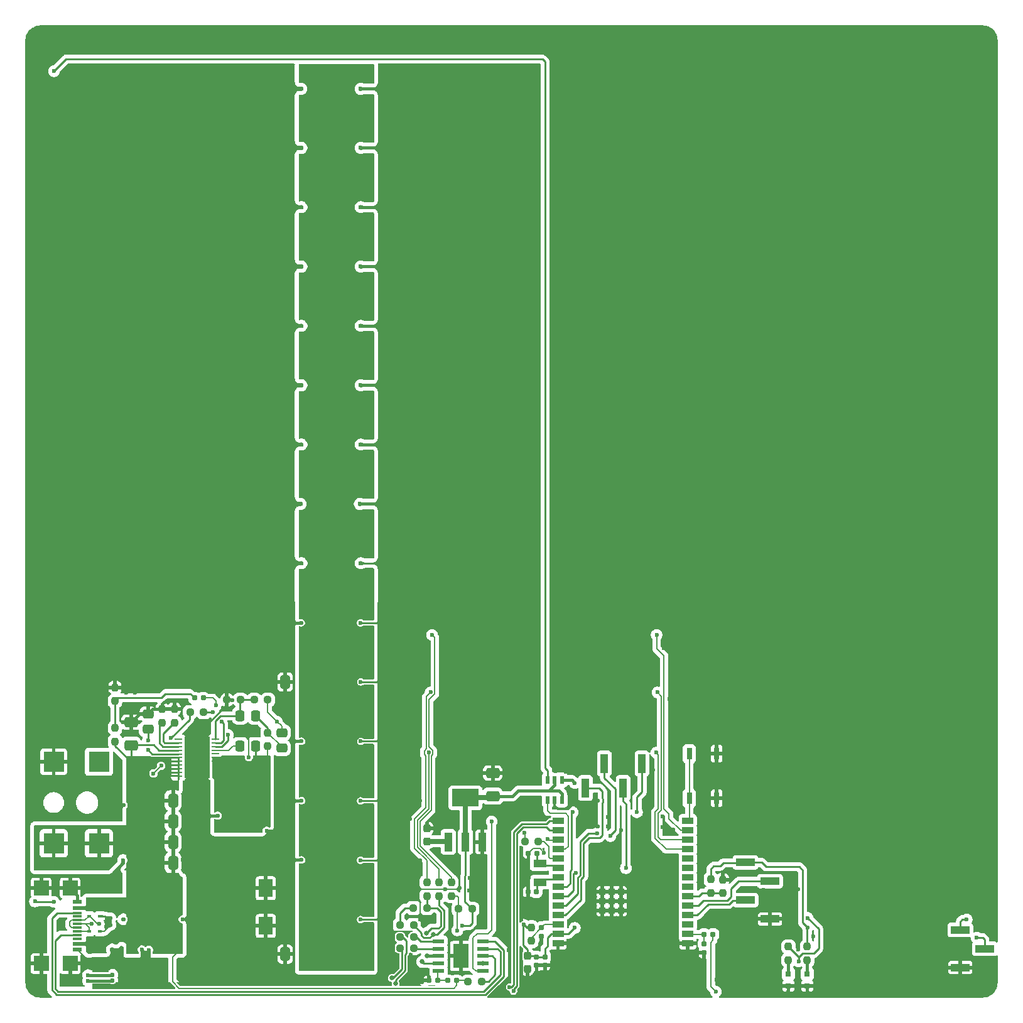
<source format=gbr>
%TF.GenerationSoftware,KiCad,Pcbnew,9.0.2*%
%TF.CreationDate,2025-08-09T15:17:57-05:00*%
%TF.ProjectId,led_matrix,6c65645f-6d61-4747-9269-782e6b696361,rev?*%
%TF.SameCoordinates,Original*%
%TF.FileFunction,Copper,L2,Bot*%
%TF.FilePolarity,Positive*%
%FSLAX46Y46*%
G04 Gerber Fmt 4.6, Leading zero omitted, Abs format (unit mm)*
G04 Created by KiCad (PCBNEW 9.0.2) date 2025-08-09 15:17:57*
%MOMM*%
%LPD*%
G01*
G04 APERTURE LIST*
G04 Aperture macros list*
%AMRoundRect*
0 Rectangle with rounded corners*
0 $1 Rounding radius*
0 $2 $3 $4 $5 $6 $7 $8 $9 X,Y pos of 4 corners*
0 Add a 4 corners polygon primitive as box body*
4,1,4,$2,$3,$4,$5,$6,$7,$8,$9,$2,$3,0*
0 Add four circle primitives for the rounded corners*
1,1,$1+$1,$2,$3*
1,1,$1+$1,$4,$5*
1,1,$1+$1,$6,$7*
1,1,$1+$1,$8,$9*
0 Add four rect primitives between the rounded corners*
20,1,$1+$1,$2,$3,$4,$5,0*
20,1,$1+$1,$4,$5,$6,$7,0*
20,1,$1+$1,$6,$7,$8,$9,0*
20,1,$1+$1,$8,$9,$2,$3,0*%
%AMFreePoly0*
4,1,21,2.800000,1.300000,3.200000,1.300000,3.200000,1.000000,2.800000,1.000000,2.800000,-1.000000,3.200000,-1.000000,3.200000,-1.300000,2.800000,-1.300000,2.800000,-1.700000,-2.800000,-1.700000,-2.800000,-1.300000,-3.200000,-1.300000,-3.200000,-1.000000,-2.800000,-1.000000,-2.800000,1.000000,-3.200000,1.000000,-3.200000,1.300000,-2.800000,1.300000,-2.800000,1.700000,2.800000,1.700000,
2.800000,1.300000,2.800000,1.300000,$1*%
G04 Aperture macros list end*
%TA.AperFunction,SMDPad,CuDef*%
%ADD10R,0.600000X0.400000*%
%TD*%
%TA.AperFunction,SMDPad,CuDef*%
%ADD11R,1.000000X0.250000*%
%TD*%
%TA.AperFunction,SMDPad,CuDef*%
%ADD12FreePoly0,270.000000*%
%TD*%
%TA.AperFunction,SMDPad,CuDef*%
%ADD13R,1.800000X1.000000*%
%TD*%
%TA.AperFunction,SMDPad,CuDef*%
%ADD14RoundRect,0.237500X0.250000X0.237500X-0.250000X0.237500X-0.250000X-0.237500X0.250000X-0.237500X0*%
%TD*%
%TA.AperFunction,SMDPad,CuDef*%
%ADD15RoundRect,0.237500X-0.237500X0.250000X-0.237500X-0.250000X0.237500X-0.250000X0.237500X0.250000X0*%
%TD*%
%TA.AperFunction,SMDPad,CuDef*%
%ADD16R,0.800000X0.800000*%
%TD*%
%TA.AperFunction,SMDPad,CuDef*%
%ADD17RoundRect,0.250000X-0.412500X-0.650000X0.412500X-0.650000X0.412500X0.650000X-0.412500X0.650000X0*%
%TD*%
%TA.AperFunction,SMDPad,CuDef*%
%ADD18R,2.510000X1.000000*%
%TD*%
%TA.AperFunction,SMDPad,CuDef*%
%ADD19RoundRect,0.237500X0.237500X-0.250000X0.237500X0.250000X-0.237500X0.250000X-0.237500X-0.250000X0*%
%TD*%
%TA.AperFunction,SMDPad,CuDef*%
%ADD20RoundRect,0.160000X0.197500X0.160000X-0.197500X0.160000X-0.197500X-0.160000X0.197500X-0.160000X0*%
%TD*%
%TA.AperFunction,SMDPad,CuDef*%
%ADD21R,4.813300X3.454400*%
%TD*%
%TA.AperFunction,SMDPad,CuDef*%
%ADD22R,4.889500X3.454400*%
%TD*%
%TA.AperFunction,SMDPad,CuDef*%
%ADD23RoundRect,0.160000X0.160000X-0.197500X0.160000X0.197500X-0.160000X0.197500X-0.160000X-0.197500X0*%
%TD*%
%TA.AperFunction,SMDPad,CuDef*%
%ADD24RoundRect,0.250000X0.475000X-0.337500X0.475000X0.337500X-0.475000X0.337500X-0.475000X-0.337500X0*%
%TD*%
%TA.AperFunction,SMDPad,CuDef*%
%ADD25R,1.498600X0.889000*%
%TD*%
%TA.AperFunction,SMDPad,CuDef*%
%ADD26R,0.812800X0.812800*%
%TD*%
%TA.AperFunction,SMDPad,CuDef*%
%ADD27R,1.000000X2.510000*%
%TD*%
%TA.AperFunction,SMDPad,CuDef*%
%ADD28RoundRect,0.155000X0.212500X0.155000X-0.212500X0.155000X-0.212500X-0.155000X0.212500X-0.155000X0*%
%TD*%
%TA.AperFunction,SMDPad,CuDef*%
%ADD29R,0.800000X1.580000*%
%TD*%
%TA.AperFunction,SMDPad,CuDef*%
%ADD30RoundRect,0.237500X-0.250000X-0.237500X0.250000X-0.237500X0.250000X0.237500X-0.250000X0.237500X0*%
%TD*%
%TA.AperFunction,SMDPad,CuDef*%
%ADD31RoundRect,0.237500X-0.237500X0.300000X-0.237500X-0.300000X0.237500X-0.300000X0.237500X0.300000X0*%
%TD*%
%TA.AperFunction,SMDPad,CuDef*%
%ADD32RoundRect,0.155000X-0.155000X0.212500X-0.155000X-0.212500X0.155000X-0.212500X0.155000X0.212500X0*%
%TD*%
%TA.AperFunction,SMDPad,CuDef*%
%ADD33RoundRect,0.237500X0.237500X-0.300000X0.237500X0.300000X-0.237500X0.300000X-0.237500X-0.300000X0*%
%TD*%
%TA.AperFunction,SMDPad,CuDef*%
%ADD34RoundRect,0.250000X0.337500X0.475000X-0.337500X0.475000X-0.337500X-0.475000X0.337500X-0.475000X0*%
%TD*%
%TA.AperFunction,SMDPad,CuDef*%
%ADD35R,1.500000X0.600000*%
%TD*%
%TA.AperFunction,SMDPad,CuDef*%
%ADD36R,2.100000X3.300000*%
%TD*%
%TA.AperFunction,SMDPad,CuDef*%
%ADD37RoundRect,0.250000X0.650000X-0.412500X0.650000X0.412500X-0.650000X0.412500X-0.650000X-0.412500X0*%
%TD*%
%TA.AperFunction,SMDPad,CuDef*%
%ADD38R,2.800000X2.800000*%
%TD*%
%TA.AperFunction,SMDPad,CuDef*%
%ADD39RoundRect,0.160000X-0.197500X-0.160000X0.197500X-0.160000X0.197500X0.160000X-0.197500X0.160000X0*%
%TD*%
%TA.AperFunction,SMDPad,CuDef*%
%ADD40R,1.879600X2.463800*%
%TD*%
%TA.AperFunction,SMDPad,CuDef*%
%ADD41R,0.600000X1.100000*%
%TD*%
%TA.AperFunction,SMDPad,CuDef*%
%ADD42R,1.100000X2.500000*%
%TD*%
%TA.AperFunction,SMDPad,CuDef*%
%ADD43R,3.600000X2.340000*%
%TD*%
%TA.AperFunction,SMDPad,CuDef*%
%ADD44R,2.000000X2.000000*%
%TD*%
%TA.AperFunction,SMDPad,CuDef*%
%ADD45R,1.300000X0.600000*%
%TD*%
%TA.AperFunction,SMDPad,CuDef*%
%ADD46R,1.300000X0.300000*%
%TD*%
%TA.AperFunction,ViaPad*%
%ADD47C,0.600000*%
%TD*%
%TA.AperFunction,ViaPad*%
%ADD48C,0.635000*%
%TD*%
%TA.AperFunction,Conductor*%
%ADD49C,0.254000*%
%TD*%
%TA.AperFunction,Conductor*%
%ADD50C,0.177800*%
%TD*%
%TA.AperFunction,Conductor*%
%ADD51C,0.381000*%
%TD*%
%TA.AperFunction,Conductor*%
%ADD52C,0.635000*%
%TD*%
%TA.AperFunction,Conductor*%
%ADD53C,0.200000*%
%TD*%
%TA.AperFunction,Conductor*%
%ADD54C,0.152400*%
%TD*%
%TA.AperFunction,Conductor*%
%ADD55C,0.508000*%
%TD*%
%TA.AperFunction,Conductor*%
%ADD56C,0.283464*%
%TD*%
G04 APERTURE END LIST*
D10*
%TO.P,D257,1,1*%
%TO.N,/power/D_N*%
X53516000Y-150582000D03*
%TO.P,D257,2,2*%
%TO.N,GND*%
X55016000Y-150582000D03*
%TD*%
D11*
%TO.P,U4,1,VFB*%
%TO.N,Net-(U4-VFB)*%
X70607000Y-124663000D03*
%TO.P,U4,2,EN*%
%TO.N,Net-(U4-EN)*%
X70607000Y-125162500D03*
%TO.P,U4,3,PGOOD*%
%TO.N,Net-(U4-PGOOD)*%
X70607000Y-125663000D03*
%TO.P,U4,4,VBST*%
%TO.N,Net-(U4-VBST)*%
X70607000Y-126162500D03*
%TO.P,U4,5,ROVP*%
%TO.N,unconnected-(U4-ROVP-Pad5)*%
X70607000Y-126663000D03*
%TO.P,U4,6,LL*%
%TO.N,Net-(C267-Pad1)*%
X70607000Y-127162500D03*
%TO.P,U4,7,LL*%
X70607000Y-127663000D03*
%TO.P,U4,8,LL*%
X70613500Y-128161000D03*
%TO.P,U4,9,LL*%
X70610000Y-128664500D03*
%TO.P,U4,10,LL*%
X70612000Y-129163000D03*
%TO.P,U4,11,LL*%
X70612000Y-129663500D03*
%TO.P,U4,12,VIN*%
%TO.N,VBUS*%
X65595500Y-129667000D03*
%TO.P,U4,13,VIN*%
X65599500Y-129166000D03*
%TO.P,U4,14,VIN*%
X65600500Y-128666000D03*
%TO.P,U4,15,VIN*%
X65600500Y-128167000D03*
%TO.P,U4,16,VIN*%
X65600500Y-127666000D03*
%TO.P,U4,17,VIN*%
X65599500Y-127167000D03*
%TO.P,U4,18,VREG*%
%TO.N,Net-(U4-VREG)*%
X65599500Y-126667000D03*
%TO.P,U4,19,VDD*%
%TO.N,VBUS*%
X65599500Y-126167000D03*
%TO.P,U4,20,MODE*%
%TO.N,Net-(U4-MODE)*%
X65602500Y-125665000D03*
%TO.P,U4,21,TRIP*%
%TO.N,Net-(U4-TRIP)*%
X65601500Y-125167000D03*
%TO.P,U4,22,RF*%
%TO.N,unconnected-(U4-RF-Pad22)*%
X65599500Y-124667000D03*
D12*
%TO.P,U4,23,EPAD*%
%TO.N,GND*%
X68104500Y-127169500D03*
%TD*%
D13*
%TO.P,X1,1,1*%
%TO.N,/MCU/XTAL_P*%
X114350800Y-143941800D03*
%TO.P,X1,2,2*%
%TO.N,/MCU/XTAL_N*%
X114350800Y-141441800D03*
%TD*%
D14*
%TO.P,R13,1*%
%TO.N,Net-(U5-CFG3)*%
X97280100Y-149733000D03*
%TO.P,R13,2*%
%TO.N,+3V3*%
X95455100Y-149733000D03*
%TD*%
D15*
%TO.P,R29,1*%
%TO.N,+3V3*%
X137363200Y-143562700D03*
%TO.P,R29,2*%
%TO.N,Net-(U2-IO15)*%
X137363200Y-145387700D03*
%TD*%
D16*
%TO.P,LED1,1,K*%
%TO.N,GND*%
X147822950Y-157925350D03*
%TO.P,LED1,2,A*%
%TO.N,Net-(LED1-A)*%
X147822950Y-156326350D03*
%TD*%
D17*
%TO.P,C263,1*%
%TO.N,VBUS*%
X64858500Y-141351000D03*
%TO.P,C263,2*%
%TO.N,GND*%
X67983500Y-141351000D03*
%TD*%
D14*
%TO.P,R10,1*%
%TO.N,+5V*%
X77620500Y-119380000D03*
%TO.P,R10,2*%
%TO.N,Net-(U4-VFB)*%
X75795500Y-119380000D03*
%TD*%
D18*
%TO.P,J2,1,Pin_1*%
%TO.N,GND*%
X145338800Y-148920200D03*
%TO.P,J2,2,Pin_2*%
%TO.N,/MCU/TX*%
X142028800Y-146380200D03*
%TO.P,J2,3,Pin_3*%
%TO.N,/MCU/RX*%
X145338800Y-143840200D03*
%TO.P,J2,4,Pin_4*%
%TO.N,+3V3*%
X142028800Y-141300200D03*
%TD*%
D15*
%TO.P,R16,1*%
%TO.N,/MCU/CFG2*%
X99060000Y-143994500D03*
%TO.P,R16,2*%
%TO.N,Net-(U5-CFG2)*%
X99060000Y-145819500D03*
%TD*%
D19*
%TO.P,R15,1*%
%TO.N,Net-(U5-CFG1)*%
X102362000Y-145819500D03*
%TO.P,R15,2*%
%TO.N,/MCU/CFG1*%
X102362000Y-143994500D03*
%TD*%
D20*
%TO.P,R2,1*%
%TO.N,VBUS*%
X103086500Y-157226000D03*
%TO.P,R2,2*%
%TO.N,Net-(U5-VDD)*%
X101891500Y-157226000D03*
%TD*%
D21*
%TO.P,L1,1,1*%
%TO.N,+5V*%
X86544150Y-135001000D03*
D22*
%TO.P,L1,2,2*%
%TO.N,Net-(C267-Pad1)*%
X74199750Y-135001000D03*
%TD*%
D23*
%TO.P,R25,1*%
%TO.N,GND*%
X136423400Y-153480100D03*
%TO.P,R25,2*%
%TO.N,/MCU/ADC_VBUS*%
X136423400Y-152285100D03*
%TD*%
D17*
%TO.P,C265,1*%
%TO.N,VBUS*%
X64858500Y-132969000D03*
%TO.P,C265,2*%
%TO.N,GND*%
X67983500Y-132969000D03*
%TD*%
D24*
%TO.P,C266,1*%
%TO.N,Net-(U4-VREG)*%
X61468000Y-123338500D03*
%TO.P,C266,2*%
%TO.N,GND*%
X61468000Y-121263500D03*
%TD*%
D17*
%TO.P,C262,1*%
%TO.N,VBUS*%
X64858500Y-135763000D03*
%TO.P,C262,2*%
%TO.N,GND*%
X67983500Y-135763000D03*
%TD*%
D25*
%TO.P,U2,1,GND*%
%TO.N,GND*%
X116751400Y-152224400D03*
%TO.P,U2,2,3V3*%
%TO.N,+3V3*%
X116751400Y-150954400D03*
%TO.P,U2,3,EN*%
%TO.N,/MCU/EN*%
X116751400Y-149684400D03*
%TO.P,U2,4,IO4*%
%TO.N,/MCU/TMS*%
X116751400Y-148414400D03*
%TO.P,U2,5,IO5*%
%TO.N,/MCU/TDI*%
X116751400Y-147144400D03*
%TO.P,U2,6,IO6*%
%TO.N,/MCU/TCK*%
X116751400Y-145874400D03*
%TO.P,U2,7,IO7*%
%TO.N,/MCU/TDO*%
X116751400Y-144604400D03*
%TO.P,U2,8,IO0*%
%TO.N,/MCU/XTAL_P*%
X116751400Y-143334400D03*
%TO.P,U2,9,IO1*%
%TO.N,/MCU/XTAL_N*%
X116751400Y-142064400D03*
%TO.P,U2,10,IO8*%
%TO.N,Net-(U2-IO8)*%
X116751400Y-140794400D03*
%TO.P,U2,11,IO10*%
%TO.N,/MCU/LED_OUT*%
X116751400Y-139524400D03*
%TO.P,U2,12,IO11*%
%TO.N,/MCU/POWER_GOOD*%
X116751400Y-138254400D03*
%TO.P,U2,13,IO12*%
%TO.N,/power/D_N*%
X116751400Y-136984400D03*
%TO.P,U2,14,IO13*%
%TO.N,/power/D_P*%
X116751400Y-135714400D03*
%TO.P,U2,15,IO9*%
%TO.N,/MCU/FLASH*%
X134251400Y-135714400D03*
%TO.P,U2,16,IO18*%
%TO.N,/MCU/CFG1*%
X134251400Y-136984400D03*
%TO.P,U2,17,IO19*%
%TO.N,/MCU/CFG2*%
X134251400Y-138254400D03*
%TO.P,U2,18,IO20*%
%TO.N,/MCU/CFG3*%
X134251400Y-139524400D03*
%TO.P,U2,19,IO21*%
%TO.N,unconnected-(U2-IO21-Pad19)*%
X134251400Y-140794400D03*
%TO.P,U2,20,IO22*%
%TO.N,unconnected-(U2-IO22-Pad20)*%
X134251400Y-142064400D03*
%TO.P,U2,21,IO23*%
%TO.N,unconnected-(U2-IO23-Pad21)*%
X134251400Y-143334400D03*
%TO.P,U2,22,NC*%
%TO.N,unconnected-(U2-NC-Pad22)*%
X134251400Y-144604400D03*
%TO.P,U2,23,IO15*%
%TO.N,Net-(U2-IO15)*%
X134251400Y-145874400D03*
%TO.P,U2,24,RXD0*%
%TO.N,/MCU/RX*%
X134251400Y-147144400D03*
%TO.P,U2,25,TXD0*%
%TO.N,/MCU/TX*%
X134251400Y-148414400D03*
%TO.P,U2,26,IO3*%
%TO.N,unconnected-(U2-IO3-Pad26)*%
X134251400Y-149684400D03*
%TO.P,U2,27,IO2*%
%TO.N,/MCU/ADC_VBUS*%
X134251400Y-150954400D03*
%TO.P,U2,28,GND*%
%TO.N,GND*%
X134251400Y-152224400D03*
D26*
%TO.P,U2,29,GND*%
X123996400Y-146504400D03*
%TO.P,U2,30,GND*%
X122746400Y-147754400D03*
%TO.P,U2,31,GND*%
X122746400Y-146504400D03*
%TO.P,U2,32,GND*%
X122746400Y-145254400D03*
%TO.P,U2,33,GND*%
X123996400Y-145254400D03*
%TO.P,U2,34,GND*%
X125246400Y-145254400D03*
%TO.P,U2,35,GND*%
X125246400Y-146504400D03*
%TO.P,U2,36,GND*%
X125246400Y-147754400D03*
%TO.P,U2,37,GND*%
X123996400Y-147754400D03*
%TD*%
D27*
%TO.P,J1,1,Pin_1*%
%TO.N,/MCU/TDO*%
X128092200Y-127965200D03*
%TO.P,J1,2,Pin_2*%
%TO.N,/MCU/TCK*%
X125552200Y-131275200D03*
%TO.P,J1,3,Pin_3*%
%TO.N,/MCU/TDI*%
X123012200Y-127965200D03*
%TO.P,J1,4,Pin_4*%
%TO.N,/MCU/TMS*%
X120472200Y-131275200D03*
%TD*%
D28*
%TO.P,C257,1*%
%TO.N,Net-(U5-VDD)*%
X100516500Y-157226000D03*
%TO.P,C257,2*%
%TO.N,GND*%
X99381500Y-157226000D03*
%TD*%
D19*
%TO.P,R27,1*%
%TO.N,Net-(LED2-A)*%
X150362950Y-154482350D03*
%TO.P,R27,2*%
%TO.N,+3V3*%
X150362950Y-152657350D03*
%TD*%
D29*
%TO.P,SW1,1,1*%
%TO.N,/MCU/FLASH*%
X134450600Y-126638800D03*
%TO.P,SW1,2,2*%
X134450600Y-132638800D03*
%TO.P,SW1,3,3*%
%TO.N,GND*%
X138150600Y-126638800D03*
%TO.P,SW1,4,4*%
X138150600Y-132638800D03*
%TD*%
D10*
%TO.P,D258,1,1*%
%TO.N,/power/D_P*%
X53516000Y-148550000D03*
%TO.P,D258,2,2*%
%TO.N,GND*%
X55016000Y-148550000D03*
%TD*%
D30*
%TO.P,R8,1*%
%TO.N,Net-(U4-VREG)*%
X67159500Y-121031000D03*
%TO.P,R8,2*%
%TO.N,Net-(U4-PGOOD)*%
X68984500Y-121031000D03*
%TD*%
D14*
%TO.P,R28,1*%
%TO.N,Net-(U2-IO8)*%
X114120300Y-138480800D03*
%TO.P,R28,2*%
%TO.N,+3V3*%
X112295300Y-138480800D03*
%TD*%
D31*
%TO.P,C259,1*%
%TO.N,+3V3*%
X112623600Y-153925100D03*
%TO.P,C259,2*%
%TO.N,GND*%
X112623600Y-155650100D03*
%TD*%
D32*
%TO.P,C260,1*%
%TO.N,+3V3*%
X113868200Y-154059000D03*
%TO.P,C260,2*%
%TO.N,GND*%
X113868200Y-155194000D03*
%TD*%
D33*
%TO.P,C275,1*%
%TO.N,+5V*%
X99060000Y-138452500D03*
%TO.P,C275,2*%
%TO.N,GND*%
X99060000Y-136727500D03*
%TD*%
D19*
%TO.P,R26,1*%
%TO.N,Net-(LED1-A)*%
X147822950Y-154482350D03*
%TO.P,R26,2*%
%TO.N,+5V*%
X147822950Y-152657350D03*
%TD*%
D34*
%TO.P,C269,1*%
%TO.N,Net-(C268-Pad1)*%
X75967500Y-121539000D03*
%TO.P,C269,2*%
%TO.N,Net-(U4-VFB)*%
X73892500Y-121539000D03*
%TD*%
D19*
%TO.P,R4,1*%
%TO.N,Net-(R3-Pad1)*%
X57023000Y-119530500D03*
%TO.P,R4,2*%
%TO.N,GND*%
X57023000Y-117705500D03*
%TD*%
D16*
%TO.P,LED2,1,K*%
%TO.N,GND*%
X150362950Y-157925350D03*
%TO.P,LED2,2,A*%
%TO.N,Net-(LED2-A)*%
X150362950Y-156326350D03*
%TD*%
D28*
%TO.P,C273,1*%
%TO.N,/MCU/XTAL_N*%
X113902300Y-140044800D03*
%TO.P,C273,2*%
%TO.N,GND*%
X112767300Y-140044800D03*
%TD*%
D30*
%TO.P,R1,1*%
%TO.N,VBUS*%
X104624500Y-157378400D03*
%TO.P,R1,2*%
%TO.N,Net-(U5-VBUS)*%
X106449500Y-157378400D03*
%TD*%
D35*
%TO.P,U5,1,VDD*%
%TO.N,Net-(U5-VDD)*%
X100632000Y-155924000D03*
%TO.P,U5,2,CFG2*%
%TO.N,Net-(U5-CFG2)*%
X100632000Y-154924000D03*
%TO.P,U5,3,CFG3*%
%TO.N,Net-(U5-CFG3)*%
X100632000Y-153924000D03*
%TO.P,U5,4,DP*%
%TO.N,Net-(U5-DP)*%
X100632000Y-152924000D03*
%TO.P,U5,5,DM*%
%TO.N,Net-(U5-DM)*%
X100632000Y-151924000D03*
%TO.P,U5,6,CC2*%
%TO.N,/power/CC2*%
X106632000Y-151924000D03*
%TO.P,U5,7,CC1*%
%TO.N,/power/CC1*%
X106632000Y-152924000D03*
%TO.P,U5,8,VBUS*%
%TO.N,Net-(U5-VBUS)*%
X106632000Y-153924000D03*
%TO.P,U5,9,CFG1*%
%TO.N,Net-(U5-CFG1)*%
X106632000Y-154924000D03*
%TO.P,U5,10,PG*%
%TO.N,/MCU/POWER_GOOD*%
X106632000Y-155924000D03*
D36*
%TO.P,U5,11,GND*%
%TO.N,GND*%
X103632000Y-153924000D03*
%TD*%
D14*
%TO.P,R11,1*%
%TO.N,Net-(U4-VFB)*%
X73937500Y-119380000D03*
%TO.P,R11,2*%
%TO.N,GND*%
X72112500Y-119380000D03*
%TD*%
D30*
%TO.P,R23,1*%
%TO.N,/power/D_N*%
X95455100Y-151358600D03*
%TO.P,R23,2*%
%TO.N,Net-(U5-DM)*%
X97280100Y-151358600D03*
%TD*%
D37*
%TO.P,C276,1*%
%TO.N,VBUS*%
X59182000Y-125514500D03*
%TO.P,C276,2*%
%TO.N,GND*%
X59182000Y-122389500D03*
%TD*%
D19*
%TO.P,R21,1*%
%TO.N,/MCU/EN*%
X113157000Y-151890100D03*
%TO.P,R21,2*%
%TO.N,+3V3*%
X113157000Y-150065100D03*
%TD*%
D30*
%TO.P,R22,1*%
%TO.N,/power/D_P*%
X95455100Y-152831800D03*
%TO.P,R22,2*%
%TO.N,Net-(U5-DP)*%
X97280100Y-152831800D03*
%TD*%
D37*
%TO.P,C274,1*%
%TO.N,+3V3*%
X107950000Y-132372500D03*
%TO.P,C274,2*%
%TO.N,GND*%
X107950000Y-129247500D03*
%TD*%
D15*
%TO.P,R9,1*%
%TO.N,Net-(C268-Pad1)*%
X77597000Y-123801500D03*
%TO.P,R9,2*%
%TO.N,Net-(C267-Pad1)*%
X77597000Y-125626500D03*
%TD*%
D17*
%TO.P,C270,1*%
%TO.N,GND*%
X79971500Y-153670000D03*
%TO.P,C270,2*%
%TO.N,+5V*%
X83096500Y-153670000D03*
%TD*%
D15*
%TO.P,R17,1*%
%TO.N,/MCU/CFG3*%
X100711000Y-143994500D03*
%TO.P,R17,2*%
%TO.N,Net-(U5-CFG3)*%
X100711000Y-145819500D03*
%TD*%
D17*
%TO.P,C264,1*%
%TO.N,VBUS*%
X64858500Y-138557000D03*
%TO.P,C264,2*%
%TO.N,GND*%
X67983500Y-138557000D03*
%TD*%
D32*
%TO.P,C261,1*%
%TO.N,+3V3*%
X115011200Y-154042300D03*
%TO.P,C261,2*%
%TO.N,GND*%
X115011200Y-155177300D03*
%TD*%
D19*
%TO.P,R7,1*%
%TO.N,Net-(U4-MODE)*%
X63373000Y-122451500D03*
%TO.P,R7,2*%
%TO.N,GND*%
X63373000Y-120626500D03*
%TD*%
%TO.P,R6,1*%
%TO.N,Net-(U4-TRIP)*%
X65024000Y-122451500D03*
%TO.P,R6,2*%
%TO.N,GND*%
X65024000Y-120626500D03*
%TD*%
D38*
%TO.P,DC1,1,1*%
%TO.N,VBUS*%
X48764000Y-138723500D03*
X54864000Y-138723500D03*
%TO.P,DC1,2,2*%
%TO.N,GND*%
X48764000Y-127722500D03*
%TO.P,DC1,3,3*%
%TO.N,unconnected-(DC1-Pad3)*%
X54864000Y-127722500D03*
%TD*%
D32*
%TO.P,C258,1*%
%TO.N,/MCU/EN*%
X114528600Y-150105300D03*
%TO.P,C258,2*%
%TO.N,GND*%
X114528600Y-151240300D03*
%TD*%
D20*
%TO.P,R5,1*%
%TO.N,Net-(U4-EN)*%
X68923500Y-119126000D03*
%TO.P,R5,2*%
%TO.N,Net-(R3-Pad1)*%
X67728500Y-119126000D03*
%TD*%
D18*
%TO.P,J3,1,Pin_1*%
%TO.N,+5V*%
X170984800Y-150393400D03*
%TO.P,J3,2,Pin_2*%
%TO.N,Net-(D256-DO)*%
X174294800Y-152933400D03*
%TO.P,J3,3,Pin_3*%
%TO.N,GND*%
X170984800Y-155473400D03*
%TD*%
D39*
%TO.P,R24,1*%
%TO.N,/MCU/ADC_VBUS*%
X136460900Y-151003000D03*
%TO.P,R24,2*%
%TO.N,VBUS*%
X137655900Y-151003000D03*
%TD*%
D40*
%TO.P,C277,1*%
%TO.N,GND*%
X77343000Y-144780000D03*
%TO.P,C277,2*%
%TO.N,+5V*%
X83210400Y-144780000D03*
%TD*%
D15*
%TO.P,R3,1*%
%TO.N,Net-(R3-Pad1)*%
X57023000Y-123166500D03*
%TO.P,R3,2*%
%TO.N,VBUS*%
X57023000Y-124991500D03*
%TD*%
D41*
%TO.P,U6,1,VCCA*%
%TO.N,+3V3*%
X117269600Y-132871200D03*
%TO.P,U6,2,GND*%
%TO.N,GND*%
X116319600Y-132871200D03*
%TO.P,U6,3,A*%
%TO.N,/MCU/LED_OUT*%
X115369600Y-132871200D03*
%TO.P,U6,4,B*%
%TO.N,/MCU/LED_DI*%
X115369600Y-130171200D03*
%TO.P,U6,5,DIR*%
%TO.N,+3V3*%
X116319600Y-130171200D03*
%TO.P,U6,6,VCCB*%
%TO.N,+5V*%
X117269600Y-130171200D03*
%TD*%
D14*
%TO.P,R14,1*%
%TO.N,+3V3*%
X105179500Y-147574000D03*
%TO.P,R14,2*%
%TO.N,Net-(U5-CFG1)*%
X103354500Y-147574000D03*
%TD*%
D40*
%TO.P,C278,1*%
%TO.N,GND*%
X77343000Y-149860000D03*
%TO.P,C278,2*%
%TO.N,+5V*%
X83210400Y-149860000D03*
%TD*%
D24*
%TO.P,C268,1*%
%TO.N,Net-(C268-Pad1)*%
X79502000Y-125878500D03*
%TO.P,C268,2*%
%TO.N,+5V*%
X79502000Y-123803500D03*
%TD*%
D34*
%TO.P,C267,1*%
%TO.N,Net-(C267-Pad1)*%
X75967500Y-125603000D03*
%TO.P,C267,2*%
%TO.N,Net-(U4-VBST)*%
X73892500Y-125603000D03*
%TD*%
D42*
%TO.P,U1,1,GND*%
%TO.N,GND*%
X106567000Y-138528000D03*
%TO.P,U1,2,VOUT*%
%TO.N,+3V3*%
X104267000Y-138528000D03*
%TO.P,U1,3,VIN*%
%TO.N,+5V*%
X101967000Y-138528000D03*
D43*
%TO.P,U1,4,VOUT*%
%TO.N,+3V3*%
X104267000Y-132588000D03*
%TD*%
D44*
%TO.P,USB1,1,SHELL*%
%TO.N,GND*%
X50980000Y-154940000D03*
%TO.P,USB1,2,SHELL*%
X50980000Y-144740000D03*
%TO.P,USB1,3,SHELL*%
X47080000Y-144740000D03*
%TO.P,USB1,4,SHELL*%
X47080000Y-154940000D03*
D45*
%TO.P,USB1,A1B12,GND*%
X51980000Y-153040000D03*
%TO.P,USB1,A4B9,VBUS*%
%TO.N,VBUS*%
X51980000Y-152240000D03*
D46*
%TO.P,USB1,A5,CC1*%
%TO.N,/power/CC1*%
X51980000Y-151090000D03*
%TO.P,USB1,A6,DP1*%
%TO.N,/power/D_P*%
X51980000Y-150090000D03*
%TO.P,USB1,A7,DN1*%
%TO.N,/power/D_N*%
X51980000Y-149590000D03*
%TO.P,USB1,A8,SBU1*%
%TO.N,unconnected-(USB1-SBU1-PadA8)*%
X51980000Y-148590000D03*
D45*
%TO.P,USB1,B1A12,GND*%
%TO.N,GND*%
X51980000Y-146640000D03*
%TO.P,USB1,B4A9,VBUS*%
%TO.N,VBUS*%
X51980000Y-147440000D03*
D46*
%TO.P,USB1,B5,CC2*%
%TO.N,/power/CC2*%
X51980000Y-148090000D03*
%TO.P,USB1,B6,DP2*%
%TO.N,/power/D_P*%
X51980000Y-149090000D03*
%TO.P,USB1,B7,DN2*%
%TO.N,/power/D_N*%
X51980000Y-150590000D03*
%TO.P,USB1,B8,SBU2*%
%TO.N,unconnected-(USB1-SBU2-PadB8)*%
X51980000Y-151590000D03*
%TD*%
D28*
%TO.P,C272,1*%
%TO.N,/MCU/XTAL_P*%
X113826100Y-145288000D03*
%TO.P,C272,2*%
%TO.N,GND*%
X112691100Y-145288000D03*
%TD*%
D30*
%TO.P,R12,1*%
%TO.N,+3V3*%
X97258500Y-147447000D03*
%TO.P,R12,2*%
%TO.N,Net-(U5-CFG2)*%
X99083500Y-147447000D03*
%TD*%
D17*
%TO.P,C271,1*%
%TO.N,GND*%
X79971500Y-116967000D03*
%TO.P,C271,2*%
%TO.N,+5V*%
X83096500Y-116967000D03*
%TD*%
D19*
%TO.P,R30,1*%
%TO.N,Net-(U2-IO15)*%
X138938000Y-145438500D03*
%TO.P,R30,2*%
%TO.N,GND*%
X138938000Y-143613500D03*
%TD*%
D47*
%TO.N,+5V*%
X86995000Y-139827000D03*
X86995000Y-138557000D03*
X85598000Y-140843000D03*
X99060000Y-138452500D03*
X83862500Y-109000000D03*
X90297000Y-146558000D03*
X149200000Y-154620000D03*
X85217000Y-90678000D03*
X90297000Y-147701000D03*
X82931000Y-147447000D03*
X91440000Y-138176000D03*
X83820000Y-107823000D03*
X82931000Y-123571000D03*
X87122000Y-42418000D03*
X88028000Y-76886000D03*
X85217000Y-82550000D03*
X85488000Y-93015000D03*
X83312000Y-115443000D03*
X83693000Y-149098000D03*
X85200000Y-106620000D03*
X88028000Y-69012000D03*
X87122000Y-108966000D03*
X83185000Y-131445000D03*
X83566000Y-98171000D03*
X91440000Y-99441000D03*
X88392000Y-101219000D03*
X83058000Y-139446000D03*
X86995000Y-98806000D03*
X88011000Y-44958000D03*
X90568000Y-74346000D03*
X88392000Y-100076000D03*
X88900000Y-132207000D03*
X85488000Y-84887000D03*
X88028000Y-53010000D03*
X85488000Y-76886000D03*
X83566000Y-99441000D03*
X78867000Y-122301000D03*
X82931000Y-146685000D03*
X87122000Y-147955000D03*
X83879500Y-69055000D03*
X85488000Y-149022000D03*
X90568000Y-66472000D03*
X88011000Y-36957000D03*
X90568000Y-154305000D03*
X83879500Y-61054000D03*
X90424000Y-51689000D03*
X85200000Y-34620000D03*
X82931000Y-34417000D03*
X90424000Y-98171000D03*
X56692800Y-157200600D03*
X90170000Y-139446000D03*
X90568000Y-90475000D03*
X119024400Y-130581400D03*
X88028000Y-84887000D03*
X85598000Y-116713000D03*
X90551000Y-34417000D03*
X82550000Y-107823000D03*
X85471000Y-36957000D03*
X91313000Y-115443000D03*
X85217000Y-58674000D03*
X90568000Y-122352000D03*
X83058000Y-138430000D03*
X171862500Y-149000000D03*
X82948000Y-122352000D03*
X87139000Y-58471000D03*
X90170000Y-130175000D03*
X86995000Y-100076000D03*
X86995000Y-140843000D03*
X90551000Y-123444000D03*
X91440000Y-131572000D03*
X91440000Y-139446000D03*
X83185000Y-155448000D03*
X87139000Y-82347000D03*
X86995000Y-101219000D03*
X83879500Y-84930000D03*
X82296000Y-98171000D03*
X82948000Y-74346000D03*
X87139000Y-66472000D03*
X90170000Y-114427000D03*
X88028000Y-61011000D03*
X87122000Y-107823000D03*
X88646000Y-116713000D03*
X82296000Y-115443000D03*
X86995000Y-130810000D03*
X88646000Y-148971000D03*
X85217000Y-74549000D03*
X85471000Y-101219000D03*
X83185000Y-130429000D03*
X85217000Y-154686000D03*
X91440000Y-98171000D03*
X88028000Y-93015000D03*
X82948000Y-50470000D03*
X85488000Y-69012000D03*
X83862500Y-37000000D03*
X85217000Y-66675000D03*
X91313000Y-146558000D03*
X90170000Y-131572000D03*
X85488000Y-53010000D03*
X87757000Y-132207000D03*
X85200000Y-42621000D03*
X90568000Y-58471000D03*
X87122000Y-155575000D03*
X150393400Y-148767800D03*
X82948000Y-66472000D03*
X87122000Y-148971000D03*
X82296000Y-114173000D03*
X91313000Y-147701000D03*
X87122000Y-146685000D03*
X53390800Y-157251400D03*
X82296000Y-99441000D03*
X87139000Y-154483000D03*
X83862500Y-45001000D03*
X85471000Y-44958000D03*
X82948000Y-58471000D03*
X85471000Y-108966000D03*
X83096500Y-154178000D03*
X85217000Y-50673000D03*
X90170000Y-106680000D03*
X83879500Y-124935000D03*
X83862500Y-101000000D03*
X82550000Y-106680000D03*
X85471000Y-100076000D03*
X87122000Y-124841000D03*
X91440000Y-130175000D03*
X87122000Y-106680000D03*
X90568000Y-82347000D03*
X87139000Y-122352000D03*
X85217000Y-146685000D03*
X87122000Y-34417000D03*
X83879500Y-93058000D03*
X90551000Y-155575000D03*
X88595200Y-108534200D03*
X85488000Y-124892000D03*
X88646000Y-124841000D03*
X91313000Y-114427000D03*
X91313000Y-106680000D03*
X87122000Y-123698000D03*
X90170000Y-138176000D03*
X82931000Y-42418000D03*
X53390800Y-156489400D03*
X90424000Y-99441000D03*
X82948000Y-82347000D03*
X83820000Y-106680000D03*
X87122000Y-115443000D03*
X87139000Y-74346000D03*
X83312000Y-114173000D03*
X90170000Y-115443000D03*
X90568000Y-50470000D03*
X82948000Y-90475000D03*
X83879500Y-53053000D03*
X87139000Y-50470000D03*
X85217000Y-122555000D03*
X87122000Y-116713000D03*
X85725000Y-132461000D03*
X56692800Y-156438600D03*
X91313000Y-107823000D03*
X90551000Y-42418000D03*
X85488000Y-61011000D03*
X87122000Y-114427000D03*
X87139000Y-90475000D03*
X88392000Y-140843000D03*
X90170000Y-107823000D03*
X83879500Y-76929000D03*
%TO.N,GND*%
X170165000Y-76962000D03*
X66395600Y-119811800D03*
X175260000Y-134747000D03*
X175260000Y-136525000D03*
X154165000Y-108966000D03*
X66802000Y-111125000D03*
X162814000Y-96393000D03*
X74930000Y-151003000D03*
X109626400Y-113157000D03*
X143002000Y-31115000D03*
X149098000Y-144907000D03*
X146165000Y-132969000D03*
X124968000Y-41021000D03*
X106165000Y-76962000D03*
X79502000Y-127254000D03*
X175260000Y-78867000D03*
X175260000Y-86995000D03*
X93726000Y-128905000D03*
X170165000Y-100965000D03*
X66165000Y-52959000D03*
X146812000Y-47117000D03*
X74168000Y-123952000D03*
X74930000Y-96393000D03*
X47498000Y-149987000D03*
X170942000Y-40513000D03*
X120827500Y-103386000D03*
X70866000Y-143129000D03*
X151130000Y-47371000D03*
X92964000Y-145161000D03*
X157226000Y-112903000D03*
X67310000Y-152273000D03*
X80518000Y-64897000D03*
X130038000Y-92964000D03*
X160827500Y-63381000D03*
X82165000Y-100965000D03*
X154940000Y-152527000D03*
X95250000Y-39243000D03*
X98806000Y-72517000D03*
X56388000Y-148844000D03*
X66165000Y-60960000D03*
X122936000Y-79121000D03*
X168827500Y-47379000D03*
X114165000Y-52959000D03*
X55118000Y-47371000D03*
X122682000Y-64643000D03*
X123596400Y-143281400D03*
X122682000Y-63373000D03*
X48827500Y-79383000D03*
X58165000Y-84963000D03*
X149098000Y-121031000D03*
X146137500Y-37000000D03*
X139446000Y-151409400D03*
X168827500Y-143391000D03*
X63246000Y-87249000D03*
X133096000Y-57023000D03*
X122936000Y-120523000D03*
X154165000Y-116967000D03*
X92964000Y-81153000D03*
X58928000Y-63119000D03*
X165100000Y-80899000D03*
X58928000Y-48641000D03*
X136827500Y-119388000D03*
X114046000Y-48895000D03*
X159004000Y-55245000D03*
X175158400Y-104165400D03*
X165100000Y-137033000D03*
X122936000Y-48641000D03*
X80772000Y-96901000D03*
X58674000Y-32131000D03*
X58165000Y-108966000D03*
X130810000Y-79375000D03*
X92964000Y-128905000D03*
X167132000Y-47371000D03*
X130165000Y-108966000D03*
X136827500Y-103386000D03*
X167132000Y-39243000D03*
X162814000Y-128397000D03*
X47498000Y-72771000D03*
X122936000Y-55245000D03*
X143510000Y-151765000D03*
X80670400Y-88925400D03*
X146165000Y-84963000D03*
X58038000Y-92964000D03*
X66165000Y-140970000D03*
X106476800Y-143281400D03*
X146964400Y-104419400D03*
X94996000Y-111379000D03*
X80827500Y-119388000D03*
X80827500Y-39378000D03*
X162814000Y-119253000D03*
X69342000Y-81153000D03*
X111150400Y-87350600D03*
X62992000Y-95123000D03*
X112877600Y-56921400D03*
X143002000Y-39243000D03*
X141224000Y-121031000D03*
X48768000Y-105029000D03*
X109270800Y-97053400D03*
X130810000Y-95123000D03*
X82165000Y-76962000D03*
X165100000Y-153035000D03*
X116332000Y-112903000D03*
X67056000Y-129159000D03*
X58137500Y-101000000D03*
X135128000Y-95123000D03*
X111252000Y-39243000D03*
X159004000Y-111125000D03*
X96800000Y-79420000D03*
X170942000Y-111125000D03*
X154940000Y-111125000D03*
X56388000Y-149733000D03*
X83058000Y-31115000D03*
X128143000Y-144805400D03*
X167132000Y-151257000D03*
X98137500Y-149000000D03*
X109220000Y-48895000D03*
X47498000Y-56769000D03*
X154165000Y-132969000D03*
X168700500Y-87384000D03*
X112826800Y-96951800D03*
X120853200Y-128879600D03*
X149352000Y-73025000D03*
X55118000Y-31369000D03*
X90165000Y-84963000D03*
X119126000Y-47371000D03*
X82804000Y-32131000D03*
X127000000Y-119253000D03*
X101092000Y-64897000D03*
X72827500Y-103386000D03*
X138988800Y-103251000D03*
X112725200Y-64998600D03*
X123444000Y-136474200D03*
X66802000Y-64389000D03*
X165100000Y-64897000D03*
X165201600Y-104978200D03*
X112725200Y-81000600D03*
X146812000Y-88519000D03*
X79248000Y-71247000D03*
X167132000Y-79121000D03*
X98137500Y-53000000D03*
X151130000Y-111125000D03*
X162814000Y-127127000D03*
X141224000Y-112903000D03*
X170942000Y-112395000D03*
X71120000Y-63119000D03*
X49022000Y-144780000D03*
X74930000Y-63119000D03*
X110998000Y-71247000D03*
X128827500Y-151434800D03*
X159004000Y-119253000D03*
X69088000Y-112903000D03*
X167132000Y-87249000D03*
X46101000Y-158623000D03*
X61214000Y-81153000D03*
X162814000Y-39243000D03*
X114038000Y-92964000D03*
X162814000Y-80391000D03*
X146165000Y-108966000D03*
X106934000Y-63119000D03*
X136601200Y-104978200D03*
X120800000Y-151420000D03*
X71120000Y-79375000D03*
X94437200Y-151053800D03*
X50165000Y-52959000D03*
X122165000Y-132969000D03*
X117551200Y-65049400D03*
X96800000Y-71420000D03*
X131038600Y-144729200D03*
X136827500Y-55380000D03*
X133096000Y-89027000D03*
X58928000Y-104267000D03*
X175006000Y-72263000D03*
X61214000Y-105029000D03*
X107061000Y-134493000D03*
X69342000Y-105029000D03*
X66802000Y-55245000D03*
X106934000Y-32131000D03*
X101346000Y-41021000D03*
X64827500Y-47379000D03*
X170942000Y-144653000D03*
X122137500Y-37000000D03*
X90165000Y-60960000D03*
X128524000Y-121031000D03*
X170942000Y-152527000D03*
X138938000Y-71247000D03*
X104827500Y-79383000D03*
X162814000Y-95123000D03*
X72827500Y-119388000D03*
X104827500Y-71382000D03*
X98137500Y-85000000D03*
X106680000Y-127381000D03*
X133096000Y-105029000D03*
X109626400Y-121031000D03*
X94996000Y-79121000D03*
X82165000Y-44958000D03*
X72827500Y-63381000D03*
X141224000Y-33147000D03*
X140970000Y-80899000D03*
X98137500Y-157000000D03*
X106934000Y-40513000D03*
X62992000Y-55245000D03*
X101346000Y-48895000D03*
X48800000Y-31420000D03*
X160827500Y-151519000D03*
X119126000Y-31115000D03*
X72827500Y-47379000D03*
X160827500Y-79383000D03*
X143256000Y-135255000D03*
X144827500Y-47379000D03*
X120827500Y-135458200D03*
X139395200Y-128473200D03*
X124968000Y-65151000D03*
X162814000Y-120523000D03*
X50165000Y-44958000D03*
X108407200Y-112903000D03*
X117754400Y-48945800D03*
X167081200Y-103251000D03*
X97180400Y-144907000D03*
X48827500Y-55380000D03*
X48768000Y-112903000D03*
X110998000Y-79375000D03*
X144827500Y-39378000D03*
X96800000Y-143420000D03*
X82137500Y-37000000D03*
X154165000Y-140970000D03*
X175260000Y-46863000D03*
X55118000Y-63119000D03*
X90165000Y-52959000D03*
X114165000Y-76962000D03*
X95148400Y-143840200D03*
X67056000Y-87249000D03*
X74165000Y-60960000D03*
X168827500Y-95385000D03*
X58928000Y-79375000D03*
X104827500Y-103386000D03*
X77216000Y-57023000D03*
X106476800Y-144653000D03*
X74930000Y-32131000D03*
X59182000Y-123825000D03*
X119278400Y-103301800D03*
X120827800Y-144932400D03*
X119126000Y-55245000D03*
X96800000Y-127420000D03*
X114165000Y-132969000D03*
X67056000Y-32131000D03*
X77216000Y-89027000D03*
X106934000Y-64389000D03*
X154940000Y-55245000D03*
X74930000Y-103251000D03*
X130810000Y-72517000D03*
X146165000Y-52959000D03*
X74930000Y-112141000D03*
X114165000Y-84963000D03*
X106680000Y-56515000D03*
X66165000Y-68961000D03*
X92710000Y-112903000D03*
X116586000Y-104927400D03*
X128778000Y-153009600D03*
X106934000Y-47117000D03*
X69088000Y-129159000D03*
X106934000Y-96443800D03*
X61214000Y-64897000D03*
X114808000Y-32131000D03*
X106934000Y-88519000D03*
X130165000Y-116967000D03*
X122936000Y-96393000D03*
X58928000Y-80645000D03*
X118872000Y-87249000D03*
X64827500Y-79383000D03*
X152827500Y-127389000D03*
X80827500Y-111387000D03*
X122936000Y-112395000D03*
X130810000Y-64643000D03*
X122165000Y-116967000D03*
X122097800Y-136474200D03*
X47244000Y-64643000D03*
X159004000Y-39243000D03*
X117805200Y-104978200D03*
X80827500Y-71382000D03*
X94996000Y-87249000D03*
X50165000Y-157099000D03*
X120800000Y-31420000D03*
X62992000Y-47371000D03*
X147066000Y-72517000D03*
X128803400Y-143459200D03*
X128905000Y-112928400D03*
X66802000Y-96393000D03*
X114554000Y-135331200D03*
X78994000Y-47371000D03*
X99060000Y-40513000D03*
X72827500Y-151519000D03*
X103538400Y-144729200D03*
X62992000Y-39243000D03*
X138684000Y-55245000D03*
X112827500Y-143391000D03*
X69088000Y-144907000D03*
X168827500Y-111387000D03*
X131775200Y-119227600D03*
X48827500Y-119388000D03*
X50165000Y-108966000D03*
X128827500Y-103386000D03*
X104700500Y-87384000D03*
X160827500Y-127389000D03*
X56700500Y-87384000D03*
X109220000Y-73025000D03*
X160827500Y-103386000D03*
X109575600Y-137033000D03*
X122936000Y-80391000D03*
X48827500Y-103386000D03*
X112826800Y-105029000D03*
X50165000Y-116967000D03*
X136827500Y-95385000D03*
X93726000Y-96901000D03*
X56827500Y-135390000D03*
X112776000Y-72923400D03*
X173075600Y-105029000D03*
X48827500Y-39378000D03*
X125222000Y-57023000D03*
X62992000Y-31369000D03*
X99009200Y-111379000D03*
X67056000Y-103251000D03*
X136827500Y-63381000D03*
X69088000Y-49149000D03*
X160827500Y-47379000D03*
X162165000Y-124968000D03*
X72644000Y-145161000D03*
X136700500Y-87384000D03*
X47244000Y-103505000D03*
X175006000Y-70993000D03*
X138165000Y-132969000D03*
X106165000Y-116967000D03*
X118872000Y-39243000D03*
X80518000Y-57023000D03*
X167132000Y-119253000D03*
X58928000Y-40513000D03*
X109220000Y-89027000D03*
X170942000Y-87249000D03*
X55118000Y-143383000D03*
X125222000Y-73025000D03*
X69088000Y-137033000D03*
X92964000Y-57023000D03*
X72700500Y-87384000D03*
X74676000Y-143129000D03*
X122936000Y-150672800D03*
X173228000Y-112903000D03*
X160827500Y-111387000D03*
X122165000Y-52959000D03*
X108712000Y-137033000D03*
X141173200Y-105130600D03*
X162814000Y-111125000D03*
X175260000Y-150749000D03*
X162165000Y-116967000D03*
X170992800Y-104470200D03*
X154940000Y-88519000D03*
X154165000Y-84963000D03*
X175260000Y-54737000D03*
X100634800Y-137033000D03*
X122165000Y-84963000D03*
X104267000Y-152781000D03*
X159004000Y-79121000D03*
X122936000Y-119253000D03*
X146165000Y-60960000D03*
X58674000Y-31115000D03*
X146481800Y-151231600D03*
X106165000Y-52959000D03*
X80827500Y-95385000D03*
X128827500Y-95385000D03*
X138038000Y-92964000D03*
X80772000Y-73025000D03*
X61214000Y-49149000D03*
X96800000Y-103420000D03*
X149098000Y-80899000D03*
X47244000Y-79375000D03*
X162814000Y-87249000D03*
X154165000Y-44958000D03*
X87122000Y-31115000D03*
X61214000Y-96901000D03*
X138150600Y-126638800D03*
X130165000Y-52959000D03*
X147066000Y-56515000D03*
X112827500Y-95385000D03*
X127000000Y-31115000D03*
X98806000Y-88519000D03*
X48827500Y-135390000D03*
X173228000Y-41021000D03*
X130810000Y-87249000D03*
X101346000Y-97155000D03*
X55118000Y-95123000D03*
X160827500Y-135390000D03*
X152827500Y-95385000D03*
X146481800Y-152628600D03*
X159004000Y-47371000D03*
X56827500Y-55380000D03*
X135128000Y-39243000D03*
X66802000Y-135890000D03*
X64800000Y-31420000D03*
X168827500Y-79383000D03*
X165100000Y-89027000D03*
X132334000Y-128905000D03*
X122936000Y-71247000D03*
X170942000Y-39243000D03*
X160827500Y-55380000D03*
X138165000Y-76962000D03*
X154165000Y-60960000D03*
X170165000Y-84963000D03*
X74930000Y-72517000D03*
X167132000Y-63119000D03*
X54914800Y-118948200D03*
X132308600Y-136906000D03*
X117500400Y-81000600D03*
X154940000Y-95123000D03*
X70866000Y-135001000D03*
X138165000Y-108966000D03*
X133096000Y-33147000D03*
X114165000Y-100965000D03*
X112700500Y-87384000D03*
X123190000Y-104521000D03*
X170942000Y-95123000D03*
X103276400Y-142925800D03*
X50038000Y-150241000D03*
X130860800Y-136550400D03*
X160827500Y-143391000D03*
X64827500Y-63381000D03*
X48700500Y-87384000D03*
X106165000Y-100965000D03*
X99060000Y-48387000D03*
X74930000Y-80645000D03*
X98137500Y-109000000D03*
X109220000Y-41021000D03*
X69088000Y-96901000D03*
X122165000Y-76962000D03*
X152827500Y-143391000D03*
X154940000Y-32385000D03*
X106832400Y-120624600D03*
X64827500Y-119388000D03*
X163068000Y-135509000D03*
X146812000Y-40513000D03*
X80800000Y-40845800D03*
X160827500Y-95385000D03*
X96800000Y-39420000D03*
X108508800Y-120980200D03*
X144827500Y-103386000D03*
X74930000Y-111125000D03*
X175260000Y-80391000D03*
X79971500Y-116967000D03*
X175260000Y-56515000D03*
X130810000Y-63373000D03*
X122936000Y-111125000D03*
X93726000Y-81153000D03*
X109220000Y-80899000D03*
X122631200Y-103454200D03*
X71120000Y-103505000D03*
X125222000Y-80899000D03*
X62992000Y-71247000D03*
X159004000Y-63119000D03*
X93726000Y-145161000D03*
X133096000Y-73025000D03*
X50165000Y-84963000D03*
X149098000Y-112903000D03*
X141986000Y-153035000D03*
X48768000Y-64897000D03*
X77470000Y-137033000D03*
X151130000Y-55245000D03*
X143002000Y-111125000D03*
X72827500Y-95385000D03*
X172974000Y-73025000D03*
X74165000Y-100965000D03*
X114165000Y-116967000D03*
X104827500Y-63381000D03*
X98806000Y-64389000D03*
X71120000Y-71247000D03*
X90165000Y-100965000D03*
X109728000Y-129159000D03*
X67056000Y-127127000D03*
X143205200Y-103403400D03*
X72827500Y-79383000D03*
X110134400Y-153136600D03*
X151130000Y-127127000D03*
X170942000Y-32385000D03*
X118872000Y-63373000D03*
X101092000Y-89027000D03*
X61214000Y-57023000D03*
X165100000Y-112903000D03*
X66137500Y-37000000D03*
X162814000Y-88519000D03*
X149098000Y-48895000D03*
X175260000Y-120523000D03*
X72644000Y-112903000D03*
X118872000Y-111379000D03*
X168827500Y-103386000D03*
X146812000Y-136525000D03*
X154940000Y-151257000D03*
X66802000Y-71247000D03*
X63500000Y-156972000D03*
X149098000Y-128905000D03*
X92964000Y-64897000D03*
X151130000Y-79121000D03*
X133604000Y-121031000D03*
X55118000Y-39243000D03*
X66038000Y-92964000D03*
X112725200Y-129006600D03*
X154165000Y-76962000D03*
X106172000Y-135390000D03*
X67209500Y-125000000D03*
X170688000Y-72517000D03*
X138938000Y-88519000D03*
X143002000Y-95123000D03*
X100584000Y-120929400D03*
X58674000Y-112395000D03*
X48827500Y-127389000D03*
X80827500Y-47379000D03*
X107188000Y-103505000D03*
X157226000Y-153035000D03*
X112800000Y-135420000D03*
X104800400Y-97002600D03*
X114165000Y-108966000D03*
X154940000Y-96393000D03*
X154940000Y-135255000D03*
X154940000Y-120523000D03*
X146038000Y-92964000D03*
X125222000Y-33147000D03*
X138938000Y-64389000D03*
X50137500Y-149000000D03*
X90932000Y-30861000D03*
X66802000Y-72517000D03*
X94996000Y-127381000D03*
X162814000Y-47371000D03*
X48768000Y-57023000D03*
X74930000Y-48641000D03*
X154165000Y-100965000D03*
X50165000Y-60960000D03*
X146812000Y-79121000D03*
X154940000Y-47371000D03*
X122165000Y-68961000D03*
X59740800Y-118440200D03*
X152654000Y-104978200D03*
X120827500Y-111387000D03*
X56827500Y-39378000D03*
X69342000Y-89027000D03*
X96800000Y-95420000D03*
X170942000Y-80391000D03*
X143256000Y-71247000D03*
X79044800Y-39192200D03*
X151130000Y-87249000D03*
X130962400Y-150596600D03*
X128827500Y-39378000D03*
X92964000Y-48895000D03*
X151028400Y-103251000D03*
X132664200Y-144957800D03*
X146812000Y-119253000D03*
X144827500Y-127389000D03*
X111633000Y-158597600D03*
X47244000Y-55499000D03*
X170165000Y-108966000D03*
X127000000Y-87249000D03*
X106165000Y-68961000D03*
X138938000Y-39243000D03*
X67056000Y-128143000D03*
X57731751Y-128332950D03*
X150926800Y-143129000D03*
X156972000Y-144907000D03*
X152700500Y-87384000D03*
X132080000Y-120777000D03*
X98806000Y-80391000D03*
X66165000Y-157099000D03*
X71120000Y-151003000D03*
X138165000Y-124968000D03*
X109220000Y-64897000D03*
X149098000Y-137033000D03*
X80827500Y-63381000D03*
X162165000Y-148971000D03*
X140970000Y-57023000D03*
X67945000Y-128143000D03*
X106934000Y-48387000D03*
X103124000Y-111633000D03*
X128700500Y-87384000D03*
X135128000Y-47371000D03*
X170688000Y-55245000D03*
X47244000Y-71247000D03*
X157226000Y-89027000D03*
X74165000Y-157099000D03*
X93726000Y-105029000D03*
X101092000Y-105029000D03*
X157226000Y-121031000D03*
X146812000Y-87249000D03*
X103124000Y-79121000D03*
X106730800Y-112699800D03*
X162165000Y-157099000D03*
X175107600Y-102895400D03*
X162814000Y-55245000D03*
X74930000Y-64389000D03*
X56827500Y-71382000D03*
X96800000Y-63420000D03*
X133096000Y-96901000D03*
X154940000Y-127127000D03*
X157276800Y-104978200D03*
X114165000Y-44958000D03*
X149098000Y-153035000D03*
X80518000Y-105029000D03*
X58928000Y-56515000D03*
X48827500Y-143391000D03*
X149352000Y-57023000D03*
X114165000Y-68961000D03*
X159004000Y-87249000D03*
X58928000Y-103251000D03*
X154165000Y-68961000D03*
X156972000Y-41021000D03*
X112827500Y-55380000D03*
X74930000Y-88519000D03*
X147066000Y-55245000D03*
X162814000Y-40513000D03*
X104800000Y-31420000D03*
X168827500Y-39378000D03*
X99060000Y-39243000D03*
X78994000Y-55245000D03*
X128524000Y-125095000D03*
X106137500Y-37000000D03*
X162814000Y-71247000D03*
X130165000Y-84963000D03*
X175006000Y-142875000D03*
X122936000Y-31115000D03*
X66165000Y-100965000D03*
X93472000Y-112903000D03*
X127000000Y-95123000D03*
X130137500Y-157000000D03*
X162814000Y-32385000D03*
X150413750Y-158802250D03*
X120800000Y-127420000D03*
X138165000Y-100965000D03*
X147066000Y-63119000D03*
X93726000Y-57023000D03*
X77216000Y-112903000D03*
X154940000Y-56515000D03*
X80827500Y-135390000D03*
X106165000Y-60960000D03*
X130137500Y-149000000D03*
X149352000Y-64897000D03*
X80827500Y-79383000D03*
X144827500Y-111387000D03*
X172974000Y-57023000D03*
X162165000Y-84963000D03*
X50137500Y-37000000D03*
X79248000Y-31115000D03*
X74165000Y-68961000D03*
X120827800Y-152958800D03*
X101701600Y-120980200D03*
X168827500Y-119388000D03*
X64827500Y-95385000D03*
X157226000Y-128905000D03*
X138165000Y-44958000D03*
X77216000Y-96901000D03*
X78994000Y-79375000D03*
X54864000Y-111125000D03*
X106165000Y-148971000D03*
X93726000Y-64897000D03*
X175260000Y-118745000D03*
X152827500Y-47379000D03*
X139420600Y-127076200D03*
X167132000Y-127127000D03*
X99060000Y-104521000D03*
X128827500Y-47379000D03*
X106832400Y-119151400D03*
X146812000Y-32385000D03*
X96520000Y-137033000D03*
X130810000Y-39243000D03*
X64827500Y-103386000D03*
X136827500Y-79383000D03*
X175260000Y-112395000D03*
X120827500Y-47379000D03*
X106934000Y-72517000D03*
X144827500Y-55380000D03*
X122936000Y-47371000D03*
X146165000Y-68961000D03*
X146812000Y-135255000D03*
X144827500Y-63381000D03*
X74930000Y-47371000D03*
X92862400Y-136982200D03*
X165100000Y-144907000D03*
X144827500Y-135390000D03*
X98137500Y-77000000D03*
X98137500Y-69000000D03*
X64770000Y-105029000D03*
X98137500Y-125000000D03*
X141224000Y-41021000D03*
X138938000Y-63119000D03*
X66802000Y-39243000D03*
X48768000Y-120777000D03*
X71120000Y-111379000D03*
X154165000Y-52959000D03*
X47498000Y-88773000D03*
X96800000Y-87420000D03*
X67056000Y-88519000D03*
X106934000Y-79121000D03*
X66165000Y-148971000D03*
X50165000Y-124968000D03*
X101650800Y-129159000D03*
X64827500Y-55380000D03*
X48827500Y-71382000D03*
X54864000Y-87249000D03*
X119126000Y-79121000D03*
X135128000Y-31115000D03*
X170942000Y-48641000D03*
X157226000Y-57023000D03*
X130810000Y-103251000D03*
X116636800Y-48996600D03*
X141478000Y-137033000D03*
X170165000Y-124968000D03*
X116535200Y-120980200D03*
X162814000Y-143383000D03*
X170942000Y-96393000D03*
X157226000Y-33147000D03*
X157226000Y-80899000D03*
X135128000Y-119253000D03*
X154940000Y-119253000D03*
X94996000Y-118999000D03*
X146812000Y-95123000D03*
X67056000Y-104267000D03*
X103327200Y-103301800D03*
X74165000Y-140970000D03*
X120827500Y-39378000D03*
X128827500Y-55380000D03*
X162814000Y-48641000D03*
X66165000Y-84963000D03*
X154940000Y-64643000D03*
X130886200Y-135051800D03*
X141224000Y-64897000D03*
X92964000Y-96901000D03*
X80518000Y-137033000D03*
X170688000Y-71247000D03*
X77216000Y-64897000D03*
X90932000Y-32131000D03*
X128800000Y-31420000D03*
X56827500Y-143391000D03*
X80700500Y-87384000D03*
X151130000Y-151257000D03*
X92964000Y-105029000D03*
X175260000Y-110617000D03*
X159004000Y-127127000D03*
X154038000Y-92964000D03*
X160800000Y-31420000D03*
X146812000Y-112395000D03*
X67310000Y-144653000D03*
X154165000Y-124968000D03*
X93726000Y-121031000D03*
X141224000Y-96901000D03*
X117500400Y-57073800D03*
X130962400Y-143408400D03*
X122137500Y-157000000D03*
X82165000Y-140970000D03*
X112827500Y-127389000D03*
X102870000Y-55245000D03*
X58137500Y-141000000D03*
X170165000Y-68961000D03*
X66165000Y-76962000D03*
X138938000Y-143613500D03*
X138938000Y-136525000D03*
X66802000Y-48641000D03*
X116281200Y-80899000D03*
X98806000Y-87249000D03*
X48827500Y-47379000D03*
X162165000Y-132969000D03*
X58369200Y-120472200D03*
X58928000Y-39243000D03*
X112827500Y-103386000D03*
X82165000Y-60960000D03*
X114165000Y-60960000D03*
X168827500Y-135390000D03*
X57912000Y-152831800D03*
X138684000Y-80391000D03*
X132892800Y-153060400D03*
X77216000Y-73025000D03*
X106165000Y-124968000D03*
X156972000Y-137033000D03*
X162165000Y-44958000D03*
X165100000Y-96901000D03*
X101092000Y-73025000D03*
X103124000Y-136017000D03*
X128827500Y-111387000D03*
X103124000Y-119100600D03*
X64516000Y-112903000D03*
X66802000Y-63119000D03*
X144700500Y-87384000D03*
X66802000Y-47371000D03*
X170942000Y-64389000D03*
X77216000Y-41021000D03*
X122682000Y-40513000D03*
X90165000Y-76962000D03*
X175006000Y-144399000D03*
X165100000Y-49149000D03*
X106038000Y-92964000D03*
X116433600Y-64897000D03*
X134874000Y-55245000D03*
X104648000Y-128905000D03*
X106934000Y-87249000D03*
X104827500Y-95385000D03*
X138165000Y-84963000D03*
X138938000Y-87249000D03*
X78994000Y-95377000D03*
X72827500Y-55380000D03*
X162165000Y-140970000D03*
X71120000Y-87249000D03*
X96774000Y-128905000D03*
X98137500Y-37000000D03*
X146812000Y-120523000D03*
X114137500Y-37000000D03*
X138938000Y-104470200D03*
X95250000Y-47117000D03*
X170038000Y-92964000D03*
X149098000Y-33147000D03*
X98137500Y-101000000D03*
X117856000Y-120980200D03*
X154940000Y-48641000D03*
X77216000Y-81153000D03*
X171958000Y-152781000D03*
X112827500Y-47379000D03*
X167132000Y-143637000D03*
X162814000Y-31115000D03*
X96800000Y-31420000D03*
X47244000Y-95377000D03*
X138938000Y-48641000D03*
X74930000Y-39243000D03*
X167132000Y-111125000D03*
X152827500Y-103386000D03*
X107950000Y-128905000D03*
X50165000Y-76962000D03*
X96774000Y-112903000D03*
X155041600Y-104470200D03*
X154940000Y-63373000D03*
X130810000Y-55245000D03*
X131038600Y-112369600D03*
X162915600Y-104368600D03*
X56800000Y-31420000D03*
X64700500Y-87384000D03*
X58928000Y-64389000D03*
X162814000Y-64389000D03*
X170688000Y-136525000D03*
X133096000Y-65151000D03*
X104902000Y-112903000D03*
X122038000Y-92964000D03*
X106165000Y-140970000D03*
X136906000Y-136779000D03*
X58674000Y-111125000D03*
X125222000Y-49149000D03*
X98137500Y-117000000D03*
X74165000Y-116967000D03*
X117398800Y-113055400D03*
X119176800Y-127457200D03*
X175260000Y-128397000D03*
X90165000Y-116967000D03*
X138938000Y-31115000D03*
X112623600Y-88925400D03*
X74930000Y-87249000D03*
X141224000Y-89027000D03*
X152827500Y-151519000D03*
X56827500Y-63381000D03*
X62992000Y-111379000D03*
X146165000Y-76962000D03*
X114165000Y-157099000D03*
X116484400Y-97002600D03*
X56827500Y-111387000D03*
X109220000Y-105029000D03*
X146812000Y-128397000D03*
X130810000Y-104775000D03*
X143256000Y-55245000D03*
X98137500Y-93000000D03*
X96520000Y-96901000D03*
X106934000Y-71247000D03*
X152827500Y-39378000D03*
X143002000Y-119253000D03*
X160827500Y-119388000D03*
X94996000Y-31369000D03*
X152827500Y-79383000D03*
X136827500Y-47379000D03*
X130810000Y-88519000D03*
X141224000Y-73025000D03*
X96800000Y-111420000D03*
X64827500Y-111387000D03*
X138684000Y-56515000D03*
X106165000Y-84963000D03*
X127254000Y-103251000D03*
X69088000Y-41021000D03*
X77724000Y-153035000D03*
X106165000Y-44958000D03*
X98806000Y-95123000D03*
X138938000Y-40513000D03*
X90137500Y-149000000D03*
X130165000Y-68961000D03*
X154940000Y-31115000D03*
X47333403Y-40564724D03*
X136827500Y-39378000D03*
X98806000Y-63119000D03*
X166878000Y-55245000D03*
X80772000Y-80899000D03*
X138165000Y-52959000D03*
X127000000Y-71247000D03*
X106465312Y-136375486D03*
X58192500Y-133604000D03*
X99060000Y-32131000D03*
X173228000Y-49149000D03*
X111252000Y-63373000D03*
X66395600Y-132969000D03*
X104827500Y-143391000D03*
X165100000Y-57023000D03*
X50927000Y-144780000D03*
X127101600Y-150901400D03*
X114165000Y-124968000D03*
X94996000Y-55245000D03*
X133096000Y-81153000D03*
X146812000Y-127127000D03*
X152827500Y-135390000D03*
X136827500Y-71382000D03*
X108762800Y-145008600D03*
X154137500Y-37000000D03*
X120827500Y-71382000D03*
X154940000Y-112395000D03*
X64827500Y-71382000D03*
X136827500Y-135390000D03*
X130937000Y-158216600D03*
X112827500Y-111387000D03*
X57023000Y-127635000D03*
X78994000Y-63373000D03*
X102997000Y-152781000D03*
X134874000Y-79121000D03*
X96800000Y-119420000D03*
X138938000Y-120523000D03*
X116484400Y-128955800D03*
X94996000Y-63119000D03*
X63246000Y-103505000D03*
X138165000Y-140970000D03*
X130810000Y-96393000D03*
X93726000Y-89027000D03*
X138684000Y-79121000D03*
X147066000Y-64389000D03*
X114046000Y-56769000D03*
X170688000Y-56515000D03*
X47244000Y-111379000D03*
X47117000Y-158877000D03*
X104827500Y-39378000D03*
X90137500Y-157000000D03*
X138165000Y-60960000D03*
X50165000Y-68961000D03*
X61620400Y-153085800D03*
X162165000Y-60960000D03*
X74930000Y-31115000D03*
X146165000Y-124968000D03*
X162165000Y-108966000D03*
X172974000Y-137033000D03*
X66165000Y-44958000D03*
X98806000Y-55245000D03*
X74038000Y-92964000D03*
X90165000Y-124968000D03*
X133096000Y-112903000D03*
X162814000Y-63119000D03*
X74930000Y-95123000D03*
X77470000Y-145161000D03*
X170165000Y-60960000D03*
X50038000Y-92964000D03*
X74930000Y-56515000D03*
X162814000Y-152527000D03*
X112827500Y-63381000D03*
X160827500Y-39378000D03*
X48768000Y-41021000D03*
X122682000Y-87249000D03*
X110083600Y-157276800D03*
X130165000Y-44958000D03*
X141224000Y-128905000D03*
X122137500Y-149000000D03*
X90137500Y-141000000D03*
X159004000Y-95123000D03*
X154940000Y-71247000D03*
X144827500Y-79383000D03*
X96800000Y-55420000D03*
X136827500Y-111387000D03*
X162038000Y-92964000D03*
X138938000Y-96393000D03*
X154686000Y-39243000D03*
X112800000Y-31420000D03*
X149098000Y-104978200D03*
X58928000Y-96393000D03*
X151130000Y-71247000D03*
X74165000Y-84963000D03*
X98137500Y-141000000D03*
X143002000Y-47117000D03*
X110769400Y-135610600D03*
X128827500Y-79383000D03*
X58137500Y-37000000D03*
X90165000Y-44958000D03*
X58928000Y-55245000D03*
X135128000Y-87249000D03*
X135890000Y-144424400D03*
X128800000Y-135420000D03*
X147574000Y-143383000D03*
X108966000Y-57023000D03*
X162165000Y-52959000D03*
X173228000Y-144907000D03*
X138165000Y-116967000D03*
X173228000Y-128905000D03*
X168827500Y-127389000D03*
X162864800Y-103149400D03*
X58674000Y-87249000D03*
X170165000Y-132969000D03*
X71120000Y-31115000D03*
X138938000Y-119253000D03*
X74165000Y-52959000D03*
X106934000Y-39243000D03*
X175260000Y-151511000D03*
X122682000Y-39243000D03*
X58165000Y-44958000D03*
X158953200Y-103200200D03*
X110998000Y-30861000D03*
X143002000Y-79121000D03*
X102870000Y-151511000D03*
X118872000Y-119507000D03*
X149098000Y-41021000D03*
X82165000Y-52959000D03*
X71120000Y-39243000D03*
X61468000Y-113157000D03*
X66165000Y-116967000D03*
X69850000Y-153035000D03*
X162814000Y-79121000D03*
X154940000Y-80391000D03*
X120827500Y-63381000D03*
X165100000Y-41021000D03*
X72827500Y-71382000D03*
X162814000Y-56515000D03*
X99060000Y-31115000D03*
X147574000Y-144653000D03*
X88800000Y-31420000D03*
X101498400Y-113106200D03*
X122682000Y-88519000D03*
X159258000Y-135420000D03*
X157226000Y-73025000D03*
X56642000Y-144907000D03*
X144827500Y-151519000D03*
X130165000Y-100965000D03*
X162814000Y-112395000D03*
X99009200Y-112547400D03*
X143002000Y-127127000D03*
X48768000Y-73025000D03*
X112826800Y-120980200D03*
X122936000Y-56515000D03*
X130149600Y-141046200D03*
X170942000Y-79121000D03*
X120827500Y-79383000D03*
X61214000Y-73025000D03*
X59690000Y-120472200D03*
X167132000Y-31115000D03*
X157226000Y-96901000D03*
X94996000Y-135255000D03*
X107188000Y-104521000D03*
X90165000Y-68961000D03*
X48768000Y-80899000D03*
X168827500Y-55380000D03*
X130137500Y-37000000D03*
X58165000Y-68961000D03*
X47498000Y-152527000D03*
X163068000Y-136525000D03*
X104827500Y-55380000D03*
X77216000Y-105029000D03*
X50165000Y-100965000D03*
X55118000Y-103505000D03*
X175260000Y-64135000D03*
X128827500Y-63381000D03*
X122165000Y-100965000D03*
X99060000Y-47117000D03*
X66802000Y-95123000D03*
X80518000Y-112903000D03*
X96774000Y-121031000D03*
X126822200Y-127355600D03*
X166878000Y-71247000D03*
X79248000Y-151765000D03*
X114528600Y-151240300D03*
X138938000Y-47371000D03*
X109575600Y-145059400D03*
X99060000Y-103505000D03*
X74165000Y-44958000D03*
X146812000Y-111125000D03*
X118110000Y-153035000D03*
X69088000Y-57023000D03*
X157226000Y-65151000D03*
X159004000Y-151257000D03*
X122402600Y-143281400D03*
X160827500Y-71382000D03*
X144500600Y-145034000D03*
X175260000Y-96393000D03*
X170942000Y-119253000D03*
X114165000Y-148971000D03*
X92964000Y-73025000D03*
X106934000Y-31115000D03*
X47244000Y-80645000D03*
X173228000Y-33147000D03*
X56642000Y-153035000D03*
X154940000Y-87249000D03*
X96800000Y-135420000D03*
X170165000Y-140970000D03*
X138165000Y-148971000D03*
X92964000Y-121031000D03*
X96800000Y-47420000D03*
X120700500Y-87384000D03*
X152827500Y-119388000D03*
X152800000Y-31420000D03*
X125222000Y-112903000D03*
X128827500Y-71382000D03*
X48827500Y-95385000D03*
X82165000Y-124968000D03*
X122165000Y-124968000D03*
X135128000Y-63119000D03*
X120827500Y-55380000D03*
X98806000Y-56515000D03*
X154686000Y-144653000D03*
X173228000Y-64897000D03*
X67310000Y-143129000D03*
X100634800Y-128905000D03*
X74165000Y-76962000D03*
X104800400Y-145059400D03*
X125145800Y-129057400D03*
X80800000Y-31420000D03*
X111099600Y-103251000D03*
X165100000Y-121031000D03*
X126847600Y-136677400D03*
X138165000Y-68961000D03*
X47244000Y-119507000D03*
X146165000Y-148971000D03*
X72898000Y-153035000D03*
X58165000Y-60960000D03*
X90137500Y-37000000D03*
X66802000Y-40513000D03*
X162165000Y-76962000D03*
X78740000Y-127762000D03*
X80518000Y-128905000D03*
X130810000Y-40513000D03*
X170165000Y-116967000D03*
X95686315Y-157655888D03*
X144827500Y-119388000D03*
X167132000Y-135509000D03*
X173228000Y-121031000D03*
X112776000Y-113004600D03*
X48768000Y-48895000D03*
X111048800Y-95173800D03*
X71120000Y-55245000D03*
X117602000Y-97002600D03*
X170942000Y-127127000D03*
X58928000Y-71247000D03*
X72644000Y-105029000D03*
X58928000Y-72517000D03*
X47244000Y-48641000D03*
X127000000Y-47117000D03*
X154736800Y-143281400D03*
X79248000Y-135255000D03*
X98137500Y-45000000D03*
X128524000Y-132969000D03*
X154940000Y-103251000D03*
X101092000Y-80899000D03*
X127000000Y-39243000D03*
X99060000Y-136727500D03*
X130165000Y-60960000D03*
X135128000Y-71247000D03*
X136800000Y-31420000D03*
X117398800Y-89077800D03*
X111099600Y-55245000D03*
X72800000Y-31420000D03*
X103124000Y-39243000D03*
X162814000Y-144653000D03*
X94996000Y-71247000D03*
X129565400Y-128803400D03*
X56827500Y-95385000D03*
X106680000Y-55245000D03*
X71120000Y-95123000D03*
X55118000Y-55245000D03*
X60655200Y-153035000D03*
X135128000Y-111125000D03*
X122165000Y-108966000D03*
X168827500Y-151519000D03*
X154940000Y-128397000D03*
X93827600Y-152933400D03*
X92964000Y-153035000D03*
X78994000Y-111379000D03*
X114884200Y-140030200D03*
X151130000Y-95123000D03*
X138938000Y-72517000D03*
X103124000Y-47117000D03*
X125222000Y-105029000D03*
X74165000Y-108966000D03*
X141224000Y-49149000D03*
X58928000Y-95123000D03*
X112827500Y-39378000D03*
X170137500Y-37000000D03*
X125222000Y-121031000D03*
X56827500Y-79383000D03*
X74137500Y-37000000D03*
X48768000Y-89027000D03*
X151130000Y-31115000D03*
X154165000Y-157099000D03*
X47244000Y-38735000D03*
X79248000Y-103505000D03*
X94996000Y-95123000D03*
X130022600Y-144729200D03*
X120827500Y-119388000D03*
X112674400Y-145237200D03*
X101549200Y-144907000D03*
X72827500Y-143391000D03*
X68834000Y-153035000D03*
X170942000Y-128397000D03*
X162165000Y-68961000D03*
X71120000Y-47371000D03*
X77216000Y-49149000D03*
X146165000Y-116967000D03*
X55118000Y-71247000D03*
X138938000Y-111125000D03*
X149098000Y-96901000D03*
X114909600Y-158191200D03*
X66802000Y-112141000D03*
X58165000Y-116967000D03*
X144827500Y-95385000D03*
X82137500Y-109000000D03*
X118872000Y-95377000D03*
X127000000Y-63373000D03*
X112827500Y-119388000D03*
X122936000Y-152323800D03*
X93726000Y-48895000D03*
X120827500Y-95385000D03*
X74930000Y-71247000D03*
X58165000Y-52959000D03*
X170942000Y-63119000D03*
X93726000Y-41021000D03*
X131064000Y-111379000D03*
X60960000Y-89027000D03*
X104827500Y-47379000D03*
X112725200Y-49047400D03*
X82165000Y-132969000D03*
X116814600Y-153339800D03*
X90038000Y-92964000D03*
X165100000Y-33147000D03*
X74930000Y-79375000D03*
X98137500Y-61000000D03*
X75057000Y-127127000D03*
X74930000Y-104267000D03*
X146165000Y-100965000D03*
X80827500Y-127389000D03*
X67056000Y-79375000D03*
X146165000Y-157099000D03*
X72827500Y-111387000D03*
X74165000Y-148971000D03*
X149098000Y-89027000D03*
X68072000Y-129159000D03*
X165100000Y-128905000D03*
X144800000Y-31420000D03*
X150876000Y-39243000D03*
X103124000Y-31369000D03*
X47244000Y-46609000D03*
X58165000Y-148971000D03*
X151130000Y-135255000D03*
X90137500Y-109000000D03*
X170165000Y-52959000D03*
X99669600Y-135509000D03*
X111055640Y-119348303D03*
X146165000Y-44958000D03*
X162137500Y-37000000D03*
X106165000Y-108966000D03*
X144827500Y-71382000D03*
X170942000Y-120523000D03*
X168827500Y-71382000D03*
X67056000Y-80645000D03*
X170942000Y-103403400D03*
X173228000Y-96901000D03*
X104827500Y-111387000D03*
X119126000Y-71247000D03*
X146812000Y-39243000D03*
X93506734Y-156871609D03*
X117805200Y-32994600D03*
X175260000Y-94615000D03*
X82165000Y-68961000D03*
X154686000Y-40513000D03*
X124968000Y-89027000D03*
X151130000Y-63373000D03*
X82137500Y-157000000D03*
X82165000Y-84963000D03*
X130810000Y-47117000D03*
X152827500Y-63381000D03*
X47498000Y-96647000D03*
X93726000Y-73025000D03*
X175260000Y-126619000D03*
X162814000Y-72517000D03*
X143027400Y-143002000D03*
X170165000Y-44958000D03*
X116636800Y-32943800D03*
X61214000Y-41021000D03*
X116535200Y-56972200D03*
X154940000Y-79121000D03*
X143256000Y-63119000D03*
X116535200Y-88925400D03*
X106934000Y-80391000D03*
X135788400Y-128549400D03*
X138165000Y-157099000D03*
X94996000Y-103251000D03*
X79222600Y-87274400D03*
X66165000Y-108966000D03*
X173228000Y-80899000D03*
X63246000Y-79375000D03*
X58521600Y-118440200D03*
X125222000Y-96901000D03*
X122936000Y-95123000D03*
X92964000Y-89027000D03*
X123469400Y-135204200D03*
X170942000Y-31115000D03*
X170942000Y-88519000D03*
X165100000Y-73025000D03*
X104827500Y-127389000D03*
X167132000Y-95123000D03*
X130987800Y-152425400D03*
X101092000Y-57023000D03*
X175260000Y-88519000D03*
X154940000Y-136525000D03*
X170942000Y-143383000D03*
X130810000Y-71247000D03*
X122936000Y-32385000D03*
X138938000Y-135255000D03*
X58674000Y-88519000D03*
X152827500Y-55380000D03*
X102870000Y-135255000D03*
X80827500Y-103386000D03*
X168827500Y-63381000D03*
X80827500Y-143391000D03*
X151130000Y-119253000D03*
X127000000Y-111125000D03*
X146812000Y-48387000D03*
X152827500Y-111387000D03*
X159004000Y-71247000D03*
X125222000Y-136982200D03*
X122936000Y-72517000D03*
X130810000Y-31115000D03*
X175260000Y-48387000D03*
X80772000Y-48895000D03*
X130810000Y-48387000D03*
X147066000Y-71247000D03*
X47244000Y-87503000D03*
X170165000Y-157099000D03*
X112827500Y-71382000D03*
X93776800Y-136982200D03*
X103124000Y-63119000D03*
X173228000Y-89027000D03*
X80827500Y-55380000D03*
X159004000Y-31115000D03*
X112827500Y-79383000D03*
X133096000Y-48895000D03*
X159004000Y-143383000D03*
X74930000Y-152273000D03*
X98806000Y-79121000D03*
X135077200Y-103301800D03*
X117703600Y-41021000D03*
X103124000Y-71247000D03*
X58165000Y-76962000D03*
X55118000Y-79375000D03*
X122986800Y-158216600D03*
X82038000Y-92964000D03*
X114808000Y-31115000D03*
X147822950Y-158802250D03*
X107035600Y-95224600D03*
X130810000Y-80645000D03*
X157226000Y-49149000D03*
X146812000Y-80391000D03*
X104546400Y-151460200D03*
X136827500Y-127389000D03*
X98806000Y-71247000D03*
X127000000Y-79375000D03*
X98137500Y-133000000D03*
X127000000Y-55245000D03*
X131876800Y-127355600D03*
X138430000Y-152527000D03*
X104827500Y-119388000D03*
X106832400Y-111429800D03*
X48827500Y-63381000D03*
X128827500Y-119388000D03*
X58165000Y-157099000D03*
X67945000Y-127127000D03*
X66802000Y-56515000D03*
X130810000Y-32385000D03*
X122165000Y-44958000D03*
X112725200Y-41021000D03*
X69088000Y-64897000D03*
X67310000Y-150749000D03*
X117805200Y-129057400D03*
X146964400Y-103200200D03*
X154165000Y-148971000D03*
X103124000Y-127381000D03*
X74930000Y-40513000D03*
X154940000Y-72517000D03*
X170942000Y-47371000D03*
X69088000Y-73025000D03*
X56827500Y-47379000D03*
X56642000Y-113157000D03*
X116687600Y-41021000D03*
X168800000Y-31420000D03*
X79248000Y-150749000D03*
X162814000Y-151257000D03*
X146165000Y-140970000D03*
X138137500Y-37000000D03*
X116484400Y-72923400D03*
X99060000Y-96393000D03*
X103124000Y-87249000D03*
X146812000Y-31115000D03*
X122165000Y-60960000D03*
X67056000Y-31115000D03*
X170688000Y-135509000D03*
X175260000Y-62865000D03*
X47244000Y-63373000D03*
X138938000Y-32385000D03*
X74676000Y-144399000D03*
X92964000Y-41021000D03*
X62992000Y-63119000D03*
X122148600Y-141046200D03*
X117754400Y-72923400D03*
X160700500Y-87384000D03*
X74930000Y-55245000D03*
X130810000Y-56515000D03*
X125272800Y-153035000D03*
X56642000Y-105029000D03*
X146812000Y-96393000D03*
X130165000Y-76962000D03*
X138938000Y-95123000D03*
X152827500Y-71382000D03*
X58928000Y-47371000D03*
X72827500Y-39378000D03*
X90137500Y-133000000D03*
X111252000Y-47371000D03*
X133096000Y-41021000D03*
X138938000Y-112395000D03*
X47117000Y-144526000D03*
X143002000Y-87249000D03*
X48768000Y-96901000D03*
X64827500Y-39378000D03*
X162165000Y-100965000D03*
X48827500Y-111387000D03*
%TO.N,+3V3*%
X119024400Y-150114000D03*
X150393400Y-150037800D03*
X103835200Y-149783800D03*
X95455100Y-149733000D03*
X112115600Y-149690500D03*
X104267000Y-136702800D03*
X112200000Y-137312400D03*
%TO.N,VBUS*%
X138023600Y-158699200D03*
X103086500Y-157226000D03*
%TO.N,Net-(U4-VREG)*%
X64516000Y-124540000D03*
X61468000Y-126111000D03*
X61468000Y-124849000D03*
%TO.N,/MCU/LED_DI*%
X48800000Y-34620000D03*
%TO.N,D208_DO*%
X62223735Y-129292265D03*
X63246000Y-128270000D03*
%TO.N,D224_DO*%
X48800000Y-146620000D03*
X46228000Y-146558000D03*
%TO.N,Net-(D256-DO)*%
X173200000Y-151420000D03*
%TO.N,/MCU/CFG1*%
X130048000Y-110609000D03*
X99771200Y-110609000D03*
%TO.N,/MCU/CFG2*%
X130149600Y-118368700D03*
X99568000Y-118368700D03*
%TO.N,/MCU/CFG3*%
X99314000Y-126496700D03*
X129997200Y-126496700D03*
%TO.N,/MCU/TCK*%
X119125956Y-142740000D03*
X125907800Y-142062200D03*
%TO.N,/MCU/TDI*%
X122005753Y-137358006D03*
X123825000Y-137744200D03*
%TO.N,/MCU/TDO*%
X127406400Y-134523100D03*
X118745000Y-134523100D03*
%TO.N,/MCU/POWER_GOOD*%
X107797600Y-135763000D03*
X115316000Y-138099800D03*
%TO.N,Net-(U4-EN)*%
X70612000Y-120142000D03*
X71377090Y-122304090D03*
%TO.N,Net-(U4-PGOOD)*%
X72255000Y-124079000D03*
X70231000Y-121031000D03*
D48*
%TO.N,Net-(U5-CFG2)*%
X98425000Y-154686000D03*
X99019500Y-150815700D03*
%TO.N,Net-(U5-CFG3)*%
X99060000Y-153924000D03*
X99917782Y-150997182D03*
%TO.N,Net-(U5-CFG1)*%
X106632000Y-154924000D03*
D47*
X103194500Y-150463900D03*
%TO.N,/power/D_N*%
X110756014Y-158635014D03*
D48*
X94869000Y-157638388D03*
D47*
X53848000Y-149606000D03*
%TO.N,/power/D_P*%
X54864000Y-149606000D03*
D48*
X94324229Y-156875140D03*
D47*
X110223986Y-158102986D03*
%TD*%
D49*
%TO.N,+5V*%
X151228000Y-153568400D02*
X149716000Y-153568400D01*
D50*
X78867000Y-122301000D02*
X79502000Y-122936000D01*
D49*
X86994723Y-101219277D02*
X86995000Y-101219000D01*
D51*
X119024400Y-130581400D02*
X118618000Y-130175000D01*
D49*
X149200000Y-154620000D02*
X149225000Y-154595000D01*
D50*
X78867000Y-122301000D02*
X77620500Y-121054500D01*
D51*
X82904500Y-116775000D02*
X83096500Y-116967000D01*
D52*
X99060000Y-138452500D02*
X101891500Y-138452500D01*
D49*
X151892000Y-152904400D02*
X151228000Y-153568400D01*
X150418800Y-148767800D02*
X151892000Y-150241000D01*
D51*
X56642000Y-157251400D02*
X56692800Y-157200600D01*
D49*
X149225000Y-154059400D02*
X147822950Y-152657350D01*
D51*
X118618000Y-130175000D02*
X117273400Y-130175000D01*
D49*
X171862500Y-149000000D02*
X171268600Y-149000000D01*
X149225000Y-154595000D02*
X149225000Y-154059400D01*
X150393400Y-148767800D02*
X150418800Y-148767800D01*
D50*
X147862500Y-152617800D02*
X147822950Y-152657350D01*
D49*
X171268600Y-149000000D02*
X170984800Y-149283800D01*
D50*
X77620500Y-121054500D02*
X77620500Y-119380000D01*
D51*
X53390800Y-157251400D02*
X56642000Y-157251400D01*
X117273400Y-130175000D02*
X117269600Y-130171200D01*
D49*
X151892000Y-150241000D02*
X151892000Y-152904400D01*
D51*
X56642000Y-156489400D02*
X56692800Y-156438600D01*
X53390800Y-156489400D02*
X56642000Y-156489400D01*
D50*
X79502000Y-122936000D02*
X79502000Y-123803500D01*
D49*
X170984800Y-149283800D02*
X170984800Y-150393400D01*
D52*
X101891500Y-138452500D02*
X101967000Y-138528000D01*
D49*
X149716000Y-153568400D02*
X149225000Y-154059400D01*
%TO.N,GND*%
X93297800Y-149000000D02*
X93319600Y-149021800D01*
D51*
X50980000Y-144740000D02*
X53046000Y-144740000D01*
D49*
X90137500Y-133000000D02*
X93491800Y-133000000D01*
D51*
X56642000Y-154355800D02*
X56946800Y-154660600D01*
D50*
X114303380Y-139444900D02*
X113367200Y-139444900D01*
D51*
X61620400Y-154609800D02*
X61874400Y-154863800D01*
D53*
X56388000Y-148844000D02*
X56044000Y-148844000D01*
X82137500Y-157000000D02*
X81308000Y-157000000D01*
D49*
X116319600Y-132871200D02*
X116319600Y-133667800D01*
X90137500Y-149000000D02*
X93297800Y-149000000D01*
D53*
X93506734Y-156871609D02*
X93480125Y-156845000D01*
D51*
X79184500Y-137033000D02*
X80827500Y-135390000D01*
X51980000Y-146640000D02*
X51980000Y-145740000D01*
X53046000Y-144740000D02*
X53086000Y-144780000D01*
X70866000Y-135001000D02*
X69596000Y-135001000D01*
D50*
X114884200Y-140030200D02*
X114884200Y-140025720D01*
D51*
X57912000Y-154660600D02*
X58013600Y-154762200D01*
X81153000Y-124968000D02*
X81026000Y-125095000D01*
D49*
X90165000Y-124968000D02*
X93243400Y-124968000D01*
D51*
X82165000Y-124968000D02*
X81153000Y-124968000D01*
X63373000Y-120626500D02*
X63373000Y-119938800D01*
D53*
X55750000Y-148550000D02*
X55016000Y-148550000D01*
D51*
X62105000Y-120626500D02*
X61468000Y-121263500D01*
X51980000Y-145740000D02*
X50980000Y-144740000D01*
D49*
X93111800Y-141000000D02*
X93167200Y-140944600D01*
D51*
X58137500Y-141379500D02*
X56827500Y-142689500D01*
X63373000Y-120626500D02*
X65024000Y-120626500D01*
D53*
X53213000Y-154305000D02*
X53213000Y-154940000D01*
X55576000Y-150582000D02*
X55016000Y-150582000D01*
D51*
X58137500Y-141000000D02*
X58137500Y-141379500D01*
X63373000Y-120626500D02*
X62105000Y-120626500D01*
D54*
X98137500Y-149000000D02*
X98137500Y-146575300D01*
D51*
X93726000Y-44831000D02*
X93599000Y-44958000D01*
D53*
X93480125Y-156845000D02*
X90292500Y-156845000D01*
D51*
X82137500Y-109000000D02*
X80865000Y-109000000D01*
X63923800Y-119388000D02*
X64827500Y-119388000D01*
X82165000Y-140970000D02*
X80772000Y-140970000D01*
X93345000Y-60960000D02*
X93472000Y-61087000D01*
D54*
X97917000Y-144907000D02*
X97790000Y-144907000D01*
D51*
X56827500Y-142689500D02*
X56827500Y-143391000D01*
D54*
X98137500Y-146575300D02*
X97637600Y-146075400D01*
D51*
X80865000Y-109000000D02*
X80772000Y-109093000D01*
D53*
X56388000Y-149733000D02*
X55880000Y-150241000D01*
X81308000Y-157000000D02*
X79971500Y-155663500D01*
D51*
X77470000Y-137033000D02*
X79184500Y-137033000D01*
D49*
X90165000Y-100965000D02*
X93370400Y-100965000D01*
X72112500Y-119380000D02*
X72112500Y-120038500D01*
D53*
X55880000Y-150278000D02*
X55576000Y-150582000D01*
X90292500Y-156845000D02*
X90137500Y-157000000D01*
D49*
X116713000Y-134061200D02*
X118084600Y-134061200D01*
X93491800Y-133000000D02*
X93522800Y-132969000D01*
D53*
X56044000Y-148844000D02*
X55750000Y-148550000D01*
D51*
X57912000Y-152831800D02*
X57912000Y-154660600D01*
D53*
X97917000Y-144907000D02*
X97180400Y-144907000D01*
D50*
X113367200Y-139444900D02*
X112767300Y-140044800D01*
D49*
X90137500Y-109000000D02*
X93531400Y-109000000D01*
D51*
X90038000Y-92964000D02*
X93091000Y-92964000D01*
D54*
X101549200Y-144907000D02*
X99161600Y-144907000D01*
D49*
X68104500Y-124046500D02*
X68104500Y-127169500D01*
D51*
X82165000Y-132969000D02*
X80772000Y-132969000D01*
D49*
X116319600Y-133667800D02*
X116713000Y-134061200D01*
D53*
X51980000Y-153040000D02*
X51980000Y-153072000D01*
D51*
X63373000Y-120626500D02*
X62943100Y-120626500D01*
X93091000Y-92964000D02*
X93218000Y-93091000D01*
X90165000Y-60960000D02*
X93345000Y-60960000D01*
X93218000Y-36957000D02*
X93175000Y-37000000D01*
X90165000Y-84963000D02*
X93726000Y-84963000D01*
D49*
X93370400Y-100965000D02*
X93421200Y-101015800D01*
X118084600Y-134061200D02*
X118872000Y-133273800D01*
D50*
X114884200Y-140025720D02*
X114303380Y-139444900D01*
D51*
X90165000Y-68961000D02*
X93472000Y-68961000D01*
D54*
X101549200Y-144907000D02*
X103360600Y-144907000D01*
D51*
X60655200Y-153035000D02*
X60655200Y-154863800D01*
X60308000Y-121263500D02*
X59182000Y-122389500D01*
X61468000Y-121263500D02*
X60308000Y-121263500D01*
D53*
X99155500Y-157000000D02*
X99381500Y-157226000D01*
D49*
X93243400Y-124968000D02*
X93319600Y-124891800D01*
D53*
X55880000Y-150241000D02*
X55880000Y-150278000D01*
D51*
X69596000Y-135001000D02*
X69088000Y-134493000D01*
D53*
X51980000Y-153072000D02*
X53213000Y-154305000D01*
D49*
X90165000Y-116967000D02*
X93319600Y-116967000D01*
D53*
X79971500Y-155663500D02*
X79971500Y-153670000D01*
D49*
X90137500Y-141000000D02*
X93111800Y-141000000D01*
X72112500Y-120038500D02*
X68104500Y-124046500D01*
D50*
X75057000Y-124333000D02*
X75057000Y-127127000D01*
D51*
X90165000Y-52959000D02*
X93726000Y-52959000D01*
D53*
X53213000Y-154940000D02*
X53213000Y-155194000D01*
D51*
X90137500Y-37000000D02*
X93175000Y-37000000D01*
D50*
X74168000Y-123952000D02*
X74676000Y-123952000D01*
X74676000Y-123952000D02*
X75057000Y-124333000D01*
D51*
X112691100Y-145253900D02*
X112674400Y-145237200D01*
X61620400Y-153085800D02*
X61620400Y-154609800D01*
D54*
X103360600Y-144907000D02*
X103538400Y-144729200D01*
D51*
X56642000Y-153035000D02*
X56642000Y-154355800D01*
X90165000Y-44958000D02*
X93599000Y-44958000D01*
X63373000Y-119938800D02*
X63923800Y-119388000D01*
D53*
X50980000Y-154940000D02*
X53213000Y-154940000D01*
X98137500Y-157000000D02*
X99155500Y-157000000D01*
D51*
X112691100Y-145288000D02*
X112691100Y-145253900D01*
X90165000Y-76962000D02*
X93091000Y-76962000D01*
D54*
X99161600Y-144907000D02*
X97917000Y-144907000D01*
D49*
%TO.N,Net-(U5-VDD)*%
X100600000Y-155956000D02*
X100632000Y-155924000D01*
D53*
X100516500Y-157226000D02*
X100516500Y-156039500D01*
X100516500Y-156039500D02*
X100632000Y-155924000D01*
X101891500Y-157226000D02*
X100516500Y-157226000D01*
D50*
%TO.N,/MCU/EN*%
X114528600Y-150105300D02*
X114951700Y-149682200D01*
X113157000Y-151476900D02*
X114528600Y-150105300D01*
X116749200Y-149682200D02*
X116751400Y-149684400D01*
X114951700Y-149682200D02*
X116749200Y-149682200D01*
X113157000Y-151890100D02*
X113157000Y-151476900D01*
D51*
%TO.N,+3V3*%
X110642400Y-132384800D02*
X111404400Y-131622800D01*
D49*
X116751400Y-150954400D02*
X117803000Y-150954400D01*
X96113600Y-147447000D02*
X97258500Y-147447000D01*
X149726000Y-149370400D02*
X149726000Y-142334600D01*
X104267000Y-138528000D02*
X104267000Y-143063373D01*
D51*
X117269600Y-132001600D02*
X117269600Y-132871200D01*
D50*
X112293400Y-137525930D02*
X112293400Y-138478900D01*
D49*
X112623600Y-153925100D02*
X113734300Y-153925100D01*
X112090200Y-152476200D02*
X112623600Y-153009600D01*
X114994500Y-154059000D02*
X115011200Y-154042300D01*
X139065000Y-141351000D02*
X141978000Y-141351000D01*
D51*
X107962300Y-132384800D02*
X110642400Y-132384800D01*
D49*
X113108100Y-150114000D02*
X113157000Y-150065100D01*
D52*
X104267000Y-138528000D02*
X104267000Y-136702800D01*
D49*
X115341400Y-152577800D02*
X115011200Y-152908000D01*
X112090200Y-149715900D02*
X112090200Y-152476200D01*
D51*
X115519200Y-131622800D02*
X116890800Y-131622800D01*
D49*
X115341400Y-152577800D02*
X115341400Y-151460200D01*
X141978000Y-141351000D02*
X142028800Y-141300200D01*
X112115600Y-149690500D02*
X112090200Y-149715900D01*
X105179500Y-149455500D02*
X105179500Y-147574000D01*
D52*
X104267000Y-136702800D02*
X104267000Y-132588000D01*
X107774000Y-132548500D02*
X104227500Y-132548500D01*
D49*
X112623600Y-153009600D02*
X112623600Y-153925100D01*
D50*
X112293400Y-138478900D02*
X112295300Y-138480800D01*
D49*
X150393400Y-150037800D02*
X149726000Y-149370400D01*
X150393400Y-150037800D02*
X150362950Y-150068250D01*
X149275800Y-141884400D02*
X144830800Y-141884400D01*
D51*
X107950000Y-132372500D02*
X107962300Y-132384800D01*
D49*
X150362950Y-150068250D02*
X150362950Y-152657350D01*
X95455100Y-149733000D02*
X95453200Y-149731100D01*
X137363200Y-143562700D02*
X137363200Y-142163800D01*
X115011200Y-152908000D02*
X115011200Y-154042300D01*
X95453200Y-149731100D02*
X95453200Y-148107400D01*
D52*
X107950000Y-132372500D02*
X107774000Y-132548500D01*
D49*
X104172400Y-146566900D02*
X104172400Y-143157973D01*
X112115600Y-149690500D02*
X112539100Y-150114000D01*
D51*
X116319600Y-130822400D02*
X116319600Y-130171200D01*
X115519200Y-131622800D02*
X116319600Y-130822400D01*
D52*
X107950000Y-132372500D02*
X108172000Y-132150500D01*
D49*
X144830800Y-141884400D02*
X144246600Y-141300200D01*
X115341400Y-151460200D02*
X115847200Y-150954400D01*
X104267000Y-143063373D02*
X104172400Y-143157973D01*
X105179500Y-147574000D02*
X104172400Y-146566900D01*
D51*
X111404400Y-131622800D02*
X115519200Y-131622800D01*
X104227500Y-132548500D02*
X104267000Y-132588000D01*
D49*
X137718800Y-141808200D02*
X138607800Y-141808200D01*
X138607800Y-141808200D02*
X139065000Y-141351000D01*
X112539100Y-150114000D02*
X113108100Y-150114000D01*
X113734300Y-153925100D02*
X113868200Y-154059000D01*
D50*
X112200000Y-137432530D02*
X112293400Y-137525930D01*
D49*
X95453200Y-148107400D02*
X96113600Y-147447000D01*
X117803000Y-150954400D02*
X118184000Y-150954400D01*
D51*
X116890800Y-131622800D02*
X117269600Y-132001600D01*
D50*
X112200000Y-137312400D02*
X112200000Y-137432530D01*
D49*
X144246600Y-141300200D02*
X142028800Y-141300200D01*
X115847200Y-150954400D02*
X116751400Y-150954400D01*
X104851200Y-149783800D02*
X105179500Y-149455500D01*
X118184000Y-150954400D02*
X119024400Y-150114000D01*
X149726000Y-142334600D02*
X149275800Y-141884400D01*
X103835200Y-149783800D02*
X104851200Y-149783800D01*
X137363200Y-142163800D02*
X137718800Y-141808200D01*
X113868200Y-154059000D02*
X114994500Y-154059000D01*
D53*
%TO.N,VBUS*%
X64770000Y-157353000D02*
X65672888Y-158255888D01*
X64770000Y-154051000D02*
X64770000Y-157353000D01*
D49*
X62230000Y-125476000D02*
X62921000Y-126167000D01*
X59220500Y-125476000D02*
X62230000Y-125476000D01*
X65599500Y-127167000D02*
X64095000Y-127167000D01*
D53*
X137642600Y-151790400D02*
X137642600Y-151016300D01*
X103086500Y-157898500D02*
X103086500Y-157226000D01*
D49*
X59182000Y-125514500D02*
X59220500Y-125476000D01*
D55*
X53852000Y-147440000D02*
X54012000Y-147280000D01*
D53*
X103086500Y-157226000D02*
X104472100Y-157226000D01*
X137337800Y-152095200D02*
X137642600Y-151790400D01*
X102729112Y-158255888D02*
X103086500Y-157898500D01*
D49*
X65600500Y-127666000D02*
X65600500Y-127168000D01*
X65600500Y-127168000D02*
X65599500Y-127167000D01*
X57023000Y-125603000D02*
X58928000Y-127508000D01*
D55*
X51980000Y-147440000D02*
X53852000Y-147440000D01*
D49*
X57023000Y-124991500D02*
X57023000Y-125603000D01*
X64095000Y-127167000D02*
X61555000Y-127167000D01*
X61555000Y-127167000D02*
X61468000Y-127254000D01*
X58928000Y-127508000D02*
X58928000Y-128270000D01*
X59182000Y-125514500D02*
X59182000Y-127508000D01*
D53*
X137337800Y-158013400D02*
X137337800Y-152095200D01*
D49*
X62921000Y-126167000D02*
X65599500Y-126167000D01*
D53*
X138023600Y-158699200D02*
X137337800Y-158013400D01*
X137642600Y-151016300D02*
X137655900Y-151003000D01*
D49*
X59182000Y-127508000D02*
X59436000Y-127762000D01*
D55*
X51980000Y-152240000D02*
X53878000Y-152240000D01*
X53878000Y-152240000D02*
X54012000Y-152106000D01*
D53*
X65672888Y-158255888D02*
X102729112Y-158255888D01*
X65532000Y-153289000D02*
X64770000Y-154051000D01*
X104472100Y-157226000D02*
X104624500Y-157378400D01*
D49*
%TO.N,Net-(U4-VREG)*%
X61468000Y-126111000D02*
X62024000Y-126667000D01*
X64563000Y-124540000D02*
X67056000Y-122047000D01*
X62024000Y-126667000D02*
X65599500Y-126667000D01*
X64516000Y-124540000D02*
X64563000Y-124540000D01*
X67056000Y-122047000D02*
X67056000Y-121134500D01*
X61468000Y-124849000D02*
X61468000Y-123338500D01*
X67056000Y-121134500D02*
X67159500Y-121031000D01*
%TO.N,Net-(C267-Pad1)*%
X70607000Y-127162500D02*
X71790500Y-127162500D01*
D53*
X75967500Y-127613500D02*
X75946000Y-127635000D01*
D50*
X77597000Y-125626500D02*
X77597000Y-126873000D01*
D49*
X71790500Y-127162500D02*
X71882000Y-127254000D01*
D50*
X77597000Y-126873000D02*
X77089000Y-127381000D01*
D49*
X75967500Y-125603000D02*
X75967500Y-127613500D01*
D53*
%TO.N,Net-(U4-VBST)*%
X72338500Y-126162500D02*
X72898000Y-125603000D01*
X72898000Y-125603000D02*
X73892500Y-125603000D01*
X70607000Y-126162500D02*
X72338500Y-126162500D01*
D49*
%TO.N,Net-(C268-Pad1)*%
X77597000Y-123168500D02*
X75967500Y-121539000D01*
D50*
X79502000Y-125706500D02*
X77597000Y-123801500D01*
X79502000Y-125878500D02*
X79502000Y-125706500D01*
D49*
X77597000Y-123801500D02*
X77597000Y-123168500D01*
%TO.N,Net-(U4-VFB)*%
X73892500Y-121539000D02*
X71255468Y-121539000D01*
X71255468Y-121539000D02*
X70607000Y-122187468D01*
X73892500Y-119425000D02*
X73937500Y-119380000D01*
X75795500Y-119380000D02*
X73937500Y-119380000D01*
X70607000Y-122187468D02*
X70607000Y-124663000D01*
X73892500Y-121539000D02*
X73892500Y-119425000D01*
%TO.N,/MCU/XTAL_P*%
X114350800Y-143941800D02*
X114706400Y-143586200D01*
X114274600Y-144018000D02*
X114350800Y-143941800D01*
X116499600Y-143586200D02*
X116751400Y-143334400D01*
X113893600Y-145220500D02*
X113893600Y-144018000D01*
X113826100Y-145288000D02*
X113893600Y-145220500D01*
X113893600Y-144018000D02*
X114274600Y-144018000D01*
X114706400Y-143586200D02*
X116499600Y-143586200D01*
%TO.N,/MCU/XTAL_N*%
X113902300Y-140993300D02*
X114350800Y-141441800D01*
X116419000Y-141732000D02*
X116751400Y-142064400D01*
X113902300Y-140044800D02*
X113902300Y-140993300D01*
X114350800Y-141441800D02*
X114641000Y-141732000D01*
X114641000Y-141732000D02*
X116419000Y-141732000D01*
%TO.N,/MCU/LED_DI*%
X115011200Y-33350200D02*
X115011200Y-128549400D01*
X115011200Y-128549400D02*
X115369600Y-128907800D01*
X114655600Y-32994600D02*
X115011200Y-33350200D01*
X115369600Y-128907800D02*
X115369600Y-130171200D01*
X50425400Y-32994600D02*
X114655600Y-32994600D01*
X48800000Y-34620000D02*
X50425400Y-32994600D01*
D50*
%TO.N,D208_DO*%
X63246000Y-128270000D02*
X62223735Y-129292265D01*
D49*
%TO.N,D224_DO*%
X46417000Y-146620000D02*
X48800000Y-146620000D01*
X46355000Y-146558000D02*
X46417000Y-146620000D01*
X46228000Y-146558000D02*
X46355000Y-146558000D01*
%TO.N,Net-(D256-DO)*%
X173200000Y-151420000D02*
X174000600Y-151420000D01*
X174294800Y-151714200D02*
X174294800Y-152933400D01*
X174000600Y-151420000D02*
X174294800Y-151714200D01*
D50*
%TO.N,/MCU/CFG1*%
X131038600Y-134061200D02*
X131724400Y-134747000D01*
X133276000Y-136984400D02*
X134251400Y-136984400D01*
D54*
X99375300Y-125715100D02*
X99891200Y-126231000D01*
D50*
X131724400Y-134747000D02*
X131724400Y-135432800D01*
D54*
X99680100Y-134238244D02*
X98156100Y-135762244D01*
X99680100Y-126946885D02*
X99680100Y-134238244D01*
D50*
X130048000Y-110609000D02*
X130048000Y-112467245D01*
D54*
X99375300Y-119377685D02*
X99375300Y-125715100D01*
X100145200Y-118607785D02*
X99375300Y-119377685D01*
D50*
X131038600Y-113457845D02*
X131038600Y-134061200D01*
D54*
X99891200Y-126735785D02*
X99680100Y-126946885D01*
X102362000Y-143294752D02*
X102362000Y-143994500D01*
X98156100Y-139088852D02*
X102362000Y-143294752D01*
X98156100Y-135762244D02*
X98156100Y-139088852D01*
D50*
X131724400Y-135432800D02*
X133276000Y-136984400D01*
D54*
X100145200Y-110983000D02*
X100145200Y-118607785D01*
X99771200Y-110609000D02*
X100145200Y-110983000D01*
D50*
X130048000Y-112467245D02*
X131038600Y-113457845D01*
D54*
X99891200Y-126231000D02*
X99891200Y-126735785D01*
D49*
%TO.N,/MCU/RX*%
X135633800Y-147144400D02*
X136321800Y-146456400D01*
X139598400Y-146456400D02*
X140106400Y-145948400D01*
X134251400Y-147144400D02*
X135633800Y-147144400D01*
X136321800Y-146456400D02*
X139598400Y-146456400D01*
X140106400Y-144830800D02*
X141097000Y-143840200D01*
X140106400Y-145948400D02*
X140106400Y-144830800D01*
X141097000Y-143840200D02*
X145338800Y-143840200D01*
D50*
%TO.N,/MCU/CFG2*%
X98724100Y-126252355D02*
X99009200Y-125967255D01*
X130659800Y-134236800D02*
X130251200Y-134645400D01*
X99060000Y-143994500D02*
X99060000Y-141046200D01*
X130251200Y-134645400D02*
X130251200Y-137901000D01*
X99060000Y-141046200D02*
X97411200Y-139397400D01*
X99009200Y-125967255D02*
X99009200Y-118927500D01*
X130149600Y-118368700D02*
X130659800Y-118878900D01*
X98724100Y-126741045D02*
X98724100Y-126252355D01*
X130659800Y-118878900D02*
X130659800Y-134236800D01*
X130602400Y-138252200D02*
X130860800Y-138252200D01*
X97411200Y-139397400D02*
X97411200Y-135430600D01*
X99009200Y-118927500D02*
X99568000Y-118368700D01*
X98935200Y-126952145D02*
X98724100Y-126741045D01*
X130251200Y-137901000D02*
X130602400Y-138252200D01*
X130860800Y-138252200D02*
X130863000Y-138254400D01*
X130863000Y-138254400D02*
X134251400Y-138254400D01*
X97411200Y-135430600D02*
X98935200Y-133906600D01*
X98935200Y-133906600D02*
X98935200Y-126952145D01*
%TO.N,/MCU/CFG3*%
X129997200Y-126496700D02*
X130281000Y-126780500D01*
X97790000Y-139240496D02*
X100711000Y-142161496D01*
X129872400Y-134488496D02*
X129872400Y-138076600D01*
X99314000Y-134086600D02*
X97790000Y-135610600D01*
X131320200Y-139524400D02*
X134251400Y-139524400D01*
X130281000Y-126780500D02*
X130281000Y-134079896D01*
X97790000Y-135610600D02*
X97790000Y-139240496D01*
X129872400Y-138076600D02*
X131320200Y-139524400D01*
X100711000Y-142161496D02*
X100711000Y-143994500D01*
X99314000Y-126496700D02*
X99314000Y-134086600D01*
X130281000Y-134079896D02*
X129872400Y-134488496D01*
D49*
%TO.N,/MCU/TCK*%
X125552200Y-131275200D02*
X125552200Y-133045200D01*
X118828200Y-142840400D02*
X118828200Y-145077800D01*
X118928600Y-142740000D02*
X118828200Y-142840400D01*
X119125956Y-142740000D02*
X118928600Y-142740000D01*
X125933200Y-133426200D02*
X125933200Y-142036800D01*
X125933200Y-142036800D02*
X125907800Y-142062200D01*
X125552200Y-133045200D02*
X125933200Y-133426200D01*
X118828200Y-145077800D02*
X118031600Y-145874400D01*
X118031600Y-145874400D02*
X116751400Y-145874400D01*
D50*
%TO.N,/MCU/ADC_VBUS*%
X136423400Y-151040500D02*
X136460900Y-151003000D01*
X136460900Y-151003000D02*
X134300000Y-151003000D01*
X134300000Y-151003000D02*
X134251400Y-150954400D01*
X136423400Y-152285100D02*
X136423400Y-151040500D01*
%TO.N,Net-(U2-IO8)*%
X114833400Y-138480800D02*
X115493800Y-139141200D01*
X114120300Y-138480800D02*
X114833400Y-138480800D01*
X115493800Y-140563600D02*
X115724600Y-140794400D01*
X115724600Y-140794400D02*
X116751400Y-140794400D01*
X115493800Y-139141200D02*
X115493800Y-140563600D01*
D49*
%TO.N,Net-(U2-IO15)*%
X135735400Y-145874400D02*
X136194800Y-145415000D01*
X137335900Y-145415000D02*
X137363200Y-145387700D01*
X138887200Y-145387700D02*
X138938000Y-145438500D01*
X137363200Y-145387700D02*
X138887200Y-145387700D01*
X137443200Y-145438500D02*
X137337800Y-145543900D01*
X134251400Y-145874400D02*
X135735400Y-145874400D01*
D50*
X134253600Y-145872200D02*
X134251400Y-145874400D01*
D49*
X136194800Y-145415000D02*
X137335900Y-145415000D01*
%TO.N,/MCU/TDI*%
X123825000Y-137617200D02*
X124485400Y-136956800D01*
X120898806Y-137358006D02*
X122005753Y-137358006D01*
X124485400Y-131368800D02*
X123012200Y-129895600D01*
X124485400Y-136956800D02*
X124485400Y-131368800D01*
X119386083Y-143368000D02*
X119753956Y-143000127D01*
X117777600Y-147144400D02*
X119380000Y-145542000D01*
X119380000Y-145542000D02*
X119380000Y-143368000D01*
X116751400Y-147144400D02*
X117777600Y-147144400D01*
X123825000Y-137744200D02*
X123825000Y-137617200D01*
X119753956Y-143000127D02*
X119753956Y-138502856D01*
X123012200Y-129895600D02*
X123012200Y-127965200D01*
X119753956Y-138502856D02*
X120898806Y-137358006D01*
X119380000Y-143368000D02*
X119386083Y-143368000D01*
%TO.N,/MCU/TX*%
X134251400Y-148414400D02*
X135506800Y-148414400D01*
X137009800Y-146911400D02*
X139786868Y-146911400D01*
X140292668Y-146405600D02*
X142003400Y-146405600D01*
X139786868Y-146911400D02*
X140292668Y-146405600D01*
X142003400Y-146405600D02*
X142028800Y-146380200D01*
X135506800Y-148414400D02*
X137009800Y-146911400D01*
%TO.N,/MCU/TDO*%
X118577700Y-137414000D02*
X118577700Y-134690400D01*
X127406400Y-132486400D02*
X128092200Y-131800600D01*
X117879200Y-144604400D02*
X116751400Y-144604400D01*
X118577700Y-134690400D02*
X118745000Y-134523100D01*
X118577700Y-142254900D02*
X118577700Y-137414000D01*
X127406400Y-134523100D02*
X127406400Y-132486400D01*
X118364000Y-142468600D02*
X118364000Y-144119600D01*
X118364000Y-142468600D02*
X118577700Y-142254900D01*
X128092200Y-131800600D02*
X128092200Y-127965200D01*
X118364000Y-144119600D02*
X117879200Y-144604400D01*
D53*
%TO.N,/MCU/POWER_GOOD*%
X105308400Y-155550400D02*
X105682000Y-155924000D01*
X107289600Y-150901400D02*
X105867200Y-150901400D01*
X105867200Y-150901400D02*
X105308400Y-151460200D01*
X107797600Y-135763000D02*
X107797600Y-150393400D01*
X115493800Y-138277600D02*
X116728200Y-138277600D01*
X105682000Y-155924000D02*
X106632000Y-155924000D01*
X107797600Y-150393400D02*
X107289600Y-150901400D01*
X116728200Y-138277600D02*
X116751400Y-138254400D01*
X115316000Y-138099800D02*
X115493800Y-138277600D01*
X105308400Y-151460200D02*
X105308400Y-155550400D01*
D50*
%TO.N,/MCU/FLASH*%
X134450600Y-132638800D02*
X134450600Y-135515200D01*
X134450600Y-135515200D02*
X134251400Y-135714400D01*
X134450600Y-126638800D02*
X134450600Y-132638800D01*
%TO.N,/MCU/LED_OUT*%
X118160800Y-139115800D02*
X118160800Y-135051800D01*
X118160800Y-135051800D02*
X117805200Y-134696200D01*
X117805200Y-134696200D02*
X115697000Y-134696200D01*
X115369600Y-134368800D02*
X115369600Y-132871200D01*
X117752200Y-139524400D02*
X118160800Y-139115800D01*
X115697000Y-134696200D02*
X115369600Y-134368800D01*
X116751400Y-139524400D02*
X117752200Y-139524400D01*
D49*
%TO.N,/MCU/TMS*%
X120902080Y-137998200D02*
X122351800Y-137998200D01*
X122793000Y-133229127D02*
X122793000Y-132708873D01*
X122758200Y-133263927D02*
X122793000Y-133229127D01*
X122309000Y-131275200D02*
X120472200Y-131275200D01*
X120208956Y-143188594D02*
X120208956Y-138691324D01*
X122758200Y-137591800D02*
X122758200Y-133263927D01*
X117754700Y-148414400D02*
X119835000Y-146334100D01*
X122351800Y-137998200D02*
X122758200Y-137591800D01*
X116751400Y-148414400D02*
X117754700Y-148414400D01*
X122758200Y-132674073D02*
X122758200Y-131724400D01*
X122758200Y-131724400D02*
X122309000Y-131275200D01*
X119835000Y-143562551D02*
X120208956Y-143188594D01*
X120208956Y-138691324D02*
X120902080Y-137998200D01*
X119835000Y-146334100D02*
X119835000Y-143562551D01*
X122793000Y-132708873D02*
X122758200Y-132674073D01*
D51*
%TO.N,Net-(LED1-A)*%
X147822950Y-154482350D02*
X147822950Y-156326350D01*
%TO.N,Net-(LED2-A)*%
X150362950Y-154482350D02*
X150362950Y-156326350D01*
D49*
%TO.N,Net-(U5-VBUS)*%
X106449500Y-157378400D02*
X107365800Y-157378400D01*
X108280200Y-154330400D02*
X107873800Y-153924000D01*
X107365800Y-157378400D02*
X108280200Y-156464000D01*
X107873800Y-153924000D02*
X106632000Y-153924000D01*
X108280200Y-156464000D02*
X108280200Y-154330400D01*
%TO.N,Net-(R3-Pad1)*%
X63246000Y-119100600D02*
X63804800Y-118541800D01*
X67144300Y-118541800D02*
X67728500Y-119126000D01*
X63804800Y-118541800D02*
X67144300Y-118541800D01*
X57023000Y-119530500D02*
X57452900Y-119100600D01*
X57023000Y-123166500D02*
X57023000Y-119530500D01*
X57452900Y-119100600D02*
X63246000Y-119100600D01*
%TO.N,Net-(U4-EN)*%
X71306500Y-125162500D02*
X70607000Y-125162500D01*
X71628000Y-124841000D02*
X71306500Y-125162500D01*
X71628000Y-122555000D02*
X71628000Y-124841000D01*
X71377090Y-122304090D02*
X71628000Y-122555000D01*
D53*
X70612000Y-120142000D02*
X70612000Y-119507000D01*
X70231000Y-119126000D02*
X68923500Y-119126000D01*
X70612000Y-119507000D02*
X70231000Y-119126000D01*
D49*
%TO.N,Net-(U4-TRIP)*%
X63500000Y-124968000D02*
X63500000Y-123952000D01*
X65000500Y-122451500D02*
X65024000Y-122451500D01*
X65601500Y-125167000D02*
X63699000Y-125167000D01*
X63500000Y-123952000D02*
X65000500Y-122451500D01*
X63699000Y-125167000D02*
X63500000Y-124968000D01*
%TO.N,Net-(U4-MODE)*%
X63435000Y-125665000D02*
X65602500Y-125665000D01*
X62992000Y-125222000D02*
X63435000Y-125665000D01*
X62992000Y-122832500D02*
X62992000Y-125222000D01*
X63373000Y-122451500D02*
X62992000Y-122832500D01*
%TO.N,Net-(U4-PGOOD)*%
X71494967Y-125617500D02*
X71486500Y-125617500D01*
X72255000Y-124079000D02*
X72255000Y-124849000D01*
X72255000Y-124849000D02*
X72083000Y-125021000D01*
X71486500Y-125617500D02*
X71441000Y-125663000D01*
X71441000Y-125663000D02*
X70607000Y-125663000D01*
X72083000Y-125021000D02*
X72083000Y-125029468D01*
X72083000Y-125029468D02*
X71494967Y-125617500D01*
X68984500Y-121031000D02*
X70231000Y-121031000D01*
%TO.N,Net-(U5-CFG2)*%
X99044100Y-150815700D02*
X99693579Y-150166221D01*
X99083500Y-147447000D02*
X99083500Y-145843000D01*
X100457000Y-147447000D02*
X99083500Y-147447000D01*
X99693579Y-150166221D02*
X100658779Y-150166221D01*
X99019500Y-150815700D02*
X99044100Y-150815700D01*
X100952128Y-147942128D02*
X100457000Y-147447000D01*
X100952128Y-149872872D02*
X100952128Y-147942128D01*
X100658779Y-150166221D02*
X100952128Y-149872872D01*
X99083500Y-145843000D02*
X99060000Y-145819500D01*
X98663000Y-154924000D02*
X98425000Y-154686000D01*
X100632000Y-154924000D02*
X98663000Y-154924000D01*
%TO.N,Net-(U5-CFG3)*%
X98752125Y-151461200D02*
X98751125Y-151460200D01*
X99917782Y-150997182D02*
X100471286Y-150997182D01*
X99917782Y-150997182D02*
X99454764Y-151460200D01*
X98653600Y-151460200D02*
X98375000Y-151181600D01*
X98374000Y-151083075D02*
X98374000Y-150826900D01*
X98374000Y-150826900D02*
X97280100Y-149733000D01*
X98375000Y-151181600D02*
X98375000Y-151084075D01*
X100471286Y-150997182D02*
X101407128Y-150061339D01*
X100711000Y-147057532D02*
X100711000Y-145819500D01*
X99287875Y-151460200D02*
X99286875Y-151461200D01*
X98751125Y-151460200D02*
X98653600Y-151460200D01*
X101407128Y-147753660D02*
X100711000Y-147057532D01*
X98375000Y-151084075D02*
X98374000Y-151083075D01*
X99286875Y-151461200D02*
X98752125Y-151461200D01*
D51*
X100632000Y-153924000D02*
X99060000Y-153924000D01*
D49*
X99454764Y-151460200D02*
X99287875Y-151460200D01*
X101407128Y-150061339D02*
X101407128Y-147753660D01*
D50*
%TO.N,Net-(U5-CFG1)*%
X103122100Y-145819500D02*
X102362000Y-145819500D01*
X103354500Y-147574000D02*
X103354500Y-146051900D01*
X103354500Y-146051900D02*
X103122100Y-145819500D01*
D54*
X103194500Y-147734000D02*
X103354500Y-147574000D01*
X103194500Y-150463900D02*
X103194500Y-147734000D01*
D49*
%TO.N,/power/CC1*%
X49697000Y-151090000D02*
X48969000Y-151818000D01*
X108966000Y-153289000D02*
X108601000Y-152924000D01*
X51980000Y-151090000D02*
X49697000Y-151090000D01*
X106746112Y-158683888D02*
X108966000Y-156464000D01*
X48969000Y-151818000D02*
X48969000Y-158307532D01*
X108966000Y-156464000D02*
X108966000Y-153289000D01*
X48969000Y-158307532D02*
X49345356Y-158683888D01*
X108601000Y-152924000D02*
X106632000Y-152924000D01*
X49345356Y-158683888D02*
X106746112Y-158683888D01*
%TO.N,/power/CC2*%
X48514000Y-158495999D02*
X48514000Y-148844000D01*
X108236000Y-151924000D02*
X108781000Y-152469000D01*
X109421000Y-153100533D02*
X109421000Y-156652468D01*
X106934579Y-159138888D02*
X49156888Y-159138888D01*
X108789468Y-152469000D02*
X109421000Y-153100533D01*
X48514000Y-148844000D02*
X49268000Y-148090000D01*
X49268000Y-148090000D02*
X51980000Y-148090000D01*
X49156888Y-159138888D02*
X48514000Y-158495999D01*
X108781000Y-152469000D02*
X108789468Y-152469000D01*
X109421000Y-156652468D02*
X106934579Y-159138888D01*
X106632000Y-151924000D02*
X108236000Y-151924000D01*
%TO.N,Net-(U5-DP)*%
X97575500Y-152924000D02*
X97483300Y-152831800D01*
X97483300Y-152831800D02*
X97280100Y-152831800D01*
X100632000Y-152924000D02*
X97575500Y-152924000D01*
%TO.N,Net-(U5-DM)*%
X98226500Y-151924000D02*
X97661100Y-151358600D01*
X100632000Y-151924000D02*
X98226500Y-151924000D01*
X97661100Y-151358600D02*
X97280100Y-151358600D01*
D53*
%TO.N,/power/D_N*%
X53008000Y-149590000D02*
X53832000Y-149590000D01*
D56*
X110756014Y-158411189D02*
X111215932Y-157951271D01*
D53*
X51980000Y-149590000D02*
X53008000Y-149590000D01*
D56*
X111215932Y-157951271D02*
X111215932Y-137377272D01*
X115627449Y-136984400D02*
X116751400Y-136984400D01*
X111215932Y-137377272D02*
X112025872Y-136567332D01*
X96316800Y-151839300D02*
X95836100Y-151358600D01*
X112025872Y-136567332D02*
X115210381Y-136567332D01*
D53*
X53516000Y-150098000D02*
X53516000Y-150582000D01*
D56*
X96316800Y-153573036D02*
X96316800Y-151839300D01*
D53*
X53832000Y-149590000D02*
X53848000Y-149606000D01*
D56*
X96170364Y-153719472D02*
X96316800Y-153573036D01*
D53*
X51980000Y-150590000D02*
X51734000Y-150590000D01*
D56*
X115210381Y-136567332D02*
X115627449Y-136984400D01*
X94869000Y-157153203D02*
X96170364Y-155851839D01*
D53*
X52480000Y-150590000D02*
X51980000Y-150590000D01*
D56*
X110756014Y-158635014D02*
X110756014Y-158411189D01*
X94869000Y-157638388D02*
X94869000Y-157153203D01*
D53*
X53516000Y-150582000D02*
X52488000Y-150582000D01*
D56*
X95836100Y-151358600D02*
X95455100Y-151358600D01*
D53*
X52488000Y-150582000D02*
X52480000Y-150590000D01*
D56*
X96170364Y-155851839D02*
X96170364Y-153719472D01*
D53*
X51734000Y-150590000D02*
X51685000Y-150639000D01*
X53008000Y-149590000D02*
X53516000Y-150098000D01*
D56*
%TO.N,/power/D_P*%
X110780068Y-157770729D02*
X110780068Y-137196728D01*
X95734500Y-153111200D02*
X95455100Y-152831800D01*
D53*
X53516000Y-148550000D02*
X53617500Y-148550000D01*
X53617500Y-148550000D02*
X54673500Y-149606000D01*
X51157000Y-150090000D02*
X51980000Y-150090000D01*
X51189000Y-149090000D02*
X50927000Y-149352000D01*
D56*
X110447811Y-158102986D02*
X110780068Y-157770729D01*
D53*
X51980000Y-149090000D02*
X52976000Y-149090000D01*
D56*
X110223986Y-158102986D02*
X110447811Y-158102986D01*
X115210381Y-136131468D02*
X115627449Y-135714400D01*
X94530657Y-156875140D02*
X95734500Y-155671297D01*
X95734500Y-155671297D02*
X95734500Y-153111200D01*
X111845328Y-136131468D02*
X115210381Y-136131468D01*
X94324229Y-156875140D02*
X94530657Y-156875140D01*
D53*
X52976000Y-149090000D02*
X53516000Y-148550000D01*
X51980000Y-149090000D02*
X51189000Y-149090000D01*
X50927000Y-149352000D02*
X50927000Y-149860000D01*
X50927000Y-149860000D02*
X51157000Y-150090000D01*
D56*
X115627449Y-135714400D02*
X116751400Y-135714400D01*
D53*
X54673500Y-149606000D02*
X54864000Y-149606000D01*
D56*
X110780068Y-137196728D02*
X111845328Y-136131468D01*
%TD*%
%TA.AperFunction,Conductor*%
%TO.N,GND*%
G36*
X64505248Y-157495435D02*
G01*
X64513721Y-157510111D01*
X64529539Y-157537509D01*
X64529541Y-157537512D01*
X65136736Y-158144707D01*
X65170221Y-158206030D01*
X65165237Y-158275722D01*
X65123365Y-158331655D01*
X65057901Y-158356072D01*
X65049055Y-158356388D01*
X53975000Y-158356388D01*
X53975000Y-157642400D01*
X56423793Y-157642400D01*
X56485793Y-157659013D01*
X56499610Y-157666990D01*
X56499611Y-157666990D01*
X56499614Y-157666992D01*
X56626908Y-157701100D01*
X56626910Y-157701100D01*
X56758690Y-157701100D01*
X56758692Y-157701100D01*
X56885986Y-157666992D01*
X57000114Y-157601100D01*
X57093300Y-157507914D01*
X57109416Y-157480000D01*
X64496336Y-157480000D01*
X64505248Y-157495435D01*
G37*
%TD.AperFunction*%
%TA.AperFunction,Conductor*%
G36*
X97155000Y-150683100D02*
G01*
X96977340Y-150683100D01*
X96947750Y-150685874D01*
X96823123Y-150729484D01*
X96716889Y-150807888D01*
X96716888Y-150807889D01*
X96638484Y-150914123D01*
X96594874Y-151038750D01*
X96592100Y-151068339D01*
X96592100Y-151331249D01*
X96572415Y-151398288D01*
X96519611Y-151444043D01*
X96450453Y-151453987D01*
X96386897Y-151424962D01*
X96380419Y-151418930D01*
X96179419Y-151217930D01*
X96145934Y-151156607D01*
X96143100Y-151130249D01*
X96143100Y-151068339D01*
X96140325Y-151038750D01*
X96116571Y-150970867D01*
X96096716Y-150914125D01*
X96064162Y-150870016D01*
X96018311Y-150807889D01*
X96018310Y-150807888D01*
X95912076Y-150729484D01*
X95787448Y-150685874D01*
X95787449Y-150685874D01*
X95757860Y-150683100D01*
X95757856Y-150683100D01*
X95152344Y-150683100D01*
X95152340Y-150683100D01*
X95122750Y-150685874D01*
X94998123Y-150729484D01*
X94891889Y-150807888D01*
X94891888Y-150807889D01*
X94813484Y-150914123D01*
X94769874Y-151038750D01*
X94767100Y-151068339D01*
X94767100Y-151648860D01*
X94769874Y-151678449D01*
X94813484Y-151803076D01*
X94891888Y-151909310D01*
X94891889Y-151909311D01*
X95005601Y-151993234D01*
X95004070Y-151995307D01*
X95044137Y-152034299D01*
X95059916Y-152102364D01*
X95036391Y-152168154D01*
X95004551Y-152195743D01*
X95005601Y-152197166D01*
X94891889Y-152281088D01*
X94891888Y-152281089D01*
X94813484Y-152387323D01*
X94769874Y-152511950D01*
X94767100Y-152541539D01*
X94767100Y-153122060D01*
X94769874Y-153151649D01*
X94813484Y-153276276D01*
X94891888Y-153382510D01*
X94891889Y-153382511D01*
X94998123Y-153460915D01*
X94998124Y-153460915D01*
X94998125Y-153460916D01*
X95122751Y-153504525D01*
X95122750Y-153504525D01*
X95152340Y-153507300D01*
X95152344Y-153507300D01*
X95268268Y-153507300D01*
X95335307Y-153526985D01*
X95381062Y-153579789D01*
X95392268Y-153631300D01*
X95392268Y-155478177D01*
X95372583Y-155545216D01*
X95355949Y-155565858D01*
X94578890Y-156342916D01*
X94517567Y-156376401D01*
X94459116Y-156375010D01*
X94392425Y-156357140D01*
X94256033Y-156357140D01*
X94124288Y-156392441D01*
X94124286Y-156392442D01*
X94124285Y-156392442D01*
X94006172Y-156460635D01*
X94006166Y-156460639D01*
X93909728Y-156557077D01*
X93909724Y-156557083D01*
X93841531Y-156675196D01*
X93841531Y-156675197D01*
X93841530Y-156675199D01*
X93806229Y-156806944D01*
X93806229Y-156943336D01*
X93841530Y-157075081D01*
X93909726Y-157193200D01*
X94006169Y-157289643D01*
X94124288Y-157357839D01*
X94256033Y-157393140D01*
X94256036Y-157393140D01*
X94263884Y-157395243D01*
X94263359Y-157397200D01*
X94317289Y-157421051D01*
X94355767Y-157479371D01*
X94356993Y-157547823D01*
X94351000Y-157570187D01*
X94351000Y-157570192D01*
X94351000Y-157706584D01*
X94375842Y-157799295D01*
X94374179Y-157869145D01*
X94335016Y-157927007D01*
X94270788Y-157954511D01*
X94256067Y-157955388D01*
X65848721Y-157955388D01*
X65781682Y-157935703D01*
X65761040Y-157919069D01*
X65321971Y-157480000D01*
X91186000Y-157480000D01*
X92710000Y-155956000D01*
X92722869Y-150495000D01*
X97155000Y-150495000D01*
X97155000Y-150683100D01*
G37*
%TD.AperFunction*%
%TA.AperFunction,Conductor*%
G36*
X96823978Y-153461214D02*
G01*
X96947751Y-153504525D01*
X96947750Y-153504525D01*
X96977340Y-153507300D01*
X97155000Y-153507300D01*
X97155000Y-155829000D01*
X97155000Y-156718000D01*
X95788191Y-156718000D01*
X96444218Y-156061974D01*
X96489274Y-155983935D01*
X96512596Y-155896895D01*
X96512596Y-155806783D01*
X96512596Y-153912591D01*
X96532281Y-153845552D01*
X96548915Y-153824910D01*
X96569325Y-153804500D01*
X96590654Y-153783171D01*
X96635710Y-153705132D01*
X96659032Y-153618092D01*
X96659032Y-153578258D01*
X96678717Y-153511219D01*
X96731521Y-153465464D01*
X96800679Y-153455520D01*
X96823978Y-153461214D01*
G37*
%TD.AperFunction*%
%TA.AperFunction,Conductor*%
G36*
X56134000Y-156098400D02*
G01*
X53975000Y-156098400D01*
X53975000Y-154051000D01*
X56134000Y-154051000D01*
X56134000Y-156098400D01*
G37*
%TD.AperFunction*%
%TD*%
%TA.AperFunction,Conductor*%
%TO.N,GND*%
G36*
X115785975Y-135005285D02*
G01*
X115831730Y-135058089D01*
X115841674Y-135127247D01*
X115837762Y-135145047D01*
X115832420Y-135162953D01*
X115813233Y-135191669D01*
X115801600Y-135250152D01*
X115801600Y-135266270D01*
X115796426Y-135283615D01*
X115786863Y-135298354D01*
X115781915Y-135315207D01*
X115768246Y-135327050D01*
X115758399Y-135342230D01*
X115742384Y-135349460D01*
X115729111Y-135360962D01*
X115705564Y-135366084D01*
X115694719Y-135370981D01*
X115687781Y-135369953D01*
X115677600Y-135372168D01*
X115582393Y-135372168D01*
X115538872Y-135383829D01*
X115495350Y-135395491D01*
X115495345Y-135395494D01*
X115417320Y-135440541D01*
X115417312Y-135440547D01*
X115104943Y-135752917D01*
X115043620Y-135786402D01*
X115017262Y-135789236D01*
X111800272Y-135789236D01*
X111756751Y-135800897D01*
X111713229Y-135812559D01*
X111713224Y-135812562D01*
X111635199Y-135857609D01*
X111635191Y-135857615D01*
X110506215Y-136986591D01*
X110506209Y-136986599D01*
X110461162Y-137064624D01*
X110461159Y-137064629D01*
X110437836Y-137151673D01*
X110437836Y-157480570D01*
X110418151Y-157547609D01*
X110365347Y-157593364D01*
X110297652Y-157603509D01*
X110289881Y-157602486D01*
X110289878Y-157602486D01*
X110158094Y-157602486D01*
X110030798Y-157636594D01*
X109916672Y-157702486D01*
X109916669Y-157702488D01*
X109823488Y-157795669D01*
X109823486Y-157795672D01*
X109757594Y-157909798D01*
X109731411Y-158007516D01*
X109723486Y-158037094D01*
X109723486Y-158168878D01*
X109730632Y-158195547D01*
X109757594Y-158296173D01*
X109790540Y-158353236D01*
X109823486Y-158410300D01*
X109916672Y-158503486D01*
X110010189Y-158557478D01*
X110030356Y-158569122D01*
X110030800Y-158569378D01*
X110158094Y-158603486D01*
X110158097Y-158603486D01*
X110165774Y-158605543D01*
X110225435Y-158641908D01*
X110253456Y-158693225D01*
X110289622Y-158828201D01*
X110322568Y-158885264D01*
X110355514Y-158942328D01*
X110448700Y-159035514D01*
X110562828Y-159101406D01*
X110690122Y-159135514D01*
X110690124Y-159135514D01*
X110821904Y-159135514D01*
X110821906Y-159135514D01*
X110949200Y-159101406D01*
X111063328Y-159035514D01*
X111156514Y-158942328D01*
X111222406Y-158828200D01*
X111256514Y-158700906D01*
X111256514Y-158569122D01*
X111238178Y-158500690D01*
X111239841Y-158430842D01*
X111270268Y-158380922D01*
X111489786Y-158161406D01*
X111513064Y-158121087D01*
X111534841Y-158083368D01*
X111558164Y-157996327D01*
X111558164Y-152672459D01*
X111577849Y-152605420D01*
X111630653Y-152559665D01*
X111699811Y-152549721D01*
X111763367Y-152578746D01*
X111789549Y-152610456D01*
X111815369Y-152655178D01*
X111828134Y-152677289D01*
X112014000Y-152863155D01*
X112014000Y-153391679D01*
X111994484Y-153418123D01*
X111950874Y-153542750D01*
X111948100Y-153572339D01*
X111948100Y-154277860D01*
X111950874Y-154307449D01*
X111994484Y-154432076D01*
X112014000Y-154458519D01*
X112014000Y-159519500D01*
X107316484Y-159519500D01*
X107249445Y-159499815D01*
X107203690Y-159447011D01*
X107193746Y-159377853D01*
X107222771Y-159314297D01*
X107228803Y-159307819D01*
X107933136Y-158603486D01*
X108675443Y-157861178D01*
X108712000Y-157861000D01*
X109982000Y-156591000D01*
X109982000Y-135001000D01*
X115771382Y-135001000D01*
X115785975Y-135005285D01*
G37*
%TD.AperFunction*%
%TA.AperFunction,Conductor*%
G36*
X98348800Y-157911800D02*
G01*
X100234770Y-157902555D01*
X100208649Y-157923641D01*
X100182041Y-157945499D01*
X100181413Y-157945626D01*
X100181064Y-157945909D01*
X100178853Y-157946148D01*
X100133515Y-157955388D01*
X95481933Y-157955388D01*
X95414894Y-157935703D01*
X95369139Y-157882899D01*
X95359195Y-157813741D01*
X95362158Y-157799295D01*
X95368928Y-157774029D01*
X95387000Y-157706584D01*
X95387000Y-157570192D01*
X95351699Y-157438447D01*
X95295337Y-157340826D01*
X95278865Y-157272927D01*
X95301718Y-157206900D01*
X95315038Y-157191152D01*
X95788191Y-156718000D01*
X97155000Y-156718000D01*
X98348800Y-157911800D01*
G37*
%TD.AperFunction*%
%TA.AperFunction,Conductor*%
G36*
X111755795Y-139049006D02*
G01*
X111838325Y-139109916D01*
X111962951Y-139153525D01*
X111962950Y-139153525D01*
X111992540Y-139156300D01*
X112014000Y-139156300D01*
X112014000Y-149199567D01*
X111922412Y-149224108D01*
X111808286Y-149290000D01*
X111808283Y-149290002D01*
X111769845Y-149328441D01*
X111708522Y-149361926D01*
X111638830Y-149356942D01*
X111582897Y-149315070D01*
X111558480Y-149249606D01*
X111558164Y-149240760D01*
X111558164Y-139148778D01*
X111577849Y-139081739D01*
X111630653Y-139035984D01*
X111699811Y-139026040D01*
X111755795Y-139049006D01*
G37*
%TD.AperFunction*%
%TD*%
%TA.AperFunction,Conductor*%
%TO.N,GND*%
G36*
X173993280Y-28440715D02*
G01*
X174249643Y-28457517D01*
X174262665Y-28459232D01*
X174511403Y-28508709D01*
X174524097Y-28512110D01*
X174764248Y-28593631D01*
X174776393Y-28598662D01*
X175003833Y-28710823D01*
X175015229Y-28717402D01*
X175226089Y-28858294D01*
X175236526Y-28866303D01*
X175427186Y-29033508D01*
X175436491Y-29042813D01*
X175603696Y-29233473D01*
X175611707Y-29243913D01*
X175752597Y-29454770D01*
X175759176Y-29466166D01*
X175871334Y-29693600D01*
X175876370Y-29705757D01*
X175957886Y-29945894D01*
X175961292Y-29958605D01*
X176010765Y-30207322D01*
X176012483Y-30220368D01*
X176029285Y-30476718D01*
X176029500Y-30483298D01*
X176029500Y-151988059D01*
X176010287Y-152047190D01*
X175959987Y-152083735D01*
X175897813Y-152083735D01*
X175868613Y-152068594D01*
X175783706Y-152005033D01*
X175783703Y-152005032D01*
X175783702Y-152005031D01*
X175783703Y-152005031D01*
X175653546Y-151956486D01*
X175596009Y-151950300D01*
X175005500Y-151950300D01*
X174946369Y-151931087D01*
X174909824Y-151880787D01*
X174904900Y-151849700D01*
X174904900Y-151654113D01*
X174904900Y-151654110D01*
X174902913Y-151644119D01*
X174881455Y-151536241D01*
X174842002Y-151440993D01*
X174835464Y-151425209D01*
X174768696Y-151325284D01*
X174683716Y-151240304D01*
X174389516Y-150946104D01*
X174380427Y-150940031D01*
X174289591Y-150879336D01*
X174240384Y-150858954D01*
X174234409Y-150856479D01*
X174234404Y-150856476D01*
X174182152Y-150834833D01*
X174178560Y-150833345D01*
X174178558Y-150833344D01*
X174178557Y-150833344D01*
X174060690Y-150809900D01*
X173726979Y-150809900D01*
X173671090Y-150792946D01*
X173570937Y-150726026D01*
X173570934Y-150726024D01*
X173570933Y-150726024D01*
X173428424Y-150666994D01*
X173314904Y-150644414D01*
X173277129Y-150636900D01*
X173122871Y-150636900D01*
X173089444Y-150643549D01*
X172971575Y-150666994D01*
X172861997Y-150712383D01*
X172800014Y-150717261D01*
X172747002Y-150684775D01*
X172723209Y-150627334D01*
X172722899Y-150619441D01*
X172722899Y-149847191D01*
X172721917Y-149838061D01*
X172716714Y-149789654D01*
X172696167Y-149734564D01*
X172668168Y-149659496D01*
X172668089Y-149659391D01*
X172584916Y-149548284D01*
X172563299Y-149532101D01*
X172527477Y-149481287D01*
X172528364Y-149419119D01*
X172539937Y-149395685D01*
X172556474Y-149370937D01*
X172615506Y-149228422D01*
X172645600Y-149077129D01*
X172645600Y-148922871D01*
X172615506Y-148771578D01*
X172606508Y-148749856D01*
X172578740Y-148682817D01*
X172556474Y-148629063D01*
X172484374Y-148521158D01*
X172470774Y-148500804D01*
X172361695Y-148391725D01*
X172288250Y-148342651D01*
X172233437Y-148306026D01*
X172233434Y-148306024D01*
X172233433Y-148306024D01*
X172090924Y-148246994D01*
X171990060Y-148226931D01*
X171939629Y-148216900D01*
X171785371Y-148216900D01*
X171747547Y-148224423D01*
X171634075Y-148246994D01*
X171491566Y-148306024D01*
X171491563Y-148306025D01*
X171491563Y-148306026D01*
X171391409Y-148372946D01*
X171335521Y-148389900D01*
X171208510Y-148389900D01*
X171090642Y-148413344D01*
X171028815Y-148438954D01*
X170979612Y-148459334D01*
X170979604Y-148459338D01*
X170894738Y-148516043D01*
X170894739Y-148516044D01*
X170879684Y-148526103D01*
X170510905Y-148894882D01*
X170444135Y-148994810D01*
X170444133Y-148994814D01*
X170433925Y-149019460D01*
X170433923Y-149019466D01*
X170431991Y-149024131D01*
X170398145Y-149105840D01*
X170379984Y-149197146D01*
X170379043Y-149201871D01*
X170379043Y-149201875D01*
X170374700Y-149223710D01*
X170374700Y-149309700D01*
X170355487Y-149368831D01*
X170305187Y-149405376D01*
X170274100Y-149410300D01*
X169683592Y-149410300D01*
X169626050Y-149416486D01*
X169626049Y-149416487D01*
X169495896Y-149465031D01*
X169384684Y-149548284D01*
X169301431Y-149659496D01*
X169252886Y-149789652D01*
X169252886Y-149789654D01*
X169246700Y-149847191D01*
X169246700Y-150939607D01*
X169252886Y-150997149D01*
X169252887Y-150997150D01*
X169301431Y-151127303D01*
X169301432Y-151127305D01*
X169301433Y-151127306D01*
X169384684Y-151238516D01*
X169495894Y-151321767D01*
X169495897Y-151321768D01*
X169495896Y-151321768D01*
X169505323Y-151325284D01*
X169626054Y-151370314D01*
X169683591Y-151376500D01*
X172286008Y-151376499D01*
X172286013Y-151376499D01*
X172286014Y-151376498D01*
X172299396Y-151375059D01*
X172305545Y-151374399D01*
X172366391Y-151387180D01*
X172408104Y-151433284D01*
X172416900Y-151474422D01*
X172416900Y-151497129D01*
X172417998Y-151502649D01*
X172446994Y-151648424D01*
X172498430Y-151772599D01*
X172506026Y-151790937D01*
X172545290Y-151849700D01*
X172591725Y-151919195D01*
X172661356Y-151988826D01*
X172689582Y-152044224D01*
X172679856Y-152105632D01*
X172670756Y-152120248D01*
X172611431Y-152199496D01*
X172562886Y-152329652D01*
X172562886Y-152329654D01*
X172556700Y-152387191D01*
X172556700Y-153479607D01*
X172562886Y-153537149D01*
X172562887Y-153537150D01*
X172611431Y-153667303D01*
X172611432Y-153667305D01*
X172611433Y-153667306D01*
X172694684Y-153778516D01*
X172805894Y-153861767D01*
X172805897Y-153861768D01*
X172805896Y-153861768D01*
X172811669Y-153863921D01*
X172936054Y-153910314D01*
X172993591Y-153916500D01*
X175596008Y-153916499D01*
X175653546Y-153910314D01*
X175783706Y-153861767D01*
X175868614Y-153798205D01*
X175927463Y-153778150D01*
X175986863Y-153796517D01*
X176024123Y-153846289D01*
X176029500Y-153878740D01*
X176029500Y-157476701D01*
X176029285Y-157483281D01*
X176012483Y-157739631D01*
X176010765Y-157752677D01*
X175961292Y-158001394D01*
X175957886Y-158014105D01*
X175876370Y-158254242D01*
X175871334Y-158266399D01*
X175759176Y-158493833D01*
X175752597Y-158505229D01*
X175611707Y-158716086D01*
X175603696Y-158726526D01*
X175436491Y-158917186D01*
X175427186Y-158926491D01*
X175236526Y-159093696D01*
X175226086Y-159101707D01*
X175015229Y-159242597D01*
X175003833Y-159249176D01*
X174776399Y-159361334D01*
X174764242Y-159366370D01*
X174524105Y-159447886D01*
X174511394Y-159451292D01*
X174262677Y-159500765D01*
X174249631Y-159502483D01*
X174157295Y-159508535D01*
X173993279Y-159519285D01*
X173986701Y-159519500D01*
X138537110Y-159519500D01*
X138477979Y-159500287D01*
X138441434Y-159449987D01*
X138441434Y-159387813D01*
X138477979Y-159337513D01*
X138481220Y-159335254D01*
X138486138Y-159331968D01*
X138522797Y-159307473D01*
X138631873Y-159198397D01*
X138717574Y-159070137D01*
X138776606Y-158927622D01*
X138806700Y-158776329D01*
X138806700Y-158622071D01*
X138776606Y-158470778D01*
X138731345Y-158361509D01*
X147041950Y-158361509D01*
X147052739Y-158435566D01*
X147108585Y-158549800D01*
X147198499Y-158639714D01*
X147312734Y-158695560D01*
X147312732Y-158695560D01*
X147386791Y-158706350D01*
X147572950Y-158706350D01*
X148072950Y-158706350D01*
X148259109Y-158706350D01*
X148333166Y-158695560D01*
X148447400Y-158639714D01*
X148537314Y-158549800D01*
X148593160Y-158435566D01*
X148603950Y-158361509D01*
X149581950Y-158361509D01*
X149592739Y-158435566D01*
X149648585Y-158549800D01*
X149738499Y-158639714D01*
X149852734Y-158695560D01*
X149852732Y-158695560D01*
X149926791Y-158706350D01*
X150112950Y-158706350D01*
X150612950Y-158706350D01*
X150799109Y-158706350D01*
X150873166Y-158695560D01*
X150987400Y-158639714D01*
X151077314Y-158549800D01*
X151133160Y-158435566D01*
X151143950Y-158361509D01*
X151143950Y-158175350D01*
X150612950Y-158175350D01*
X150612950Y-158706350D01*
X150112950Y-158706350D01*
X150112950Y-158175350D01*
X149581950Y-158175350D01*
X149581950Y-158361509D01*
X148603950Y-158361509D01*
X148603950Y-158175350D01*
X148072950Y-158175350D01*
X148072950Y-158706350D01*
X147572950Y-158706350D01*
X147572950Y-158175350D01*
X147041950Y-158175350D01*
X147041950Y-158361509D01*
X138731345Y-158361509D01*
X138717574Y-158328263D01*
X138631873Y-158200003D01*
X138522797Y-158090927D01*
X138522795Y-158090925D01*
X138425413Y-158025857D01*
X138394537Y-158005226D01*
X138394534Y-158005224D01*
X138394533Y-158005224D01*
X138252024Y-157946194D01*
X138100724Y-157916099D01*
X138097058Y-157915738D01*
X138094230Y-157914501D01*
X138091182Y-157914984D01*
X138065989Y-157902148D01*
X138040095Y-157890821D01*
X138035785Y-157886758D01*
X137950365Y-157801337D01*
X137922138Y-157745939D01*
X137920900Y-157730202D01*
X137920900Y-152378397D01*
X137940113Y-152319266D01*
X137950365Y-152307262D01*
X137996989Y-152260638D01*
X138109196Y-152148432D01*
X138185963Y-152015469D01*
X138200924Y-151959635D01*
X138225699Y-151867172D01*
X138225700Y-151867165D01*
X138225700Y-151741850D01*
X138244913Y-151682719D01*
X138255165Y-151670715D01*
X138308271Y-151617609D01*
X138365587Y-151560293D01*
X138448299Y-151420436D01*
X138493630Y-151264403D01*
X138496500Y-151227938D01*
X138496500Y-150778062D01*
X138493630Y-150741597D01*
X138448299Y-150585564D01*
X138365587Y-150445707D01*
X138250693Y-150330813D01*
X138110836Y-150248101D01*
X138110833Y-150248100D01*
X137954801Y-150202769D01*
X137918348Y-150199900D01*
X137918338Y-150199900D01*
X137393462Y-150199900D01*
X137393451Y-150199900D01*
X137356998Y-150202769D01*
X137200964Y-150248101D01*
X137109609Y-150302128D01*
X137048932Y-150315690D01*
X137007191Y-150302128D01*
X136955880Y-150271783D01*
X136915836Y-150248101D01*
X136838107Y-150225519D01*
X136759801Y-150202769D01*
X136723348Y-150199900D01*
X136723338Y-150199900D01*
X136198462Y-150199900D01*
X136198451Y-150199900D01*
X136161998Y-150202769D01*
X136005966Y-150248100D01*
X135866106Y-150330813D01*
X135795385Y-150401535D01*
X135788151Y-150405220D01*
X135783381Y-150411787D01*
X135760975Y-150419066D01*
X135739987Y-150429761D01*
X135724250Y-150431000D01*
X135556729Y-150431000D01*
X135497598Y-150411787D01*
X135462475Y-150365565D01*
X135460028Y-150359006D01*
X135458370Y-150354561D01*
X135455703Y-150292448D01*
X135458360Y-150284264D01*
X135477614Y-150232646D01*
X135483800Y-150175109D01*
X135483799Y-149456359D01*
X143702800Y-149456359D01*
X143713589Y-149530416D01*
X143769435Y-149644650D01*
X143859349Y-149734564D01*
X143973584Y-149790410D01*
X143973582Y-149790410D01*
X144047641Y-149801200D01*
X145088800Y-149801200D01*
X145588800Y-149801200D01*
X146629959Y-149801200D01*
X146704016Y-149790410D01*
X146818250Y-149734564D01*
X146908164Y-149644650D01*
X146964010Y-149530416D01*
X146974800Y-149456359D01*
X146974800Y-149170200D01*
X145588800Y-149170200D01*
X145588800Y-149801200D01*
X145088800Y-149801200D01*
X145088800Y-149170200D01*
X143702800Y-149170200D01*
X143702800Y-149456359D01*
X135483799Y-149456359D01*
X135483799Y-149193692D01*
X135477614Y-149136154D01*
X135477613Y-149136152D01*
X135477520Y-149135283D01*
X135490306Y-149074438D01*
X135536414Y-149032729D01*
X135562129Y-149025897D01*
X135562043Y-149025464D01*
X135566889Y-149024500D01*
X135566890Y-149024500D01*
X135684760Y-149001055D01*
X135778425Y-148962257D01*
X135795791Y-148955064D01*
X135895716Y-148888296D01*
X135980696Y-148803316D01*
X136399972Y-148384040D01*
X143702800Y-148384040D01*
X143702800Y-148670200D01*
X145088800Y-148670200D01*
X145588800Y-148670200D01*
X146974800Y-148670200D01*
X146974800Y-148384040D01*
X146964010Y-148309983D01*
X146908164Y-148195749D01*
X146818250Y-148105835D01*
X146704015Y-148049989D01*
X146704017Y-148049989D01*
X146629959Y-148039200D01*
X145588800Y-148039200D01*
X145588800Y-148670200D01*
X145088800Y-148670200D01*
X145088800Y-148039200D01*
X144047641Y-148039200D01*
X143973583Y-148049989D01*
X143859349Y-148105835D01*
X143769435Y-148195749D01*
X143713589Y-148309983D01*
X143702800Y-148384040D01*
X136399972Y-148384040D01*
X137233047Y-147550965D01*
X137288445Y-147522739D01*
X137304182Y-147521500D01*
X139846958Y-147521500D01*
X139964823Y-147498056D01*
X139964823Y-147498055D01*
X139964828Y-147498055D01*
X140064181Y-147456901D01*
X140075859Y-147452064D01*
X140175784Y-147385296D01*
X140260764Y-147300316D01*
X140313905Y-147247174D01*
X140369302Y-147218948D01*
X140430711Y-147228673D01*
X140445327Y-147237775D01*
X140539892Y-147308566D01*
X140539896Y-147308568D01*
X140554393Y-147313975D01*
X140670054Y-147357114D01*
X140727591Y-147363300D01*
X143330008Y-147363299D01*
X143387546Y-147357114D01*
X143517706Y-147308567D01*
X143628916Y-147225316D01*
X143712167Y-147114106D01*
X143760714Y-146983946D01*
X143766900Y-146926409D01*
X143766899Y-145833992D01*
X143760714Y-145776454D01*
X143712167Y-145646294D01*
X143628916Y-145535084D01*
X143517706Y-145451833D01*
X143517703Y-145451832D01*
X143517702Y-145451831D01*
X143517703Y-145451831D01*
X143387546Y-145403286D01*
X143330009Y-145397100D01*
X140817100Y-145397100D01*
X140801946Y-145392176D01*
X140786013Y-145392176D01*
X140773122Y-145382810D01*
X140757969Y-145377887D01*
X140748603Y-145364996D01*
X140735713Y-145355631D01*
X140730789Y-145340477D01*
X140721424Y-145327587D01*
X140716500Y-145296500D01*
X140716500Y-145125182D01*
X140735713Y-145066051D01*
X140745965Y-145054047D01*
X141320247Y-144479765D01*
X141375645Y-144451539D01*
X141391382Y-144450300D01*
X143539408Y-144450300D01*
X143598539Y-144469513D01*
X143633665Y-144515744D01*
X143655431Y-144574103D01*
X143655432Y-144574105D01*
X143655433Y-144574106D01*
X143738684Y-144685316D01*
X143849894Y-144768567D01*
X143849897Y-144768568D01*
X143849896Y-144768568D01*
X143887424Y-144782565D01*
X143980054Y-144817114D01*
X144037591Y-144823300D01*
X146640008Y-144823299D01*
X146697546Y-144817114D01*
X146827706Y-144768567D01*
X146938916Y-144685316D01*
X147022167Y-144574106D01*
X147070714Y-144443946D01*
X147076900Y-144386409D01*
X147076899Y-143293992D01*
X147070714Y-143236454D01*
X147053858Y-143191262D01*
X147022168Y-143106296D01*
X147020576Y-143104169D01*
X146938916Y-142995084D01*
X146827706Y-142911833D01*
X146827703Y-142911832D01*
X146827702Y-142911831D01*
X146827703Y-142911831D01*
X146697546Y-142863286D01*
X146692226Y-142862714D01*
X146640009Y-142857100D01*
X146640008Y-142857100D01*
X144037591Y-142857100D01*
X143980050Y-142863286D01*
X143980049Y-142863287D01*
X143849896Y-142911831D01*
X143738684Y-142995084D01*
X143655431Y-143106296D01*
X143633665Y-143164656D01*
X143595000Y-143213345D01*
X143539408Y-143230100D01*
X141036910Y-143230100D01*
X140919042Y-143253544D01*
X140850991Y-143281732D01*
X140808012Y-143299534D01*
X140808004Y-143299538D01*
X140732334Y-143350100D01*
X140708088Y-143366300D01*
X140708083Y-143366304D01*
X139936385Y-144138002D01*
X139880987Y-144166228D01*
X139819578Y-144156502D01*
X139775615Y-144112538D01*
X139765889Y-144051130D01*
X139768645Y-144038799D01*
X139791241Y-143961025D01*
X139793999Y-143925978D01*
X139794000Y-143925955D01*
X139794000Y-143863500D01*
X139038600Y-143863500D01*
X138979469Y-143844287D01*
X138942924Y-143793987D01*
X138938000Y-143762900D01*
X138938000Y-143613500D01*
X138788600Y-143613500D01*
X138729469Y-143594287D01*
X138692924Y-143543987D01*
X138688000Y-143512900D01*
X138688000Y-143363500D01*
X139188000Y-143363500D01*
X139794000Y-143363500D01*
X139794000Y-143301033D01*
X139793999Y-143301021D01*
X139791241Y-143265972D01*
X139747646Y-143115920D01*
X139747644Y-143115915D01*
X139668093Y-142981402D01*
X139557597Y-142870906D01*
X139423084Y-142791355D01*
X139423079Y-142791353D01*
X139273027Y-142747758D01*
X139237978Y-142745000D01*
X139188000Y-142745000D01*
X139188000Y-143363500D01*
X138688000Y-143363500D01*
X138688000Y-142745000D01*
X138638021Y-142745000D01*
X138602972Y-142747758D01*
X138452920Y-142791353D01*
X138452915Y-142791355D01*
X138318401Y-142870907D01*
X138313402Y-142874785D01*
X138312509Y-142873634D01*
X138263556Y-142898570D01*
X138202148Y-142888836D01*
X138174566Y-142866232D01*
X138173941Y-142866858D01*
X138050686Y-142743603D01*
X138050685Y-142743602D01*
X138021085Y-142725344D01*
X138008385Y-142710386D01*
X137992513Y-142698854D01*
X137988742Y-142687249D01*
X137980846Y-142677949D01*
X137973300Y-142639723D01*
X137973300Y-142518900D01*
X137992513Y-142459769D01*
X138042813Y-142423224D01*
X138073900Y-142418300D01*
X138667890Y-142418300D01*
X138785760Y-142394855D01*
X138874020Y-142358296D01*
X138896791Y-142348864D01*
X138996716Y-142282096D01*
X139081696Y-142197116D01*
X139288247Y-141990565D01*
X139343645Y-141962339D01*
X139359382Y-141961100D01*
X140248355Y-141961100D01*
X140307486Y-141980313D01*
X140342612Y-142026545D01*
X140345430Y-142034102D01*
X140345433Y-142034108D01*
X140428680Y-142145312D01*
X140428683Y-142145315D01*
X140428684Y-142145316D01*
X140539894Y-142228567D01*
X140539897Y-142228568D01*
X140539896Y-142228568D01*
X140577424Y-142242565D01*
X140670054Y-142277114D01*
X140727591Y-142283300D01*
X143330008Y-142283299D01*
X143387546Y-142277114D01*
X143517706Y-142228567D01*
X143628916Y-142145316D01*
X143712167Y-142034106D01*
X143729361Y-141988007D01*
X143733935Y-141975744D01*
X143751999Y-141952996D01*
X143769061Y-141929513D01*
X143771199Y-141928818D01*
X143772600Y-141927055D01*
X143828192Y-141910300D01*
X143952218Y-141910300D01*
X144011349Y-141929513D01*
X144023353Y-141939765D01*
X144353386Y-142269797D01*
X144353391Y-142269803D01*
X144356904Y-142273316D01*
X144441884Y-142358296D01*
X144541809Y-142425064D01*
X144577798Y-142439971D01*
X144652841Y-142471055D01*
X144770710Y-142494501D01*
X144770711Y-142494501D01*
X144895849Y-142494501D01*
X144895869Y-142494500D01*
X148981418Y-142494500D01*
X148989138Y-142497008D01*
X148997155Y-142495739D01*
X149018143Y-142506433D01*
X149040549Y-142513713D01*
X149052553Y-142523965D01*
X149086435Y-142557847D01*
X149114661Y-142613245D01*
X149115900Y-142628982D01*
X149115900Y-149310310D01*
X149115900Y-149430490D01*
X149122770Y-149465031D01*
X149139344Y-149548357D01*
X149164919Y-149610101D01*
X149177144Y-149639614D01*
X149185336Y-149659391D01*
X149207340Y-149692322D01*
X149247772Y-149752834D01*
X149247789Y-149752858D01*
X149252103Y-149759315D01*
X149589362Y-150096574D01*
X149616894Y-150148082D01*
X149640393Y-150266220D01*
X149698486Y-150406469D01*
X149699426Y-150408737D01*
X149710536Y-150425364D01*
X149735896Y-150463318D01*
X149752850Y-150519208D01*
X149752850Y-151734373D01*
X149733637Y-151793504D01*
X149705064Y-151819995D01*
X149675463Y-151838253D01*
X149556353Y-151957364D01*
X149556351Y-151957366D01*
X149467917Y-152100739D01*
X149414933Y-152260638D01*
X149414931Y-152260647D01*
X149404850Y-152359332D01*
X149404850Y-152955367D01*
X149407034Y-152976741D01*
X149403240Y-152994332D01*
X149404313Y-153012295D01*
X149397215Y-153022275D01*
X149393929Y-153037519D01*
X149370830Y-153064683D01*
X149366984Y-153067843D01*
X149327084Y-153094504D01*
X149292664Y-153128923D01*
X149288875Y-153132038D01*
X149264275Y-153141685D01*
X149240737Y-153153679D01*
X149235721Y-153152884D01*
X149230993Y-153154739D01*
X149205422Y-153148085D01*
X149179329Y-153143953D01*
X149173632Y-153139814D01*
X149170822Y-153139083D01*
X149168149Y-153135830D01*
X149153865Y-153125453D01*
X148810514Y-152782102D01*
X148782288Y-152726704D01*
X148781049Y-152710967D01*
X148781049Y-152359333D01*
X148779334Y-152342549D01*
X148770967Y-152260640D01*
X148770966Y-152260638D01*
X148717982Y-152100738D01*
X148707494Y-152083735D01*
X148629548Y-151957365D01*
X148510435Y-151838252D01*
X148367062Y-151749818D01*
X148367061Y-151749817D01*
X148367060Y-151749817D01*
X148207161Y-151696833D01*
X148207152Y-151696831D01*
X148123005Y-151688235D01*
X148108469Y-151686750D01*
X148108467Y-151686750D01*
X147537433Y-151686750D01*
X147438740Y-151696832D01*
X147438739Y-151696832D01*
X147278838Y-151749817D01*
X147135466Y-151838251D01*
X147016351Y-151957366D01*
X146927917Y-152100739D01*
X146874933Y-152260638D01*
X146874931Y-152260647D01*
X146864850Y-152359332D01*
X146864850Y-152955366D01*
X146874932Y-153054059D01*
X146874932Y-153054060D01*
X146927917Y-153213961D01*
X146976860Y-153293309D01*
X146998659Y-153328651D01*
X147016351Y-153357333D01*
X147016353Y-153357336D01*
X147135466Y-153476449D01*
X147148078Y-153484228D01*
X147188319Y-153531623D01*
X147193017Y-153593620D01*
X147160376Y-153646537D01*
X147148078Y-153655472D01*
X147135466Y-153663250D01*
X147135464Y-153663253D01*
X147016351Y-153782366D01*
X146927917Y-153925739D01*
X146874933Y-154085638D01*
X146874931Y-154085647D01*
X146864850Y-154184332D01*
X146864850Y-154780366D01*
X146874932Y-154879059D01*
X146874932Y-154879060D01*
X146927917Y-155038961D01*
X146944115Y-155065222D01*
X147016352Y-155182335D01*
X147119886Y-155285869D01*
X147123570Y-155293100D01*
X147130137Y-155297871D01*
X147137416Y-155320274D01*
X147148111Y-155341264D01*
X147149350Y-155357002D01*
X147149350Y-155477340D01*
X147130137Y-155536471D01*
X147109039Y-155557873D01*
X147077835Y-155581232D01*
X147077834Y-155581233D01*
X146994581Y-155692446D01*
X146946036Y-155822602D01*
X146946036Y-155822604D01*
X146939850Y-155880141D01*
X146939850Y-156772557D01*
X146946036Y-156830099D01*
X146946037Y-156830100D01*
X146994581Y-156960253D01*
X146994582Y-156960255D01*
X146994583Y-156960256D01*
X147041536Y-157022978D01*
X147077834Y-157071466D01*
X147133689Y-157113279D01*
X147169512Y-157164096D01*
X147168624Y-157226263D01*
X147144537Y-157264947D01*
X147108585Y-157300899D01*
X147052739Y-157415133D01*
X147041950Y-157489190D01*
X147041950Y-157675350D01*
X148603950Y-157675350D01*
X148603950Y-157489190D01*
X148593160Y-157415133D01*
X148537314Y-157300899D01*
X148501363Y-157264948D01*
X148473137Y-157209550D01*
X148482863Y-157148142D01*
X148512209Y-157113279D01*
X148568066Y-157071466D01*
X148651317Y-156960256D01*
X148699864Y-156830096D01*
X148706050Y-156772559D01*
X148706049Y-155880142D01*
X148699864Y-155822604D01*
X148670779Y-155744624D01*
X148651318Y-155692446D01*
X148650661Y-155691569D01*
X148568066Y-155581234D01*
X148568065Y-155581233D01*
X148568064Y-155581232D01*
X148536861Y-155557873D01*
X148528085Y-155545423D01*
X148515763Y-155536471D01*
X148510622Y-155520651D01*
X148501039Y-155507056D01*
X148496550Y-155477340D01*
X148496550Y-155357002D01*
X148515763Y-155297871D01*
X148526008Y-155285874D01*
X148572174Y-155239708D01*
X148627568Y-155211484D01*
X148688976Y-155221209D01*
X148699196Y-155227199D01*
X148700802Y-155228272D01*
X148700803Y-155228273D01*
X148829063Y-155313974D01*
X148900320Y-155343490D01*
X148971575Y-155373005D01*
X148971576Y-155373005D01*
X148971578Y-155373006D01*
X149122871Y-155403100D01*
X149122872Y-155403100D01*
X149277128Y-155403100D01*
X149277129Y-155403100D01*
X149428422Y-155373006D01*
X149550252Y-155322541D01*
X149554343Y-155322219D01*
X149557663Y-155319808D01*
X149584984Y-155319808D01*
X149612234Y-155317663D01*
X149615734Y-155319808D01*
X149619837Y-155319808D01*
X149641942Y-155335868D01*
X149665246Y-155350149D01*
X149666816Y-155353940D01*
X149670137Y-155356353D01*
X149678581Y-155382341D01*
X149689040Y-155407590D01*
X149689350Y-155415484D01*
X149689350Y-155477340D01*
X149670137Y-155536471D01*
X149649039Y-155557873D01*
X149617835Y-155581232D01*
X149617834Y-155581233D01*
X149534581Y-155692446D01*
X149486036Y-155822602D01*
X149486036Y-155822604D01*
X149479850Y-155880141D01*
X149479850Y-156772557D01*
X149486036Y-156830099D01*
X149486037Y-156830100D01*
X149534581Y-156960253D01*
X149534582Y-156960255D01*
X149534583Y-156960256D01*
X149581536Y-157022978D01*
X149617834Y-157071466D01*
X149673689Y-157113279D01*
X149709512Y-157164096D01*
X149708624Y-157226263D01*
X149684537Y-157264947D01*
X149648585Y-157300899D01*
X149592739Y-157415133D01*
X149581950Y-157489190D01*
X149581950Y-157675350D01*
X151143950Y-157675350D01*
X151143950Y-157489190D01*
X151133160Y-157415133D01*
X151077314Y-157300899D01*
X151041363Y-157264948D01*
X151013137Y-157209550D01*
X151022863Y-157148142D01*
X151052209Y-157113279D01*
X151108066Y-157071466D01*
X151191317Y-156960256D01*
X151239864Y-156830096D01*
X151246050Y-156772559D01*
X151246049Y-156009559D01*
X169348800Y-156009559D01*
X169359589Y-156083616D01*
X169415435Y-156197850D01*
X169505349Y-156287764D01*
X169619584Y-156343610D01*
X169619582Y-156343610D01*
X169693641Y-156354400D01*
X170734800Y-156354400D01*
X171234800Y-156354400D01*
X172275959Y-156354400D01*
X172350016Y-156343610D01*
X172464250Y-156287764D01*
X172554164Y-156197850D01*
X172610010Y-156083616D01*
X172620800Y-156009559D01*
X172620800Y-155723400D01*
X171234800Y-155723400D01*
X171234800Y-156354400D01*
X170734800Y-156354400D01*
X170734800Y-155723400D01*
X169348800Y-155723400D01*
X169348800Y-156009559D01*
X151246049Y-156009559D01*
X151246049Y-155880142D01*
X151239864Y-155822604D01*
X151221128Y-155772371D01*
X151200434Y-155716886D01*
X151196233Y-155705626D01*
X151191317Y-155692444D01*
X151108066Y-155581234D01*
X151108065Y-155581233D01*
X151108064Y-155581232D01*
X151076861Y-155557873D01*
X151068085Y-155545423D01*
X151055763Y-155536471D01*
X151050622Y-155520651D01*
X151041039Y-155507056D01*
X151036550Y-155477340D01*
X151036550Y-155357002D01*
X151055763Y-155297871D01*
X151066009Y-155285873D01*
X151169548Y-155182335D01*
X151257982Y-155038962D01*
X151291689Y-154937240D01*
X169348800Y-154937240D01*
X169348800Y-155223400D01*
X170734800Y-155223400D01*
X171234800Y-155223400D01*
X172620800Y-155223400D01*
X172620800Y-154937240D01*
X172610010Y-154863183D01*
X172554164Y-154748949D01*
X172464250Y-154659035D01*
X172350015Y-154603189D01*
X172350017Y-154603189D01*
X172275959Y-154592400D01*
X171234800Y-154592400D01*
X171234800Y-155223400D01*
X170734800Y-155223400D01*
X170734800Y-154592400D01*
X169693641Y-154592400D01*
X169619583Y-154603189D01*
X169505349Y-154659035D01*
X169415435Y-154748949D01*
X169359589Y-154863183D01*
X169348800Y-154937240D01*
X151291689Y-154937240D01*
X151310967Y-154879060D01*
X151321050Y-154780369D01*
X151321049Y-154254503D01*
X151340262Y-154195373D01*
X151385487Y-154160628D01*
X151393543Y-154157524D01*
X151405960Y-154155055D01*
X151484470Y-154122534D01*
X151516991Y-154109064D01*
X151616916Y-154042296D01*
X151701896Y-153957316D01*
X152365896Y-153293316D01*
X152365901Y-153293309D01*
X152390680Y-153256226D01*
X152427198Y-153201571D01*
X152432664Y-153193391D01*
X152455159Y-153139083D01*
X152458405Y-153131247D01*
X152458405Y-153131246D01*
X152460702Y-153125700D01*
X152478655Y-153082360D01*
X152502100Y-152964490D01*
X152502100Y-152844310D01*
X152502100Y-150180910D01*
X152478654Y-150063040D01*
X152471540Y-150045866D01*
X152444809Y-149981330D01*
X152432664Y-149952009D01*
X152365896Y-149852084D01*
X152280916Y-149767104D01*
X151191129Y-148677317D01*
X151163597Y-148625807D01*
X151161419Y-148614857D01*
X151146406Y-148539378D01*
X151087374Y-148396863D01*
X151022953Y-148300451D01*
X151001674Y-148268604D01*
X150892595Y-148159525D01*
X150828900Y-148116966D01*
X150764337Y-148073826D01*
X150764334Y-148073824D01*
X150764333Y-148073824D01*
X150621824Y-148014794D01*
X150502764Y-147991112D01*
X150470529Y-147984700D01*
X150470528Y-147984700D01*
X150436700Y-147984700D01*
X150377569Y-147965487D01*
X150341024Y-147915187D01*
X150336100Y-147884100D01*
X150336100Y-142274510D01*
X150316447Y-142175706D01*
X150312655Y-142156640D01*
X150273602Y-142062360D01*
X150266664Y-142045609D01*
X150199896Y-141945684D01*
X150114916Y-141860704D01*
X149664716Y-141410504D01*
X149664714Y-141410502D01*
X149625657Y-141384405D01*
X149625651Y-141384401D01*
X149622380Y-141382216D01*
X149564791Y-141343736D01*
X149525398Y-141327419D01*
X149519903Y-141325142D01*
X149519898Y-141325140D01*
X149469424Y-141304233D01*
X149453760Y-141297745D01*
X149453758Y-141297744D01*
X149453757Y-141297744D01*
X149335890Y-141274300D01*
X145125181Y-141274300D01*
X145066050Y-141255087D01*
X145054046Y-141244835D01*
X144859508Y-141050297D01*
X144635516Y-140826304D01*
X144625582Y-140819666D01*
X144614522Y-140812276D01*
X144614518Y-140812273D01*
X144611618Y-140810336D01*
X144535591Y-140759536D01*
X144493511Y-140742106D01*
X144487602Y-140739658D01*
X144487598Y-140739656D01*
X144431300Y-140716337D01*
X144424560Y-140713545D01*
X144424558Y-140713544D01*
X144424557Y-140713544D01*
X144306690Y-140690100D01*
X143828192Y-140690100D01*
X143769061Y-140670887D01*
X143733935Y-140624656D01*
X143712168Y-140566296D01*
X143704815Y-140556473D01*
X143628916Y-140455084D01*
X143517706Y-140371833D01*
X143517703Y-140371832D01*
X143517702Y-140371831D01*
X143517703Y-140371831D01*
X143387546Y-140323286D01*
X143360656Y-140320395D01*
X143330009Y-140317100D01*
X143330008Y-140317100D01*
X140727591Y-140317100D01*
X140670050Y-140323286D01*
X140670049Y-140323287D01*
X140539896Y-140371831D01*
X140428684Y-140455084D01*
X140345431Y-140566296D01*
X140304718Y-140675456D01*
X140266053Y-140724145D01*
X140210461Y-140740900D01*
X139004910Y-140740900D01*
X138975442Y-140746761D01*
X138887037Y-140764346D01*
X138776012Y-140810334D01*
X138677393Y-140876229D01*
X138677381Y-140876237D01*
X138676085Y-140877102D01*
X138384553Y-141168635D01*
X138329155Y-141196861D01*
X138313418Y-141198100D01*
X137778890Y-141198100D01*
X137658710Y-141198100D01*
X137647022Y-141200425D01*
X137540837Y-141221546D01*
X137429812Y-141267534D01*
X137429809Y-141267535D01*
X137329882Y-141334305D01*
X136889304Y-141774884D01*
X136889302Y-141774885D01*
X136821980Y-141875640D01*
X136820644Y-141879375D01*
X136776544Y-141985842D01*
X136761325Y-142062359D01*
X136761325Y-142062360D01*
X136753100Y-142103710D01*
X136753100Y-142639723D01*
X136733887Y-142698854D01*
X136705314Y-142725345D01*
X136675713Y-142743603D01*
X136556603Y-142862714D01*
X136556601Y-142862716D01*
X136468167Y-143006089D01*
X136415183Y-143165988D01*
X136415181Y-143165997D01*
X136405100Y-143264682D01*
X136405100Y-143860716D01*
X136415182Y-143959409D01*
X136415182Y-143959410D01*
X136468167Y-144119311D01*
X136556601Y-144262683D01*
X136556603Y-144262686D01*
X136675716Y-144381799D01*
X136688328Y-144389578D01*
X136728569Y-144436973D01*
X136733267Y-144498970D01*
X136700626Y-144551887D01*
X136688328Y-144560822D01*
X136675716Y-144568600D01*
X136675714Y-144568603D01*
X136556603Y-144687714D01*
X136556602Y-144687714D01*
X136551870Y-144695386D01*
X136513796Y-144757113D01*
X136466403Y-144797354D01*
X136428175Y-144804900D01*
X136134709Y-144804900D01*
X136016841Y-144828344D01*
X135981750Y-144842879D01*
X135967215Y-144848901D01*
X135915874Y-144870167D01*
X135905809Y-144874336D01*
X135819660Y-144931897D01*
X135819661Y-144931898D01*
X135805884Y-144941103D01*
X135655534Y-145091453D01*
X135600136Y-145119679D01*
X135538727Y-145109953D01*
X135494764Y-145065989D01*
X135483799Y-145020321D01*
X135483799Y-144113692D01*
X135477614Y-144056154D01*
X135458367Y-144004553D01*
X135455705Y-143942440D01*
X135458360Y-143934264D01*
X135477614Y-143882646D01*
X135483800Y-143825109D01*
X135483799Y-142843692D01*
X135477614Y-142786154D01*
X135458367Y-142734553D01*
X135455705Y-142672440D01*
X135458360Y-142664264D01*
X135477614Y-142612646D01*
X135483800Y-142555109D01*
X135483799Y-141573692D01*
X135477614Y-141516154D01*
X135458367Y-141464553D01*
X135455705Y-141402440D01*
X135458360Y-141394264D01*
X135477614Y-141342646D01*
X135483800Y-141285109D01*
X135483799Y-140303692D01*
X135477614Y-140246154D01*
X135458367Y-140194553D01*
X135455705Y-140132440D01*
X135458360Y-140124264D01*
X135477614Y-140072646D01*
X135483800Y-140015109D01*
X135483799Y-139033692D01*
X135477614Y-138976154D01*
X135458367Y-138924553D01*
X135455705Y-138862440D01*
X135458360Y-138854264D01*
X135477614Y-138802646D01*
X135483800Y-138745109D01*
X135483799Y-137763692D01*
X135477614Y-137706154D01*
X135458367Y-137654553D01*
X135455705Y-137592440D01*
X135458360Y-137584264D01*
X135477614Y-137532646D01*
X135483800Y-137475109D01*
X135483799Y-136493692D01*
X135477614Y-136436154D01*
X135458367Y-136384553D01*
X135455705Y-136322440D01*
X135458360Y-136314264D01*
X135477614Y-136262646D01*
X135483800Y-136205109D01*
X135483799Y-135223692D01*
X135477614Y-135166154D01*
X135439569Y-135064150D01*
X135429068Y-135035996D01*
X135419913Y-135023766D01*
X135345816Y-134924784D01*
X135234606Y-134841533D01*
X135234603Y-134841532D01*
X135234602Y-134841531D01*
X135234603Y-134841531D01*
X135104443Y-134792984D01*
X135100053Y-134791947D01*
X135046929Y-134759644D01*
X135022938Y-134702285D01*
X135022600Y-134694046D01*
X135022600Y-133950104D01*
X135041813Y-133890973D01*
X135079239Y-133862542D01*
X135078188Y-133860617D01*
X135084499Y-133857169D01*
X135084506Y-133857167D01*
X135195716Y-133773916D01*
X135278967Y-133662706D01*
X135327514Y-133532546D01*
X135333700Y-133475009D01*
X135333700Y-133464959D01*
X137369600Y-133464959D01*
X137380389Y-133539016D01*
X137436235Y-133653250D01*
X137526149Y-133743164D01*
X137640384Y-133799010D01*
X137640382Y-133799010D01*
X137714441Y-133809800D01*
X137900600Y-133809800D01*
X138400600Y-133809800D01*
X138586759Y-133809800D01*
X138660816Y-133799010D01*
X138775050Y-133743164D01*
X138864964Y-133653250D01*
X138920810Y-133539016D01*
X138931600Y-133464959D01*
X138931600Y-132888800D01*
X138400600Y-132888800D01*
X138400600Y-133809800D01*
X137900600Y-133809800D01*
X137900600Y-132888800D01*
X137369600Y-132888800D01*
X137369600Y-133464959D01*
X135333700Y-133464959D01*
X135333699Y-132633950D01*
X135333699Y-131812640D01*
X137369600Y-131812640D01*
X137369600Y-132388800D01*
X137900600Y-132388800D01*
X138400600Y-132388800D01*
X138931600Y-132388800D01*
X138931600Y-131812640D01*
X138920810Y-131738583D01*
X138864964Y-131624349D01*
X138775050Y-131534435D01*
X138660815Y-131478589D01*
X138660817Y-131478589D01*
X138586759Y-131467800D01*
X138400600Y-131467800D01*
X138400600Y-132388800D01*
X137900600Y-132388800D01*
X137900600Y-131467800D01*
X137714441Y-131467800D01*
X137640383Y-131478589D01*
X137526149Y-131534435D01*
X137436235Y-131624349D01*
X137380389Y-131738583D01*
X137369600Y-131812640D01*
X135333699Y-131812640D01*
X135333699Y-131809002D01*
X135333699Y-131802591D01*
X135330279Y-131770775D01*
X135327514Y-131745054D01*
X135297398Y-131664309D01*
X135278968Y-131614896D01*
X135261863Y-131592047D01*
X135195716Y-131503684D01*
X135195715Y-131503683D01*
X135195712Y-131503680D01*
X135084508Y-131420433D01*
X135078189Y-131416983D01*
X135079351Y-131414854D01*
X135039340Y-131383063D01*
X135022600Y-131327494D01*
X135022600Y-127950104D01*
X135041813Y-127890973D01*
X135079239Y-127862542D01*
X135078188Y-127860617D01*
X135084499Y-127857169D01*
X135084506Y-127857167D01*
X135195716Y-127773916D01*
X135278967Y-127662706D01*
X135327514Y-127532546D01*
X135333700Y-127475009D01*
X135333700Y-127464959D01*
X137369600Y-127464959D01*
X137380389Y-127539016D01*
X137436235Y-127653250D01*
X137526149Y-127743164D01*
X137640384Y-127799010D01*
X137640382Y-127799010D01*
X137714441Y-127809800D01*
X137900600Y-127809800D01*
X138400600Y-127809800D01*
X138586759Y-127809800D01*
X138660816Y-127799010D01*
X138775050Y-127743164D01*
X138864964Y-127653250D01*
X138920810Y-127539016D01*
X138931600Y-127464959D01*
X138931600Y-126888800D01*
X138400600Y-126888800D01*
X138400600Y-127809800D01*
X137900600Y-127809800D01*
X137900600Y-126888800D01*
X137369600Y-126888800D01*
X137369600Y-127464959D01*
X135333700Y-127464959D01*
X135333699Y-126625851D01*
X135333699Y-125812640D01*
X137369600Y-125812640D01*
X137369600Y-126388800D01*
X137900600Y-126388800D01*
X138400600Y-126388800D01*
X138931600Y-126388800D01*
X138931600Y-125812640D01*
X138920810Y-125738583D01*
X138864964Y-125624349D01*
X138775050Y-125534435D01*
X138660815Y-125478589D01*
X138660817Y-125478589D01*
X138586759Y-125467800D01*
X138400600Y-125467800D01*
X138400600Y-126388800D01*
X137900600Y-126388800D01*
X137900600Y-125467800D01*
X137714441Y-125467800D01*
X137640383Y-125478589D01*
X137526149Y-125534435D01*
X137436235Y-125624349D01*
X137380389Y-125738583D01*
X137369600Y-125812640D01*
X135333699Y-125812640D01*
X135333699Y-125809002D01*
X135333699Y-125802591D01*
X135329098Y-125759790D01*
X135327514Y-125745054D01*
X135278967Y-125614894D01*
X135195716Y-125503684D01*
X135084506Y-125420433D01*
X135084503Y-125420432D01*
X135084502Y-125420431D01*
X135084503Y-125420431D01*
X134954346Y-125371886D01*
X134896809Y-125365700D01*
X134896808Y-125365700D01*
X134004392Y-125365700D01*
X133946850Y-125371886D01*
X133946849Y-125371887D01*
X133816696Y-125420431D01*
X133705484Y-125503684D01*
X133622231Y-125614896D01*
X133573686Y-125745052D01*
X133573686Y-125745054D01*
X133567500Y-125802591D01*
X133567500Y-127475007D01*
X133573686Y-127532549D01*
X133573687Y-127532550D01*
X133622231Y-127662703D01*
X133622232Y-127662705D01*
X133622233Y-127662706D01*
X133705484Y-127773916D01*
X133816694Y-127857167D01*
X133816697Y-127857168D01*
X133823012Y-127860617D01*
X133821845Y-127862752D01*
X133861835Y-127894498D01*
X133878600Y-127950104D01*
X133878600Y-131327494D01*
X133859387Y-131386625D01*
X133821964Y-131415066D01*
X133823011Y-131416983D01*
X133816691Y-131420433D01*
X133705487Y-131503680D01*
X133705484Y-131503683D01*
X133622231Y-131614896D01*
X133573686Y-131745052D01*
X133573686Y-131745054D01*
X133567500Y-131802591D01*
X133567500Y-133475007D01*
X133573686Y-133532549D01*
X133573687Y-133532550D01*
X133622231Y-133662703D01*
X133622232Y-133662705D01*
X133622233Y-133662706D01*
X133705484Y-133773916D01*
X133816694Y-133857167D01*
X133816697Y-133857168D01*
X133823012Y-133860617D01*
X133821845Y-133862752D01*
X133861835Y-133894498D01*
X133878600Y-133950104D01*
X133878600Y-134686200D01*
X133859387Y-134745331D01*
X133809087Y-134781876D01*
X133778000Y-134786800D01*
X133455892Y-134786800D01*
X133398350Y-134792986D01*
X133398349Y-134792987D01*
X133268196Y-134841531D01*
X133156984Y-134924784D01*
X133073731Y-135035996D01*
X133025186Y-135166152D01*
X133025186Y-135166154D01*
X133019000Y-135223691D01*
X133019000Y-135675600D01*
X132999787Y-135734731D01*
X132949487Y-135771276D01*
X132887313Y-135771276D01*
X132847265Y-135746735D01*
X132325865Y-135225335D01*
X132297639Y-135169937D01*
X132296400Y-135154200D01*
X132296400Y-134671696D01*
X132296399Y-134671690D01*
X132257420Y-134526219D01*
X132257418Y-134526214D01*
X132233516Y-134484815D01*
X132182114Y-134395784D01*
X132075616Y-134289286D01*
X131640065Y-133853735D01*
X131611839Y-133798337D01*
X131610600Y-133782600D01*
X131610600Y-113382541D01*
X131610599Y-113382535D01*
X131571620Y-113237064D01*
X131571618Y-113237059D01*
X131496313Y-113106628D01*
X130649465Y-112259780D01*
X130621239Y-112204382D01*
X130620000Y-112188645D01*
X130620000Y-111186140D01*
X130639213Y-111127009D01*
X130649465Y-111115005D01*
X130656273Y-111108197D01*
X130656274Y-111108195D01*
X130741974Y-110979937D01*
X130801006Y-110837422D01*
X130831100Y-110686129D01*
X130831100Y-110531871D01*
X130801006Y-110380578D01*
X130741974Y-110238063D01*
X130656273Y-110109803D01*
X130547197Y-110000727D01*
X130547195Y-110000725D01*
X130483500Y-109958166D01*
X130418937Y-109915026D01*
X130418934Y-109915024D01*
X130418933Y-109915024D01*
X130276424Y-109855994D01*
X130175560Y-109835931D01*
X130125129Y-109825900D01*
X129970871Y-109825900D01*
X129933047Y-109833423D01*
X129819575Y-109855994D01*
X129677066Y-109915024D01*
X129548804Y-110000725D01*
X129548803Y-110000727D01*
X129439727Y-110109803D01*
X129439725Y-110109804D01*
X129354024Y-110238066D01*
X129294994Y-110380575D01*
X129264900Y-110531871D01*
X129264900Y-110686128D01*
X129294994Y-110837424D01*
X129324795Y-110909368D01*
X129354026Y-110979937D01*
X129397166Y-111044500D01*
X129439725Y-111108195D01*
X129446535Y-111115005D01*
X129474761Y-111170403D01*
X129476000Y-111186140D01*
X129476000Y-112542554D01*
X129514979Y-112688025D01*
X129514981Y-112688030D01*
X129590286Y-112818461D01*
X130437135Y-113665310D01*
X130465361Y-113720708D01*
X130466600Y-113736445D01*
X130466600Y-117510731D01*
X130447387Y-117569862D01*
X130397087Y-117606407D01*
X130346375Y-117609398D01*
X130226730Y-117585600D01*
X130226729Y-117585600D01*
X130072471Y-117585600D01*
X130034647Y-117593123D01*
X129921175Y-117615694D01*
X129778666Y-117674724D01*
X129650404Y-117760425D01*
X129650403Y-117760427D01*
X129541327Y-117869503D01*
X129541325Y-117869504D01*
X129455624Y-117997766D01*
X129396594Y-118140275D01*
X129394086Y-118152886D01*
X129366500Y-118291571D01*
X129366500Y-118445829D01*
X129374285Y-118484967D01*
X129396594Y-118597124D01*
X129455624Y-118739633D01*
X129455626Y-118739637D01*
X129496175Y-118800322D01*
X129541325Y-118867895D01*
X129541327Y-118867897D01*
X129650403Y-118976973D01*
X129778663Y-119062674D01*
X129921178Y-119121706D01*
X130006825Y-119138742D01*
X130061072Y-119169121D01*
X130087103Y-119225584D01*
X130087800Y-119237409D01*
X130087800Y-125613000D01*
X130068587Y-125672131D01*
X130018287Y-125708676D01*
X129987200Y-125713600D01*
X129920071Y-125713600D01*
X129906603Y-125716279D01*
X129768775Y-125743694D01*
X129626266Y-125802724D01*
X129498004Y-125888425D01*
X129498003Y-125888427D01*
X129388927Y-125997503D01*
X129388925Y-125997504D01*
X129303224Y-126125766D01*
X129244194Y-126268275D01*
X129214100Y-126419571D01*
X129214100Y-126437587D01*
X129194887Y-126496718D01*
X129144587Y-126533263D01*
X129082413Y-126533263D01*
X129032113Y-126496718D01*
X129024421Y-126482390D01*
X129024017Y-126482612D01*
X129020568Y-126476297D01*
X129020567Y-126476294D01*
X128937316Y-126365084D01*
X128826106Y-126281833D01*
X128826103Y-126281832D01*
X128826102Y-126281831D01*
X128826103Y-126281831D01*
X128695946Y-126233286D01*
X128638409Y-126227100D01*
X128638408Y-126227100D01*
X127545992Y-126227100D01*
X127488450Y-126233286D01*
X127488449Y-126233287D01*
X127358296Y-126281831D01*
X127247084Y-126365084D01*
X127163831Y-126476296D01*
X127115286Y-126606452D01*
X127115286Y-126606454D01*
X127109100Y-126663991D01*
X127109100Y-129266408D01*
X127115286Y-129323949D01*
X127115287Y-129323950D01*
X127163831Y-129454103D01*
X127163832Y-129454105D01*
X127163833Y-129454106D01*
X127247084Y-129565316D01*
X127358294Y-129648567D01*
X127416658Y-129670335D01*
X127465344Y-129708998D01*
X127482100Y-129764591D01*
X127482100Y-131506218D01*
X127462887Y-131565349D01*
X127452635Y-131577353D01*
X126932504Y-132097484D01*
X126932502Y-132097485D01*
X126865737Y-132197407D01*
X126861030Y-132208772D01*
X126861029Y-132208773D01*
X126819744Y-132308442D01*
X126801803Y-132398644D01*
X126801803Y-132398645D01*
X126796300Y-132426310D01*
X126796300Y-133996120D01*
X126779346Y-134052010D01*
X126764890Y-134073645D01*
X126731111Y-134124200D01*
X126727546Y-134129535D01*
X126678720Y-134168027D01*
X126616594Y-134170468D01*
X126564897Y-134135926D01*
X126543378Y-134077595D01*
X126543300Y-134073645D01*
X126543300Y-133366110D01*
X126519853Y-133248237D01*
X126473865Y-133137212D01*
X126473864Y-133137209D01*
X126456893Y-133111810D01*
X126407096Y-133037284D01*
X126392356Y-133022544D01*
X126364130Y-132967146D01*
X126373856Y-132905738D01*
X126392360Y-132880271D01*
X126397312Y-132875318D01*
X126397316Y-132875316D01*
X126480567Y-132764106D01*
X126529114Y-132633946D01*
X126535300Y-132576409D01*
X126535299Y-129973992D01*
X126529114Y-129916454D01*
X126498924Y-129835510D01*
X126480568Y-129786296D01*
X126480567Y-129786294D01*
X126397316Y-129675084D01*
X126286106Y-129591833D01*
X126286103Y-129591832D01*
X126286102Y-129591831D01*
X126286103Y-129591831D01*
X126155946Y-129543286D01*
X126098409Y-129537100D01*
X126098408Y-129537100D01*
X125005992Y-129537100D01*
X124948450Y-129543286D01*
X124948449Y-129543287D01*
X124818296Y-129591831D01*
X124707084Y-129675084D01*
X124623831Y-129786296D01*
X124575286Y-129916452D01*
X124575286Y-129916454D01*
X124569100Y-129973991D01*
X124569100Y-130346818D01*
X124549887Y-130405949D01*
X124499587Y-130442494D01*
X124437413Y-130442494D01*
X124397365Y-130417953D01*
X123760644Y-129781232D01*
X123732418Y-129725834D01*
X123742144Y-129664426D01*
X123771489Y-129629565D01*
X123857316Y-129565316D01*
X123940567Y-129454106D01*
X123989114Y-129323946D01*
X123995300Y-129266409D01*
X123995299Y-126663992D01*
X123989114Y-126606454D01*
X123948154Y-126496636D01*
X123940568Y-126476296D01*
X123917588Y-126445598D01*
X123857316Y-126365084D01*
X123746106Y-126281833D01*
X123746103Y-126281832D01*
X123746102Y-126281831D01*
X123746103Y-126281831D01*
X123615946Y-126233286D01*
X123558409Y-126227100D01*
X123558408Y-126227100D01*
X122465992Y-126227100D01*
X122408450Y-126233286D01*
X122408449Y-126233287D01*
X122278296Y-126281831D01*
X122167084Y-126365084D01*
X122083831Y-126476296D01*
X122035286Y-126606452D01*
X122035286Y-126606454D01*
X122029100Y-126663991D01*
X122029100Y-129266408D01*
X122035286Y-129323949D01*
X122035287Y-129323950D01*
X122083831Y-129454103D01*
X122083832Y-129454105D01*
X122083833Y-129454106D01*
X122167084Y-129565316D01*
X122278294Y-129648567D01*
X122336658Y-129670335D01*
X122385344Y-129708998D01*
X122402100Y-129764591D01*
X122402100Y-129955689D01*
X122425544Y-130073557D01*
X122451736Y-130136788D01*
X122451736Y-130136790D01*
X122471535Y-130184589D01*
X122471539Y-130184596D01*
X122527878Y-130268913D01*
X122538304Y-130284516D01*
X123845835Y-131592047D01*
X123874061Y-131647445D01*
X123875300Y-131663182D01*
X123875300Y-136662417D01*
X123856087Y-136721548D01*
X123845835Y-136733552D01*
X123596414Y-136982972D01*
X123563778Y-137004779D01*
X123507399Y-137028133D01*
X123445417Y-137033012D01*
X123392404Y-137000527D01*
X123368610Y-136943086D01*
X123368300Y-136935191D01*
X123368300Y-133454508D01*
X123375957Y-133416013D01*
X123379655Y-133407086D01*
X123403100Y-133289217D01*
X123403100Y-133169037D01*
X123403100Y-132648783D01*
X123400150Y-132633949D01*
X123396178Y-132613982D01*
X123379655Y-132530914D01*
X123375957Y-132521985D01*
X123368300Y-132483489D01*
X123368300Y-131664309D01*
X123365282Y-131649138D01*
X123365279Y-131649126D01*
X123358470Y-131614894D01*
X123344855Y-131546441D01*
X123306562Y-131453994D01*
X123298864Y-131435409D01*
X123232096Y-131335484D01*
X123147116Y-131250504D01*
X122697916Y-130801304D01*
X122697914Y-130801302D01*
X122681775Y-130790519D01*
X122679352Y-130788900D01*
X122597991Y-130734536D01*
X122565470Y-130721065D01*
X122559022Y-130718394D01*
X122486959Y-130688544D01*
X122369090Y-130665100D01*
X121555899Y-130665100D01*
X121496768Y-130645887D01*
X121460223Y-130595587D01*
X121455299Y-130564500D01*
X121455299Y-129973991D01*
X121453332Y-129955690D01*
X121449114Y-129916454D01*
X121418924Y-129835510D01*
X121400568Y-129786296D01*
X121400567Y-129786294D01*
X121317316Y-129675084D01*
X121206106Y-129591833D01*
X121206103Y-129591832D01*
X121206102Y-129591831D01*
X121206103Y-129591831D01*
X121075946Y-129543286D01*
X121018409Y-129537100D01*
X121018408Y-129537100D01*
X119925992Y-129537100D01*
X119868450Y-129543286D01*
X119868449Y-129543287D01*
X119738296Y-129591831D01*
X119627084Y-129675084D01*
X119543832Y-129786295D01*
X119527722Y-129829488D01*
X119517255Y-129842667D01*
X119511090Y-129858319D01*
X119498408Y-129866398D01*
X119489055Y-129878176D01*
X119472843Y-129882685D01*
X119458653Y-129891726D01*
X119444021Y-129890702D01*
X119429155Y-129894838D01*
X119396595Y-129887930D01*
X119395367Y-129887446D01*
X119395337Y-129887426D01*
X119252822Y-129828394D01*
X119237937Y-129825433D01*
X119229539Y-129822125D01*
X119215221Y-129810322D01*
X119195274Y-129799660D01*
X119047396Y-129651782D01*
X119042584Y-129648567D01*
X118937069Y-129578063D01*
X118937067Y-129578062D01*
X118875774Y-129552674D01*
X118814481Y-129527285D01*
X118694901Y-129503500D01*
X118684344Y-129501400D01*
X118684343Y-129501400D01*
X118110374Y-129501400D01*
X118051243Y-129482187D01*
X118016117Y-129435956D01*
X117997968Y-129387296D01*
X117996359Y-129385146D01*
X117914716Y-129276084D01*
X117803506Y-129192833D01*
X117803503Y-129192832D01*
X117803502Y-129192831D01*
X117803503Y-129192831D01*
X117673346Y-129144286D01*
X117615809Y-129138100D01*
X117615808Y-129138100D01*
X116923392Y-129138100D01*
X116865852Y-129144286D01*
X116829754Y-129157750D01*
X116767637Y-129160411D01*
X116759445Y-129157750D01*
X116757414Y-129156992D01*
X116723346Y-129144286D01*
X116665809Y-129138100D01*
X116080300Y-129138100D01*
X116021169Y-129118887D01*
X115984624Y-129068587D01*
X115979700Y-129037500D01*
X115979700Y-128847710D01*
X115972617Y-128812102D01*
X115971621Y-128807094D01*
X115956255Y-128729840D01*
X115923734Y-128651329D01*
X115910264Y-128618809D01*
X115843496Y-128518884D01*
X115758516Y-128433904D01*
X115650765Y-128326153D01*
X115622539Y-128270755D01*
X115621300Y-128255018D01*
X115621300Y-33290110D01*
X115597853Y-33172237D01*
X115551865Y-33061212D01*
X115551864Y-33061209D01*
X115485096Y-32961284D01*
X115400116Y-32876304D01*
X115044516Y-32520704D01*
X115044514Y-32520702D01*
X114944588Y-32453934D01*
X114926252Y-32446339D01*
X114912070Y-32440465D01*
X114879549Y-32426994D01*
X114833559Y-32407944D01*
X114715690Y-32384500D01*
X50485490Y-32384500D01*
X50365310Y-32384500D01*
X50365309Y-32384500D01*
X50247441Y-32407944D01*
X50201450Y-32426994D01*
X50182400Y-32434886D01*
X50168929Y-32440466D01*
X50136408Y-32453936D01*
X50036482Y-32520705D01*
X48741224Y-33815962D01*
X48689716Y-33843494D01*
X48571583Y-33866992D01*
X48571576Y-33866994D01*
X48429066Y-33926024D01*
X48300804Y-34011725D01*
X48300803Y-34011727D01*
X48191727Y-34120803D01*
X48191725Y-34120804D01*
X48106024Y-34249066D01*
X48046994Y-34391575D01*
X48016900Y-34542871D01*
X48016900Y-34697128D01*
X48046994Y-34848424D01*
X48106024Y-34990933D01*
X48106026Y-34990937D01*
X48149166Y-35055500D01*
X48191725Y-35119195D01*
X48191727Y-35119197D01*
X48300803Y-35228273D01*
X48429063Y-35313974D01*
X48500320Y-35343490D01*
X48571575Y-35373005D01*
X48571576Y-35373005D01*
X48571578Y-35373006D01*
X48722871Y-35403100D01*
X48722872Y-35403100D01*
X48877128Y-35403100D01*
X48877129Y-35403100D01*
X49028422Y-35373006D01*
X49170937Y-35313974D01*
X49299197Y-35228273D01*
X49408273Y-35119197D01*
X49493974Y-34990937D01*
X49553006Y-34848422D01*
X49576504Y-34730282D01*
X49604034Y-34678776D01*
X50648647Y-33634165D01*
X50704045Y-33605939D01*
X50719782Y-33604700D01*
X81183373Y-33604700D01*
X81242504Y-33623913D01*
X81279049Y-33674213D01*
X81282949Y-33719616D01*
X81274500Y-33778382D01*
X81274500Y-36094080D01*
X81274684Y-36107848D01*
X81274862Y-36114487D01*
X81275414Y-36128202D01*
X81275414Y-36128207D01*
X81303925Y-36271547D01*
X81303926Y-36271550D01*
X81327170Y-36337440D01*
X81327172Y-36337444D01*
X81394916Y-36466953D01*
X81496404Y-36572130D01*
X81551581Y-36614993D01*
X81678580Y-36687314D01*
X81780443Y-36711387D01*
X81820813Y-36720928D01*
X81820816Y-36720928D01*
X81820819Y-36720929D01*
X81888664Y-36727001D01*
X81889985Y-36727143D01*
X81890405Y-36727157D01*
X81890410Y-36727158D01*
X81890418Y-36727159D01*
X82036366Y-36719337D01*
X82098727Y-36706933D01*
X82118353Y-36705000D01*
X82156651Y-36705000D01*
X82176275Y-36706933D01*
X82194837Y-36710624D01*
X82213825Y-36714401D01*
X82232692Y-36720123D01*
X82268086Y-36734784D01*
X82285478Y-36744081D01*
X82317315Y-36765355D01*
X82332557Y-36777864D01*
X82359634Y-36804941D01*
X82372144Y-36820185D01*
X82393418Y-36852023D01*
X82402715Y-36869416D01*
X82417372Y-36904801D01*
X82423097Y-36923671D01*
X82430567Y-36961222D01*
X82432500Y-36980850D01*
X82432500Y-37019148D01*
X82430567Y-37038774D01*
X82430567Y-37038776D01*
X82423097Y-37076327D01*
X82417372Y-37095197D01*
X82402715Y-37130582D01*
X82393420Y-37147972D01*
X82374836Y-37175785D01*
X82372144Y-37179815D01*
X82359633Y-37195059D01*
X82332559Y-37222133D01*
X82317314Y-37234644D01*
X82285469Y-37255922D01*
X82268084Y-37265215D01*
X82245552Y-37274547D01*
X82232704Y-37279870D01*
X82213836Y-37285593D01*
X82176272Y-37293066D01*
X82156643Y-37295000D01*
X82118358Y-37295000D01*
X82098810Y-37293074D01*
X82098809Y-37293081D01*
X82098742Y-37293068D01*
X82098736Y-37293066D01*
X82098727Y-37293066D01*
X82098340Y-37292989D01*
X82098340Y-37292988D01*
X82098280Y-37292977D01*
X82036413Y-37280672D01*
X82036373Y-37280664D01*
X82036360Y-37280662D01*
X82022892Y-37278169D01*
X82016348Y-37277048D01*
X82016313Y-37277042D01*
X82002722Y-37274902D01*
X81856566Y-37274902D01*
X81787412Y-37284845D01*
X81787406Y-37284846D01*
X81647173Y-37326024D01*
X81524218Y-37405043D01*
X81524206Y-37405052D01*
X81471418Y-37450793D01*
X81471417Y-37450794D01*
X81375702Y-37561253D01*
X81314987Y-37694198D01*
X81295301Y-37761239D01*
X81295299Y-37761250D01*
X81274500Y-37905915D01*
X81274500Y-44057550D01*
X81274684Y-44071318D01*
X81274862Y-44077957D01*
X81275414Y-44091672D01*
X81275414Y-44091677D01*
X81303925Y-44235017D01*
X81303927Y-44235025D01*
X81327164Y-44300897D01*
X81327173Y-44300917D01*
X81394908Y-44430411D01*
X81394910Y-44430413D01*
X81394913Y-44430418D01*
X81496399Y-44535597D01*
X81496401Y-44535599D01*
X81551574Y-44578460D01*
X81551576Y-44578461D01*
X81551579Y-44578463D01*
X81678587Y-44650788D01*
X81820827Y-44684401D01*
X81820837Y-44684401D01*
X81820838Y-44684402D01*
X81890407Y-44690628D01*
X81890411Y-44690629D01*
X81890417Y-44690629D01*
X81890417Y-44690628D01*
X81890418Y-44690629D01*
X81890419Y-44690629D01*
X82036366Y-44682807D01*
X82126227Y-44664933D01*
X82145853Y-44663000D01*
X82184151Y-44663000D01*
X82203775Y-44664933D01*
X82222337Y-44668624D01*
X82241325Y-44672401D01*
X82260192Y-44678123D01*
X82295586Y-44692784D01*
X82312978Y-44702081D01*
X82344815Y-44723355D01*
X82360057Y-44735864D01*
X82387134Y-44762941D01*
X82399644Y-44778185D01*
X82420918Y-44810023D01*
X82430215Y-44827416D01*
X82444872Y-44862801D01*
X82450597Y-44881671D01*
X82458067Y-44919222D01*
X82460000Y-44938850D01*
X82460000Y-44977148D01*
X82458067Y-44996774D01*
X82458067Y-44996776D01*
X82450597Y-45034327D01*
X82444872Y-45053197D01*
X82430215Y-45088582D01*
X82420920Y-45105972D01*
X82402336Y-45133785D01*
X82399644Y-45137815D01*
X82387133Y-45153059D01*
X82360059Y-45180133D01*
X82344814Y-45192644D01*
X82312969Y-45213922D01*
X82295584Y-45223215D01*
X82280230Y-45229575D01*
X82260204Y-45237870D01*
X82241336Y-45243593D01*
X82203772Y-45251066D01*
X82184143Y-45253000D01*
X82145854Y-45253000D01*
X82126228Y-45251067D01*
X82126223Y-45251066D01*
X82036368Y-45233193D01*
X82022892Y-45230699D01*
X82020277Y-45230251D01*
X82016333Y-45229575D01*
X82002722Y-45227432D01*
X81856566Y-45227432D01*
X81787412Y-45237375D01*
X81787406Y-45237376D01*
X81647173Y-45278554D01*
X81524218Y-45357573D01*
X81524206Y-45357582D01*
X81471418Y-45403323D01*
X81471417Y-45403324D01*
X81375702Y-45513783D01*
X81314987Y-45646728D01*
X81295301Y-45713769D01*
X81295299Y-45713780D01*
X81274500Y-45858445D01*
X81274500Y-52058550D01*
X81274684Y-52072318D01*
X81274862Y-52078957D01*
X81275414Y-52092672D01*
X81275414Y-52092677D01*
X81303925Y-52236017D01*
X81303927Y-52236025D01*
X81327164Y-52301897D01*
X81327173Y-52301917D01*
X81394908Y-52431411D01*
X81394910Y-52431413D01*
X81394913Y-52431418D01*
X81496399Y-52536597D01*
X81496401Y-52536599D01*
X81551574Y-52579460D01*
X81551576Y-52579461D01*
X81551579Y-52579463D01*
X81678587Y-52651788D01*
X81820827Y-52685401D01*
X81820837Y-52685401D01*
X81820838Y-52685402D01*
X81890407Y-52691628D01*
X81890411Y-52691629D01*
X81890417Y-52691629D01*
X81890417Y-52691628D01*
X81890418Y-52691629D01*
X81890419Y-52691629D01*
X82036366Y-52683807D01*
X82126227Y-52665933D01*
X82145853Y-52664000D01*
X82184151Y-52664000D01*
X82203775Y-52665933D01*
X82222337Y-52669624D01*
X82241325Y-52673401D01*
X82260192Y-52679123D01*
X82295586Y-52693784D01*
X82312978Y-52703081D01*
X82344815Y-52724355D01*
X82360057Y-52736864D01*
X82387134Y-52763941D01*
X82399644Y-52779185D01*
X82420918Y-52811023D01*
X82430215Y-52828416D01*
X82444872Y-52863801D01*
X82450597Y-52882671D01*
X82458067Y-52920222D01*
X82460000Y-52939850D01*
X82460000Y-52978148D01*
X82458067Y-52997774D01*
X82458067Y-52997776D01*
X82450597Y-53035327D01*
X82444872Y-53054197D01*
X82430215Y-53089582D01*
X82420920Y-53106972D01*
X82402336Y-53134785D01*
X82399644Y-53138815D01*
X82387133Y-53154059D01*
X82360059Y-53181133D01*
X82344814Y-53193644D01*
X82312969Y-53214922D01*
X82295584Y-53224215D01*
X82280230Y-53230575D01*
X82260204Y-53238870D01*
X82241336Y-53244593D01*
X82203772Y-53252066D01*
X82184143Y-53254000D01*
X82145854Y-53254000D01*
X82126228Y-53252067D01*
X82126223Y-53252066D01*
X82036368Y-53234193D01*
X82022892Y-53231699D01*
X82020277Y-53231251D01*
X82016333Y-53230575D01*
X82002722Y-53228432D01*
X81856566Y-53228432D01*
X81787412Y-53238375D01*
X81787406Y-53238376D01*
X81647173Y-53279554D01*
X81524218Y-53358573D01*
X81524206Y-53358582D01*
X81471418Y-53404323D01*
X81471417Y-53404324D01*
X81375702Y-53514783D01*
X81314987Y-53647728D01*
X81295301Y-53714769D01*
X81295299Y-53714780D01*
X81274500Y-53859445D01*
X81274500Y-60059550D01*
X81274684Y-60073318D01*
X81274862Y-60079957D01*
X81275414Y-60093672D01*
X81275414Y-60093677D01*
X81303925Y-60237017D01*
X81303927Y-60237025D01*
X81327164Y-60302897D01*
X81327173Y-60302917D01*
X81394908Y-60432411D01*
X81394910Y-60432413D01*
X81394913Y-60432418D01*
X81496399Y-60537597D01*
X81496401Y-60537599D01*
X81551574Y-60580460D01*
X81551576Y-60580461D01*
X81551579Y-60580463D01*
X81678587Y-60652788D01*
X81820827Y-60686401D01*
X81820837Y-60686401D01*
X81820838Y-60686402D01*
X81890407Y-60692628D01*
X81890411Y-60692629D01*
X81890417Y-60692629D01*
X81890417Y-60692628D01*
X81890418Y-60692629D01*
X81890419Y-60692629D01*
X82036366Y-60684807D01*
X82126227Y-60666933D01*
X82145853Y-60665000D01*
X82184151Y-60665000D01*
X82203775Y-60666933D01*
X82222337Y-60670624D01*
X82241325Y-60674401D01*
X82260192Y-60680123D01*
X82295586Y-60694784D01*
X82312978Y-60704081D01*
X82344815Y-60725355D01*
X82360057Y-60737864D01*
X82387134Y-60764941D01*
X82399644Y-60780185D01*
X82420918Y-60812023D01*
X82430215Y-60829416D01*
X82444872Y-60864801D01*
X82450597Y-60883671D01*
X82458067Y-60921222D01*
X82460000Y-60940850D01*
X82460000Y-60979148D01*
X82458067Y-60998774D01*
X82458067Y-60998776D01*
X82450597Y-61036327D01*
X82444872Y-61055197D01*
X82430215Y-61090582D01*
X82420920Y-61107972D01*
X82402336Y-61135785D01*
X82399644Y-61139815D01*
X82387133Y-61155059D01*
X82360059Y-61182133D01*
X82344814Y-61194644D01*
X82312969Y-61215922D01*
X82295584Y-61225215D01*
X82280230Y-61231575D01*
X82260204Y-61239870D01*
X82241336Y-61245593D01*
X82203772Y-61253066D01*
X82184143Y-61255000D01*
X82145854Y-61255000D01*
X82126228Y-61253067D01*
X82126223Y-61253066D01*
X82036368Y-61235193D01*
X82022892Y-61232699D01*
X82020277Y-61232251D01*
X82016333Y-61231575D01*
X82002722Y-61229432D01*
X81856566Y-61229432D01*
X81787412Y-61239375D01*
X81787406Y-61239376D01*
X81647173Y-61280554D01*
X81524218Y-61359573D01*
X81524206Y-61359582D01*
X81471418Y-61405323D01*
X81471417Y-61405324D01*
X81375702Y-61515783D01*
X81314987Y-61648728D01*
X81295301Y-61715769D01*
X81295299Y-61715780D01*
X81274500Y-61860445D01*
X81274500Y-68060550D01*
X81274684Y-68074318D01*
X81274862Y-68080957D01*
X81275414Y-68094672D01*
X81275414Y-68094677D01*
X81303925Y-68238017D01*
X81303927Y-68238025D01*
X81327164Y-68303897D01*
X81327173Y-68303917D01*
X81394908Y-68433411D01*
X81394910Y-68433413D01*
X81394913Y-68433418D01*
X81496399Y-68538597D01*
X81496401Y-68538599D01*
X81551574Y-68581460D01*
X81551576Y-68581461D01*
X81551579Y-68581463D01*
X81678587Y-68653788D01*
X81820827Y-68687401D01*
X81820837Y-68687401D01*
X81820838Y-68687402D01*
X81890407Y-68693628D01*
X81890411Y-68693629D01*
X81890417Y-68693629D01*
X81890417Y-68693628D01*
X81890418Y-68693629D01*
X81890419Y-68693629D01*
X82036366Y-68685807D01*
X82126227Y-68667933D01*
X82145853Y-68666000D01*
X82184151Y-68666000D01*
X82203775Y-68667933D01*
X82222337Y-68671624D01*
X82241325Y-68675401D01*
X82260192Y-68681123D01*
X82295586Y-68695784D01*
X82312978Y-68705081D01*
X82344815Y-68726355D01*
X82360057Y-68738864D01*
X82387134Y-68765941D01*
X82399644Y-68781185D01*
X82420918Y-68813023D01*
X82430215Y-68830416D01*
X82444872Y-68865801D01*
X82450597Y-68884671D01*
X82458067Y-68922222D01*
X82460000Y-68941850D01*
X82460000Y-68980148D01*
X82458067Y-68999774D01*
X82458067Y-68999776D01*
X82450597Y-69037327D01*
X82444872Y-69056197D01*
X82430215Y-69091582D01*
X82420920Y-69108972D01*
X82402336Y-69136785D01*
X82399644Y-69140815D01*
X82387133Y-69156059D01*
X82360059Y-69183133D01*
X82344814Y-69195644D01*
X82312969Y-69216922D01*
X82295584Y-69226215D01*
X82280230Y-69232575D01*
X82260204Y-69240870D01*
X82241336Y-69246593D01*
X82203772Y-69254066D01*
X82184143Y-69256000D01*
X82145854Y-69256000D01*
X82126228Y-69254067D01*
X82126223Y-69254066D01*
X82036368Y-69236193D01*
X82022892Y-69233699D01*
X82020277Y-69233251D01*
X82016333Y-69232575D01*
X82002722Y-69230432D01*
X81856566Y-69230432D01*
X81787412Y-69240375D01*
X81787406Y-69240376D01*
X81647173Y-69281554D01*
X81524218Y-69360573D01*
X81524206Y-69360582D01*
X81471418Y-69406323D01*
X81471417Y-69406324D01*
X81375702Y-69516783D01*
X81314987Y-69649728D01*
X81295301Y-69716769D01*
X81295299Y-69716780D01*
X81274500Y-69861445D01*
X81274500Y-76061550D01*
X81274684Y-76075318D01*
X81274862Y-76081957D01*
X81275414Y-76095672D01*
X81275414Y-76095677D01*
X81303925Y-76239017D01*
X81303927Y-76239025D01*
X81327164Y-76304897D01*
X81327173Y-76304917D01*
X81394908Y-76434411D01*
X81394910Y-76434413D01*
X81394913Y-76434418D01*
X81496399Y-76539597D01*
X81496401Y-76539599D01*
X81551574Y-76582460D01*
X81551576Y-76582461D01*
X81551579Y-76582463D01*
X81678587Y-76654788D01*
X81820827Y-76688401D01*
X81820837Y-76688401D01*
X81820838Y-76688402D01*
X81890407Y-76694628D01*
X81890411Y-76694629D01*
X81890417Y-76694629D01*
X81890417Y-76694628D01*
X81890418Y-76694629D01*
X81890419Y-76694629D01*
X82036366Y-76686807D01*
X82126227Y-76668933D01*
X82145853Y-76667000D01*
X82184151Y-76667000D01*
X82203775Y-76668933D01*
X82222337Y-76672624D01*
X82241325Y-76676401D01*
X82260192Y-76682123D01*
X82295586Y-76696784D01*
X82312978Y-76706081D01*
X82344815Y-76727355D01*
X82360057Y-76739864D01*
X82387134Y-76766941D01*
X82399644Y-76782185D01*
X82420918Y-76814023D01*
X82430215Y-76831416D01*
X82444872Y-76866801D01*
X82450597Y-76885671D01*
X82458067Y-76923222D01*
X82460000Y-76942850D01*
X82460000Y-76981148D01*
X82458067Y-77000774D01*
X82458067Y-77000776D01*
X82450597Y-77038327D01*
X82444872Y-77057197D01*
X82430215Y-77092582D01*
X82420920Y-77109972D01*
X82402336Y-77137785D01*
X82399644Y-77141815D01*
X82387133Y-77157059D01*
X82360059Y-77184133D01*
X82344814Y-77196644D01*
X82312969Y-77217922D01*
X82295584Y-77227215D01*
X82280230Y-77233575D01*
X82260204Y-77241870D01*
X82241336Y-77247593D01*
X82203772Y-77255066D01*
X82184143Y-77257000D01*
X82145854Y-77257000D01*
X82126228Y-77255067D01*
X82126223Y-77255066D01*
X82036368Y-77237193D01*
X82022892Y-77234699D01*
X82020277Y-77234251D01*
X82016333Y-77233575D01*
X82002722Y-77231432D01*
X81856566Y-77231432D01*
X81787412Y-77241375D01*
X81787406Y-77241376D01*
X81647173Y-77282554D01*
X81524218Y-77361573D01*
X81524206Y-77361582D01*
X81471418Y-77407323D01*
X81471417Y-77407324D01*
X81375702Y-77517783D01*
X81314987Y-77650728D01*
X81295301Y-77717769D01*
X81295299Y-77717780D01*
X81274500Y-77862445D01*
X81274500Y-84062550D01*
X81274684Y-84076318D01*
X81274862Y-84082957D01*
X81275414Y-84096672D01*
X81275414Y-84096677D01*
X81303925Y-84240017D01*
X81303927Y-84240025D01*
X81327164Y-84305897D01*
X81327173Y-84305917D01*
X81394908Y-84435411D01*
X81394910Y-84435413D01*
X81394913Y-84435418D01*
X81496399Y-84540597D01*
X81496401Y-84540599D01*
X81551574Y-84583460D01*
X81551576Y-84583461D01*
X81551579Y-84583463D01*
X81678587Y-84655788D01*
X81820827Y-84689401D01*
X81820837Y-84689401D01*
X81820838Y-84689402D01*
X81890407Y-84695628D01*
X81890411Y-84695629D01*
X81890417Y-84695629D01*
X81890417Y-84695628D01*
X81890418Y-84695629D01*
X81890419Y-84695629D01*
X82036366Y-84687807D01*
X82126227Y-84669933D01*
X82145853Y-84668000D01*
X82184151Y-84668000D01*
X82203775Y-84669933D01*
X82222337Y-84673624D01*
X82241325Y-84677401D01*
X82260192Y-84683123D01*
X82295586Y-84697784D01*
X82312978Y-84707081D01*
X82344815Y-84728355D01*
X82360057Y-84740864D01*
X82387134Y-84767941D01*
X82399644Y-84783185D01*
X82420918Y-84815023D01*
X82430215Y-84832416D01*
X82444872Y-84867801D01*
X82450597Y-84886671D01*
X82458067Y-84924222D01*
X82460000Y-84943850D01*
X82460000Y-84982148D01*
X82458067Y-85001774D01*
X82458067Y-85001776D01*
X82450597Y-85039327D01*
X82444872Y-85058197D01*
X82430215Y-85093582D01*
X82420920Y-85110972D01*
X82402336Y-85138785D01*
X82399644Y-85142815D01*
X82387133Y-85158059D01*
X82360059Y-85185133D01*
X82344814Y-85197644D01*
X82312969Y-85218922D01*
X82295584Y-85228215D01*
X82280230Y-85234575D01*
X82260204Y-85242870D01*
X82241336Y-85248593D01*
X82203772Y-85256066D01*
X82184143Y-85258000D01*
X82145854Y-85258000D01*
X82126228Y-85256067D01*
X82126223Y-85256066D01*
X82036368Y-85238193D01*
X82022892Y-85235699D01*
X82020277Y-85235251D01*
X82016333Y-85234575D01*
X82002722Y-85232432D01*
X81856566Y-85232432D01*
X81787412Y-85242375D01*
X81787406Y-85242376D01*
X81647173Y-85283554D01*
X81524218Y-85362573D01*
X81524206Y-85362582D01*
X81471418Y-85408323D01*
X81471417Y-85408324D01*
X81375702Y-85518783D01*
X81314987Y-85651728D01*
X81295301Y-85718769D01*
X81295299Y-85718780D01*
X81274500Y-85863445D01*
X81274500Y-92038289D01*
X81274684Y-92052057D01*
X81274862Y-92058696D01*
X81275414Y-92072411D01*
X81275414Y-92072416D01*
X81303925Y-92215756D01*
X81303927Y-92215764D01*
X81327164Y-92281636D01*
X81327173Y-92281656D01*
X81394908Y-92411150D01*
X81394910Y-92411152D01*
X81394913Y-92411157D01*
X81496399Y-92516336D01*
X81496401Y-92516338D01*
X81551570Y-92559196D01*
X81551582Y-92559205D01*
X81551583Y-92559206D01*
X81678589Y-92631527D01*
X81678593Y-92631529D01*
X81820833Y-92665140D01*
X81890423Y-92671367D01*
X81931909Y-92669143D01*
X81937289Y-92669000D01*
X81958370Y-92669000D01*
X82057151Y-92669000D01*
X82076775Y-92670933D01*
X82095337Y-92674624D01*
X82114325Y-92678401D01*
X82133192Y-92684123D01*
X82168586Y-92698784D01*
X82185978Y-92708081D01*
X82217815Y-92729355D01*
X82233057Y-92741864D01*
X82260134Y-92768941D01*
X82272644Y-92784185D01*
X82293918Y-92816023D01*
X82303215Y-92833416D01*
X82317872Y-92868801D01*
X82323597Y-92887671D01*
X82331067Y-92925222D01*
X82333000Y-92944850D01*
X82333000Y-92983148D01*
X82331067Y-93002774D01*
X82331067Y-93002776D01*
X82323597Y-93040327D01*
X82317872Y-93059197D01*
X82303215Y-93094582D01*
X82293920Y-93111972D01*
X82275336Y-93139785D01*
X82272644Y-93143815D01*
X82260133Y-93159059D01*
X82233059Y-93186133D01*
X82217814Y-93198644D01*
X82185969Y-93219922D01*
X82168584Y-93229215D01*
X82146052Y-93238547D01*
X82133204Y-93243870D01*
X82114336Y-93249593D01*
X82076772Y-93257066D01*
X82057143Y-93259000D01*
X82010576Y-93259000D01*
X82002737Y-93258694D01*
X82002724Y-93258693D01*
X81856566Y-93258693D01*
X81787412Y-93268636D01*
X81787406Y-93268637D01*
X81647173Y-93309815D01*
X81524218Y-93388834D01*
X81524206Y-93388843D01*
X81471418Y-93434584D01*
X81471417Y-93434585D01*
X81375702Y-93545044D01*
X81314987Y-93677989D01*
X81295301Y-93745030D01*
X81295299Y-93745041D01*
X81274500Y-93889706D01*
X81274500Y-100064550D01*
X81274684Y-100078318D01*
X81274862Y-100084957D01*
X81275414Y-100098672D01*
X81275414Y-100098677D01*
X81303925Y-100242017D01*
X81303927Y-100242025D01*
X81327164Y-100307897D01*
X81327173Y-100307917D01*
X81394908Y-100437411D01*
X81394910Y-100437413D01*
X81394913Y-100437418D01*
X81496399Y-100542597D01*
X81496401Y-100542599D01*
X81551574Y-100585460D01*
X81551576Y-100585461D01*
X81551579Y-100585463D01*
X81678587Y-100657788D01*
X81820827Y-100691401D01*
X81820837Y-100691401D01*
X81820838Y-100691402D01*
X81890407Y-100697628D01*
X81890411Y-100697629D01*
X81890417Y-100697629D01*
X81890417Y-100697628D01*
X81890418Y-100697629D01*
X81890419Y-100697629D01*
X82036366Y-100689807D01*
X82126227Y-100671933D01*
X82145853Y-100670000D01*
X82184151Y-100670000D01*
X82203775Y-100671933D01*
X82222337Y-100675624D01*
X82241325Y-100679401D01*
X82260192Y-100685123D01*
X82295586Y-100699784D01*
X82312976Y-100709080D01*
X82344814Y-100730354D01*
X82360058Y-100742864D01*
X82387133Y-100769939D01*
X82399644Y-100785184D01*
X82420919Y-100817025D01*
X82430215Y-100834416D01*
X82444872Y-100869800D01*
X82450597Y-100888671D01*
X82458067Y-100926222D01*
X82460000Y-100945850D01*
X82460000Y-100984148D01*
X82458067Y-101003774D01*
X82458067Y-101003776D01*
X82450597Y-101041327D01*
X82444872Y-101060197D01*
X82430215Y-101095582D01*
X82420920Y-101112972D01*
X82411223Y-101127486D01*
X82399644Y-101144815D01*
X82387133Y-101160059D01*
X82360059Y-101187133D01*
X82344814Y-101199644D01*
X82312969Y-101220922D01*
X82295584Y-101230215D01*
X82280230Y-101236575D01*
X82260204Y-101244870D01*
X82241336Y-101250593D01*
X82203772Y-101258066D01*
X82184143Y-101260000D01*
X82145854Y-101260000D01*
X82126228Y-101258067D01*
X82036398Y-101240199D01*
X82036400Y-101240199D01*
X82036368Y-101240193D01*
X82022892Y-101237699D01*
X82020277Y-101237251D01*
X82016333Y-101236575D01*
X82002722Y-101234432D01*
X81856566Y-101234432D01*
X81787412Y-101244375D01*
X81787406Y-101244376D01*
X81647173Y-101285554D01*
X81524218Y-101364573D01*
X81524206Y-101364582D01*
X81471418Y-101410323D01*
X81471417Y-101410324D01*
X81375702Y-101520783D01*
X81314987Y-101653728D01*
X81314986Y-101653731D01*
X81295301Y-101720770D01*
X81295300Y-101720774D01*
X81274500Y-101865444D01*
X81274500Y-106095800D01*
X81279727Y-106168879D01*
X81295825Y-106223705D01*
X81299900Y-106252045D01*
X81299900Y-108410595D01*
X81300762Y-108439589D01*
X81301640Y-108454322D01*
X81304228Y-108483248D01*
X81337776Y-108608447D01*
X81340186Y-108617441D01*
X81367690Y-108681669D01*
X81367691Y-108681671D01*
X81439996Y-108800296D01*
X81542797Y-108893749D01*
X81577724Y-108917388D01*
X81615924Y-108966443D01*
X81617996Y-109028582D01*
X81583147Y-109080072D01*
X81575727Y-109085329D01*
X81540857Y-109107739D01*
X81540846Y-109107747D01*
X81488051Y-109153494D01*
X81488043Y-109153502D01*
X81397071Y-109258488D01*
X81339356Y-109384866D01*
X81339356Y-109384867D01*
X81320806Y-109448043D01*
X81319795Y-109451036D01*
X81299900Y-109589420D01*
X81299900Y-124389264D01*
X81308710Y-124481585D01*
X81308711Y-124481589D01*
X81317586Y-124527659D01*
X81338461Y-124598790D01*
X81343706Y-124616659D01*
X81413148Y-124736986D01*
X81427606Y-124755378D01*
X81456326Y-124791912D01*
X81456328Y-124791914D01*
X81456329Y-124791915D01*
X81556858Y-124887803D01*
X81556860Y-124887804D01*
X81559041Y-124889358D01*
X81560371Y-124891153D01*
X81562065Y-124892769D01*
X81561785Y-124893062D01*
X81596055Y-124939313D01*
X81596637Y-125001485D01*
X81560565Y-125052125D01*
X81555067Y-125055922D01*
X81540859Y-125065053D01*
X81540846Y-125065063D01*
X81488051Y-125110810D01*
X81488043Y-125110818D01*
X81397071Y-125215804D01*
X81339356Y-125342182D01*
X81339356Y-125342183D01*
X81320806Y-125405359D01*
X81319795Y-125408352D01*
X81299900Y-125546736D01*
X81299900Y-132390264D01*
X81308710Y-132482585D01*
X81308711Y-132482589D01*
X81317586Y-132528659D01*
X81342626Y-132613982D01*
X81343706Y-132617659D01*
X81413148Y-132737986D01*
X81414547Y-132739765D01*
X81456326Y-132792912D01*
X81456328Y-132792914D01*
X81456329Y-132792915D01*
X81556858Y-132888803D01*
X81556860Y-132888804D01*
X81559041Y-132890358D01*
X81560371Y-132892153D01*
X81562065Y-132893769D01*
X81561785Y-132894062D01*
X81596055Y-132940313D01*
X81596637Y-133002485D01*
X81560565Y-133053125D01*
X81555067Y-133056922D01*
X81540859Y-133066053D01*
X81540846Y-133066063D01*
X81488051Y-133111810D01*
X81488043Y-133111818D01*
X81397071Y-133216804D01*
X81339356Y-133343182D01*
X81339356Y-133343183D01*
X81320806Y-133406359D01*
X81319795Y-133409352D01*
X81299900Y-133547736D01*
X81299900Y-140391264D01*
X81308710Y-140483585D01*
X81308711Y-140483589D01*
X81317586Y-140529659D01*
X81338672Y-140601509D01*
X81343706Y-140618659D01*
X81413148Y-140738986D01*
X81413150Y-140738988D01*
X81456326Y-140793912D01*
X81456328Y-140793914D01*
X81456329Y-140793915D01*
X81556858Y-140889803D01*
X81556860Y-140889804D01*
X81559041Y-140891358D01*
X81560371Y-140893153D01*
X81562065Y-140894769D01*
X81561785Y-140895062D01*
X81596055Y-140941313D01*
X81596637Y-141003485D01*
X81560565Y-141054125D01*
X81555067Y-141057922D01*
X81540859Y-141067053D01*
X81540846Y-141067063D01*
X81488051Y-141112810D01*
X81488043Y-141112818D01*
X81397071Y-141217804D01*
X81339356Y-141344182D01*
X81339356Y-141344183D01*
X81320806Y-141407359D01*
X81319795Y-141410352D01*
X81299900Y-141548736D01*
X81299900Y-155832008D01*
X81305076Y-155880141D01*
X81311056Y-155935757D01*
X81319845Y-155976159D01*
X81322264Y-155987275D01*
X81353767Y-156081927D01*
X81355215Y-156086275D01*
X81409234Y-156170331D01*
X81430326Y-156203150D01*
X81430328Y-156203153D01*
X81476075Y-156255948D01*
X81476083Y-156255956D01*
X81581069Y-156346928D01*
X81581070Y-156346928D01*
X81581071Y-156346929D01*
X81707444Y-156404642D01*
X81770635Y-156423197D01*
X81773619Y-156424204D01*
X81774485Y-156424328D01*
X81774486Y-156424329D01*
X81912000Y-156444100D01*
X81912002Y-156444100D01*
X91824008Y-156444100D01*
X91869360Y-156439222D01*
X91927757Y-156432944D01*
X91979268Y-156421738D01*
X92078275Y-156388785D01*
X92195149Y-156313675D01*
X92247953Y-156267920D01*
X92338929Y-156162929D01*
X92396642Y-156036556D01*
X92415197Y-155973363D01*
X92416204Y-155970380D01*
X92418416Y-155955000D01*
X92436100Y-155832000D01*
X92436100Y-149454700D01*
X92436100Y-149454691D01*
X92429725Y-149395410D01*
X92424944Y-149350943D01*
X92413738Y-149299432D01*
X92380785Y-149200425D01*
X92305675Y-149083551D01*
X92294302Y-149070426D01*
X92289563Y-149064956D01*
X92265361Y-149007686D01*
X92279444Y-148947128D01*
X92289560Y-148933202D01*
X92338929Y-148876229D01*
X92396642Y-148749856D01*
X92415197Y-148686663D01*
X92416204Y-148683680D01*
X92416664Y-148680487D01*
X92436100Y-148545300D01*
X92436100Y-141454700D01*
X92436100Y-141454691D01*
X92429600Y-141394245D01*
X92424944Y-141350943D01*
X92413738Y-141299432D01*
X92380785Y-141200425D01*
X92305675Y-141083551D01*
X92298615Y-141075403D01*
X92289563Y-141064956D01*
X92265361Y-141007686D01*
X92279444Y-140947128D01*
X92289560Y-140933202D01*
X92338929Y-140876229D01*
X92396642Y-140749856D01*
X92415197Y-140686663D01*
X92416204Y-140683680D01*
X92417387Y-140675456D01*
X92436100Y-140545300D01*
X92436100Y-133454700D01*
X92436100Y-133454691D01*
X92430613Y-133403668D01*
X92424944Y-133350943D01*
X92413738Y-133299432D01*
X92380785Y-133200425D01*
X92305675Y-133083551D01*
X92290522Y-133066063D01*
X92289563Y-133064956D01*
X92265361Y-133007686D01*
X92279444Y-132947128D01*
X92289560Y-132933202D01*
X92338929Y-132876229D01*
X92396642Y-132749856D01*
X92415197Y-132686663D01*
X92416204Y-132683680D01*
X92421222Y-132648783D01*
X92436100Y-132545300D01*
X92436100Y-125422700D01*
X92436100Y-125422691D01*
X92429971Y-125365700D01*
X92424944Y-125318943D01*
X92413738Y-125267432D01*
X92380785Y-125168425D01*
X92305675Y-125051551D01*
X92298615Y-125043403D01*
X92289563Y-125032956D01*
X92265361Y-124975686D01*
X92279444Y-124915128D01*
X92289560Y-124901202D01*
X92338929Y-124844229D01*
X92396642Y-124717856D01*
X92415197Y-124654663D01*
X92416204Y-124651680D01*
X92417279Y-124644209D01*
X92436100Y-124513300D01*
X92436100Y-117421700D01*
X92436100Y-117421691D01*
X92429248Y-117357972D01*
X92424944Y-117317943D01*
X92413738Y-117266432D01*
X92380785Y-117167425D01*
X92305675Y-117050551D01*
X92298615Y-117042403D01*
X92289563Y-117031956D01*
X92265361Y-116974686D01*
X92279444Y-116914128D01*
X92289560Y-116900202D01*
X92338929Y-116843229D01*
X92396642Y-116716856D01*
X92415197Y-116653663D01*
X92416204Y-116650680D01*
X92436100Y-116512298D01*
X92436100Y-109454691D01*
X92430613Y-109403668D01*
X92424944Y-109350943D01*
X92413738Y-109299432D01*
X92380785Y-109200425D01*
X92305675Y-109083551D01*
X92298615Y-109075403D01*
X92289563Y-109064956D01*
X92265361Y-109007686D01*
X92279444Y-108947128D01*
X92289560Y-108933202D01*
X92338929Y-108876229D01*
X92396642Y-108749856D01*
X92415197Y-108686663D01*
X92416204Y-108683680D01*
X92416494Y-108681669D01*
X92436100Y-108545300D01*
X92436100Y-106270599D01*
X92440176Y-106242253D01*
X92440696Y-106240477D01*
X92440700Y-106240470D01*
X92461500Y-106095800D01*
X92461500Y-101724500D01*
X92449764Y-101615343D01*
X92438558Y-101563832D01*
X92403890Y-101459673D01*
X92324871Y-101336718D01*
X92324861Y-101336706D01*
X92279120Y-101283918D01*
X92279119Y-101283917D01*
X92240666Y-101250597D01*
X92196274Y-101212130D01*
X92168660Y-101188202D01*
X92035715Y-101127487D01*
X92035713Y-101127486D01*
X91968674Y-101107801D01*
X91968670Y-101107800D01*
X91824000Y-101087000D01*
X90706784Y-101087000D01*
X90706701Y-101087000D01*
X90702151Y-101087020D01*
X90699950Y-101087040D01*
X90695421Y-101087101D01*
X90551156Y-101110473D01*
X90551147Y-101110475D01*
X90484467Y-101131352D01*
X90484453Y-101131356D01*
X90352609Y-101194435D01*
X90352596Y-101194443D01*
X90312964Y-101220923D01*
X90295574Y-101230218D01*
X90260203Y-101244869D01*
X90241335Y-101250593D01*
X90203773Y-101258066D01*
X90184143Y-101260000D01*
X90145851Y-101260000D01*
X90126225Y-101258067D01*
X90113840Y-101255603D01*
X90088672Y-101250597D01*
X90069800Y-101244872D01*
X90034416Y-101230215D01*
X90017025Y-101220919D01*
X89985184Y-101199644D01*
X89969939Y-101187133D01*
X89942861Y-101160055D01*
X89930350Y-101144810D01*
X89921360Y-101131356D01*
X89909079Y-101112975D01*
X89899784Y-101095585D01*
X89885126Y-101060197D01*
X89879401Y-101041323D01*
X89871933Y-101003774D01*
X89870000Y-100984150D01*
X89870000Y-100945847D01*
X89871933Y-100926223D01*
X89879401Y-100888674D01*
X89885122Y-100869808D01*
X89899786Y-100834407D01*
X89909080Y-100817021D01*
X89930354Y-100785183D01*
X89942859Y-100769944D01*
X89969947Y-100742856D01*
X89985181Y-100730354D01*
X90017025Y-100709076D01*
X90034412Y-100699784D01*
X90034417Y-100699782D01*
X90069802Y-100685125D01*
X90088662Y-100679403D01*
X90126230Y-100671931D01*
X90145848Y-100670000D01*
X90184151Y-100670000D01*
X90203768Y-100671931D01*
X90241342Y-100679405D01*
X90260194Y-100685123D01*
X90295577Y-100699780D01*
X90312964Y-100709073D01*
X90318076Y-100712488D01*
X90352609Y-100735563D01*
X90356600Y-100738203D01*
X90357403Y-100738729D01*
X90358490Y-100739441D01*
X90360171Y-100740530D01*
X90362123Y-100741797D01*
X90495071Y-100802514D01*
X90562110Y-100822199D01*
X90562114Y-100822200D01*
X90706784Y-100843000D01*
X90706786Y-100843000D01*
X91824000Y-100843000D01*
X91933157Y-100831264D01*
X91984668Y-100820058D01*
X92088827Y-100785390D01*
X92211782Y-100706371D01*
X92264586Y-100660616D01*
X92360297Y-100550161D01*
X92421014Y-100417213D01*
X92440699Y-100350174D01*
X92440700Y-100350170D01*
X92461500Y-100205500D01*
X92461500Y-93787000D01*
X92449764Y-93677843D01*
X92438558Y-93626332D01*
X92403890Y-93522173D01*
X92324871Y-93399218D01*
X92315881Y-93388843D01*
X92279120Y-93346418D01*
X92279119Y-93346417D01*
X92168660Y-93250702D01*
X92035715Y-93189987D01*
X92035713Y-93189986D01*
X91968674Y-93170301D01*
X91968670Y-93170300D01*
X91824000Y-93149500D01*
X90484736Y-93149500D01*
X90359948Y-93164893D01*
X90301489Y-93179538D01*
X90301481Y-93179541D01*
X90265954Y-93193240D01*
X90265637Y-93193362D01*
X90225533Y-93208669D01*
X90224458Y-93206072D01*
X90131916Y-93244403D01*
X90130582Y-93244913D01*
X90129602Y-93244962D01*
X90114336Y-93249593D01*
X90076772Y-93257066D01*
X90057143Y-93259000D01*
X90018851Y-93259000D01*
X89999225Y-93257067D01*
X89986840Y-93254603D01*
X89961672Y-93249597D01*
X89942800Y-93243872D01*
X89907416Y-93229215D01*
X89890025Y-93219919D01*
X89858184Y-93198644D01*
X89842939Y-93186133D01*
X89815861Y-93159055D01*
X89803350Y-93143810D01*
X89782080Y-93111977D01*
X89772784Y-93094585D01*
X89758126Y-93059197D01*
X89752401Y-93040323D01*
X89744933Y-93002774D01*
X89743000Y-92983150D01*
X89743000Y-92944847D01*
X89744933Y-92925223D01*
X89752401Y-92887674D01*
X89758122Y-92868808D01*
X89772786Y-92833407D01*
X89782080Y-92816021D01*
X89803354Y-92784183D01*
X89815859Y-92768944D01*
X89842947Y-92741856D01*
X89858181Y-92729354D01*
X89890025Y-92708076D01*
X89907412Y-92698784D01*
X89907417Y-92698782D01*
X89942802Y-92684125D01*
X89961662Y-92678403D01*
X89999230Y-92670931D01*
X90018848Y-92669000D01*
X90057150Y-92669000D01*
X90076776Y-92670933D01*
X90114330Y-92678403D01*
X90133201Y-92684127D01*
X90224456Y-92721927D01*
X90247043Y-92731283D01*
X90253243Y-92730795D01*
X90265964Y-92734756D01*
X90301492Y-92748462D01*
X90359951Y-92763107D01*
X90484736Y-92778500D01*
X91824000Y-92778500D01*
X91933157Y-92766764D01*
X91984668Y-92755558D01*
X92088827Y-92720890D01*
X92211782Y-92641871D01*
X92264586Y-92596116D01*
X92360297Y-92485661D01*
X92421014Y-92352713D01*
X92440699Y-92285674D01*
X92440700Y-92285670D01*
X92461500Y-92141000D01*
X92461500Y-85786000D01*
X92449764Y-85676843D01*
X92438558Y-85625332D01*
X92403890Y-85521173D01*
X92324871Y-85398218D01*
X92324861Y-85398206D01*
X92279120Y-85345418D01*
X92279119Y-85345417D01*
X92168660Y-85249702D01*
X92035715Y-85188987D01*
X92035713Y-85188986D01*
X91968674Y-85169301D01*
X91968670Y-85169300D01*
X91824000Y-85148500D01*
X90611736Y-85148500D01*
X90486948Y-85163893D01*
X90428489Y-85178538D01*
X90428481Y-85178541D01*
X90392954Y-85192240D01*
X90392637Y-85192362D01*
X90352533Y-85207669D01*
X90351458Y-85205072D01*
X90258916Y-85243403D01*
X90257582Y-85243913D01*
X90256602Y-85243962D01*
X90241336Y-85248593D01*
X90203772Y-85256066D01*
X90184143Y-85258000D01*
X90145851Y-85258000D01*
X90126225Y-85256067D01*
X90113840Y-85253603D01*
X90088672Y-85248597D01*
X90069800Y-85242872D01*
X90034416Y-85228215D01*
X90017025Y-85218919D01*
X89985184Y-85197644D01*
X89969939Y-85185133D01*
X89942861Y-85158055D01*
X89930350Y-85142810D01*
X89909080Y-85110977D01*
X89899784Y-85093585D01*
X89885126Y-85058197D01*
X89879401Y-85039323D01*
X89871933Y-85001774D01*
X89870000Y-84982150D01*
X89870000Y-84943847D01*
X89871933Y-84924223D01*
X89879401Y-84886674D01*
X89885122Y-84867808D01*
X89899786Y-84832407D01*
X89909080Y-84815021D01*
X89930354Y-84783183D01*
X89942859Y-84767944D01*
X89969947Y-84740856D01*
X89985181Y-84728354D01*
X90017025Y-84707076D01*
X90034412Y-84697784D01*
X90039615Y-84695629D01*
X90069802Y-84683125D01*
X90088662Y-84677403D01*
X90126230Y-84669931D01*
X90145848Y-84668000D01*
X90184150Y-84668000D01*
X90203776Y-84669933D01*
X90241330Y-84677403D01*
X90260201Y-84683127D01*
X90351456Y-84720927D01*
X90374043Y-84730283D01*
X90380243Y-84729795D01*
X90392964Y-84733756D01*
X90428492Y-84747462D01*
X90486951Y-84762107D01*
X90611736Y-84777500D01*
X91824000Y-84777500D01*
X91933157Y-84765764D01*
X91984668Y-84754558D01*
X92088827Y-84719890D01*
X92211782Y-84640871D01*
X92264586Y-84595116D01*
X92360297Y-84484661D01*
X92421014Y-84351713D01*
X92440699Y-84284674D01*
X92440700Y-84284670D01*
X92461500Y-84140000D01*
X92461500Y-77785000D01*
X92449764Y-77675843D01*
X92438558Y-77624332D01*
X92403890Y-77520173D01*
X92324871Y-77397218D01*
X92324861Y-77397206D01*
X92279120Y-77344418D01*
X92279119Y-77344417D01*
X92168660Y-77248702D01*
X92035715Y-77187987D01*
X92035713Y-77187986D01*
X91968674Y-77168301D01*
X91968670Y-77168300D01*
X91824000Y-77147500D01*
X90611736Y-77147500D01*
X90486948Y-77162893D01*
X90428489Y-77177538D01*
X90428481Y-77177541D01*
X90392954Y-77191240D01*
X90392637Y-77191362D01*
X90352533Y-77206669D01*
X90351458Y-77204072D01*
X90258916Y-77242403D01*
X90257582Y-77242913D01*
X90256602Y-77242962D01*
X90241336Y-77247593D01*
X90203772Y-77255066D01*
X90184143Y-77257000D01*
X90145851Y-77257000D01*
X90126225Y-77255067D01*
X90113840Y-77252603D01*
X90088672Y-77247597D01*
X90069800Y-77241872D01*
X90034416Y-77227215D01*
X90017025Y-77217919D01*
X89985184Y-77196644D01*
X89969939Y-77184133D01*
X89942861Y-77157055D01*
X89930350Y-77141810D01*
X89909080Y-77109977D01*
X89899784Y-77092585D01*
X89885126Y-77057197D01*
X89879401Y-77038323D01*
X89871933Y-77000774D01*
X89870000Y-76981150D01*
X89870000Y-76942847D01*
X89871933Y-76923223D01*
X89879401Y-76885674D01*
X89885122Y-76866808D01*
X89899786Y-76831407D01*
X89909080Y-76814021D01*
X89930354Y-76782183D01*
X89942859Y-76766944D01*
X89969947Y-76739856D01*
X89985181Y-76727354D01*
X90017025Y-76706076D01*
X90034412Y-76696784D01*
X90039615Y-76694629D01*
X90069802Y-76682125D01*
X90088662Y-76676403D01*
X90126230Y-76668931D01*
X90145848Y-76667000D01*
X90184150Y-76667000D01*
X90203776Y-76668933D01*
X90241330Y-76676403D01*
X90260201Y-76682127D01*
X90351456Y-76719927D01*
X90374043Y-76729283D01*
X90380243Y-76728795D01*
X90392964Y-76732756D01*
X90428492Y-76746462D01*
X90486951Y-76761107D01*
X90611736Y-76776500D01*
X91824000Y-76776500D01*
X91933157Y-76764764D01*
X91984668Y-76753558D01*
X92088827Y-76718890D01*
X92211782Y-76639871D01*
X92264586Y-76594116D01*
X92360297Y-76483661D01*
X92421014Y-76350713D01*
X92440699Y-76283674D01*
X92440700Y-76283670D01*
X92461500Y-76139000D01*
X92461500Y-69784000D01*
X92449764Y-69674843D01*
X92438558Y-69623332D01*
X92403890Y-69519173D01*
X92324871Y-69396218D01*
X92324861Y-69396206D01*
X92279120Y-69343418D01*
X92279119Y-69343417D01*
X92168660Y-69247702D01*
X92035715Y-69186987D01*
X92035713Y-69186986D01*
X91968674Y-69167301D01*
X91968670Y-69167300D01*
X91824000Y-69146500D01*
X90611736Y-69146500D01*
X90486948Y-69161893D01*
X90428489Y-69176538D01*
X90428481Y-69176541D01*
X90392954Y-69190240D01*
X90392637Y-69190362D01*
X90352533Y-69205669D01*
X90351458Y-69203072D01*
X90258916Y-69241403D01*
X90257582Y-69241913D01*
X90256602Y-69241962D01*
X90241336Y-69246593D01*
X90203772Y-69254066D01*
X90184143Y-69256000D01*
X90145851Y-69256000D01*
X90126225Y-69254067D01*
X90113840Y-69251603D01*
X90088672Y-69246597D01*
X90069800Y-69240872D01*
X90034416Y-69226215D01*
X90017025Y-69216919D01*
X89985184Y-69195644D01*
X89969939Y-69183133D01*
X89942861Y-69156055D01*
X89930350Y-69140810D01*
X89909080Y-69108977D01*
X89899784Y-69091585D01*
X89885126Y-69056197D01*
X89879401Y-69037323D01*
X89871933Y-68999774D01*
X89870000Y-68980150D01*
X89870000Y-68941847D01*
X89871933Y-68922223D01*
X89879401Y-68884674D01*
X89885122Y-68865808D01*
X89899786Y-68830407D01*
X89909080Y-68813021D01*
X89930354Y-68781183D01*
X89942859Y-68765944D01*
X89969947Y-68738856D01*
X89985181Y-68726354D01*
X90017025Y-68705076D01*
X90034412Y-68695784D01*
X90039615Y-68693629D01*
X90069802Y-68681125D01*
X90088662Y-68675403D01*
X90126230Y-68667931D01*
X90145848Y-68666000D01*
X90184150Y-68666000D01*
X90203776Y-68667933D01*
X90241330Y-68675403D01*
X90260201Y-68681127D01*
X90351456Y-68718927D01*
X90374043Y-68728283D01*
X90380243Y-68727795D01*
X90392964Y-68731756D01*
X90428492Y-68745462D01*
X90486951Y-68760107D01*
X90611736Y-68775500D01*
X91824000Y-68775500D01*
X91933157Y-68763764D01*
X91984668Y-68752558D01*
X92088827Y-68717890D01*
X92211782Y-68638871D01*
X92264586Y-68593116D01*
X92360297Y-68482661D01*
X92421014Y-68349713D01*
X92440699Y-68282674D01*
X92440700Y-68282670D01*
X92461500Y-68138000D01*
X92461500Y-61783000D01*
X92449764Y-61673843D01*
X92438558Y-61622332D01*
X92403890Y-61518173D01*
X92324871Y-61395218D01*
X92324861Y-61395206D01*
X92279120Y-61342418D01*
X92279119Y-61342417D01*
X92168660Y-61246702D01*
X92035715Y-61185987D01*
X92035713Y-61185986D01*
X91968674Y-61166301D01*
X91968670Y-61166300D01*
X91824000Y-61145500D01*
X90611736Y-61145500D01*
X90486948Y-61160893D01*
X90428489Y-61175538D01*
X90428481Y-61175541D01*
X90392954Y-61189240D01*
X90392637Y-61189362D01*
X90352533Y-61204669D01*
X90351458Y-61202072D01*
X90258916Y-61240403D01*
X90257582Y-61240913D01*
X90256602Y-61240962D01*
X90241336Y-61245593D01*
X90203772Y-61253066D01*
X90184143Y-61255000D01*
X90145851Y-61255000D01*
X90126225Y-61253067D01*
X90113840Y-61250603D01*
X90088672Y-61245597D01*
X90069800Y-61239872D01*
X90034416Y-61225215D01*
X90017025Y-61215919D01*
X89985184Y-61194644D01*
X89969939Y-61182133D01*
X89942861Y-61155055D01*
X89930350Y-61139810D01*
X89909080Y-61107977D01*
X89899784Y-61090585D01*
X89885126Y-61055197D01*
X89879401Y-61036323D01*
X89871933Y-60998774D01*
X89870000Y-60979150D01*
X89870000Y-60940847D01*
X89871933Y-60921223D01*
X89879401Y-60883674D01*
X89885122Y-60864808D01*
X89899786Y-60829407D01*
X89909080Y-60812021D01*
X89930354Y-60780183D01*
X89942859Y-60764944D01*
X89969947Y-60737856D01*
X89985181Y-60725354D01*
X90017025Y-60704076D01*
X90034412Y-60694784D01*
X90039615Y-60692629D01*
X90069802Y-60680125D01*
X90088662Y-60674403D01*
X90126230Y-60666931D01*
X90145848Y-60665000D01*
X90184150Y-60665000D01*
X90203776Y-60666933D01*
X90241330Y-60674403D01*
X90260201Y-60680127D01*
X90351456Y-60717927D01*
X90374043Y-60727283D01*
X90380243Y-60726795D01*
X90392964Y-60730756D01*
X90428492Y-60744462D01*
X90486951Y-60759107D01*
X90611736Y-60774500D01*
X91824000Y-60774500D01*
X91933157Y-60762764D01*
X91984668Y-60751558D01*
X92088827Y-60716890D01*
X92211782Y-60637871D01*
X92264586Y-60592116D01*
X92360297Y-60481661D01*
X92421014Y-60348713D01*
X92440699Y-60281674D01*
X92440700Y-60281670D01*
X92461500Y-60137000D01*
X92461500Y-53782000D01*
X92449764Y-53672843D01*
X92438558Y-53621332D01*
X92403890Y-53517173D01*
X92324871Y-53394218D01*
X92324861Y-53394206D01*
X92279120Y-53341418D01*
X92279119Y-53341417D01*
X92168660Y-53245702D01*
X92035715Y-53184987D01*
X92035713Y-53184986D01*
X91968674Y-53165301D01*
X91968670Y-53165300D01*
X91824000Y-53144500D01*
X90611736Y-53144500D01*
X90486948Y-53159893D01*
X90428489Y-53174538D01*
X90428481Y-53174541D01*
X90392954Y-53188240D01*
X90392637Y-53188362D01*
X90352533Y-53203669D01*
X90351458Y-53201072D01*
X90258916Y-53239403D01*
X90257582Y-53239913D01*
X90256602Y-53239962D01*
X90241336Y-53244593D01*
X90203772Y-53252066D01*
X90184143Y-53254000D01*
X90145851Y-53254000D01*
X90126225Y-53252067D01*
X90113840Y-53249603D01*
X90088672Y-53244597D01*
X90069800Y-53238872D01*
X90034416Y-53224215D01*
X90017025Y-53214919D01*
X89985184Y-53193644D01*
X89969939Y-53181133D01*
X89942861Y-53154055D01*
X89930350Y-53138810D01*
X89909080Y-53106977D01*
X89899784Y-53089585D01*
X89885126Y-53054197D01*
X89879401Y-53035323D01*
X89871933Y-52997774D01*
X89870000Y-52978150D01*
X89870000Y-52939847D01*
X89871933Y-52920223D01*
X89879401Y-52882674D01*
X89885122Y-52863808D01*
X89899786Y-52828407D01*
X89909080Y-52811021D01*
X89930354Y-52779183D01*
X89942859Y-52763944D01*
X89969947Y-52736856D01*
X89985181Y-52724354D01*
X90017025Y-52703076D01*
X90034412Y-52693784D01*
X90039615Y-52691629D01*
X90069802Y-52679125D01*
X90088662Y-52673403D01*
X90126230Y-52665931D01*
X90145848Y-52664000D01*
X90184150Y-52664000D01*
X90203776Y-52665933D01*
X90241330Y-52673403D01*
X90260201Y-52679127D01*
X90351456Y-52716927D01*
X90374043Y-52726283D01*
X90380243Y-52725795D01*
X90392964Y-52729756D01*
X90428492Y-52743462D01*
X90486951Y-52758107D01*
X90611736Y-52773500D01*
X91824000Y-52773500D01*
X91933157Y-52761764D01*
X91984668Y-52750558D01*
X92088827Y-52715890D01*
X92211782Y-52636871D01*
X92264586Y-52591116D01*
X92360297Y-52480661D01*
X92421014Y-52347713D01*
X92440699Y-52280674D01*
X92440700Y-52280670D01*
X92461500Y-52136000D01*
X92461500Y-45781000D01*
X92449764Y-45671843D01*
X92438558Y-45620332D01*
X92403890Y-45516173D01*
X92324871Y-45393218D01*
X92324861Y-45393206D01*
X92279120Y-45340418D01*
X92279119Y-45340417D01*
X92168660Y-45244702D01*
X92035715Y-45183987D01*
X92035713Y-45183986D01*
X91968674Y-45164301D01*
X91968670Y-45164300D01*
X91824000Y-45143500D01*
X90611736Y-45143500D01*
X90486948Y-45158893D01*
X90428489Y-45173538D01*
X90428481Y-45173541D01*
X90392954Y-45187240D01*
X90392637Y-45187362D01*
X90352533Y-45202669D01*
X90351458Y-45200072D01*
X90258916Y-45238403D01*
X90257582Y-45238913D01*
X90256602Y-45238962D01*
X90241336Y-45243593D01*
X90203772Y-45251066D01*
X90184143Y-45253000D01*
X90145851Y-45253000D01*
X90126225Y-45251067D01*
X90113840Y-45248603D01*
X90088672Y-45243597D01*
X90069800Y-45237872D01*
X90034416Y-45223215D01*
X90017025Y-45213919D01*
X89985184Y-45192644D01*
X89969939Y-45180133D01*
X89942861Y-45153055D01*
X89930350Y-45137810D01*
X89909080Y-45105977D01*
X89899784Y-45088585D01*
X89885126Y-45053197D01*
X89879401Y-45034323D01*
X89871933Y-44996774D01*
X89870000Y-44977150D01*
X89870000Y-44938847D01*
X89871933Y-44919223D01*
X89879401Y-44881674D01*
X89885122Y-44862808D01*
X89899786Y-44827407D01*
X89909080Y-44810021D01*
X89930354Y-44778183D01*
X89942859Y-44762944D01*
X89969947Y-44735856D01*
X89985181Y-44723354D01*
X90017025Y-44702076D01*
X90034412Y-44692784D01*
X90039615Y-44690629D01*
X90069802Y-44678125D01*
X90088662Y-44672403D01*
X90126230Y-44664931D01*
X90145848Y-44663000D01*
X90184150Y-44663000D01*
X90203776Y-44664933D01*
X90241330Y-44672403D01*
X90260201Y-44678127D01*
X90351456Y-44715927D01*
X90374043Y-44725283D01*
X90380243Y-44724795D01*
X90392964Y-44728756D01*
X90428492Y-44742462D01*
X90486951Y-44757107D01*
X90611736Y-44772500D01*
X91824000Y-44772500D01*
X91933157Y-44760764D01*
X91984668Y-44749558D01*
X92088827Y-44714890D01*
X92211782Y-44635871D01*
X92264586Y-44590116D01*
X92360297Y-44479661D01*
X92421014Y-44346713D01*
X92440699Y-44279674D01*
X92440700Y-44279670D01*
X92461500Y-44135000D01*
X92461500Y-37823000D01*
X92449764Y-37713843D01*
X92438558Y-37662332D01*
X92403890Y-37558173D01*
X92324871Y-37435218D01*
X92298732Y-37405052D01*
X92279120Y-37382418D01*
X92279119Y-37382417D01*
X92168660Y-37286702D01*
X92035715Y-37225987D01*
X92035713Y-37225986D01*
X91968674Y-37206301D01*
X91968670Y-37206300D01*
X91824000Y-37185500D01*
X90584236Y-37185500D01*
X90459448Y-37200893D01*
X90400989Y-37215538D01*
X90400981Y-37215541D01*
X90365454Y-37229240D01*
X90365137Y-37229362D01*
X90325033Y-37244669D01*
X90323958Y-37242072D01*
X90231416Y-37280403D01*
X90230082Y-37280913D01*
X90229102Y-37280962D01*
X90213836Y-37285593D01*
X90176272Y-37293066D01*
X90156643Y-37295000D01*
X90118351Y-37295000D01*
X90098725Y-37293067D01*
X90086340Y-37290603D01*
X90061172Y-37285597D01*
X90042300Y-37279872D01*
X90006916Y-37265215D01*
X89989525Y-37255919D01*
X89957684Y-37234644D01*
X89942439Y-37222133D01*
X89915361Y-37195055D01*
X89902850Y-37179810D01*
X89881580Y-37147977D01*
X89872284Y-37130585D01*
X89857626Y-37095197D01*
X89851901Y-37076323D01*
X89844433Y-37038774D01*
X89842500Y-37019150D01*
X89842500Y-36980847D01*
X89844433Y-36961223D01*
X89851901Y-36923674D01*
X89857622Y-36904808D01*
X89872286Y-36869407D01*
X89881580Y-36852021D01*
X89902854Y-36820183D01*
X89915359Y-36804944D01*
X89942447Y-36777856D01*
X89957681Y-36765354D01*
X89989525Y-36744076D01*
X90006912Y-36734784D01*
X90025321Y-36727159D01*
X90042302Y-36720125D01*
X90061162Y-36714403D01*
X90098730Y-36706931D01*
X90118348Y-36705000D01*
X90156650Y-36705000D01*
X90176276Y-36706933D01*
X90213830Y-36714403D01*
X90232701Y-36720127D01*
X90323956Y-36757927D01*
X90346543Y-36767283D01*
X90352743Y-36766795D01*
X90365464Y-36770756D01*
X90400992Y-36784462D01*
X90459451Y-36799107D01*
X90584236Y-36814500D01*
X91824000Y-36814500D01*
X91933157Y-36802764D01*
X91984668Y-36791558D01*
X92088827Y-36756890D01*
X92211782Y-36677871D01*
X92264586Y-36632116D01*
X92360297Y-36521661D01*
X92421014Y-36388713D01*
X92440699Y-36321674D01*
X92440700Y-36321670D01*
X92461500Y-36177000D01*
X92461500Y-33754100D01*
X92461500Y-33754092D01*
X92457410Y-33716055D01*
X92470191Y-33655209D01*
X92516295Y-33613496D01*
X92557433Y-33604700D01*
X114300500Y-33604700D01*
X114359631Y-33623913D01*
X114396176Y-33674213D01*
X114401100Y-33705300D01*
X114401100Y-128489310D01*
X114401100Y-128609490D01*
X114424545Y-128727360D01*
X114441835Y-128769100D01*
X114470536Y-128838391D01*
X114525953Y-128921328D01*
X114536594Y-128937254D01*
X114537303Y-128938314D01*
X114537304Y-128938316D01*
X114728643Y-129129655D01*
X114756869Y-129185053D01*
X114747143Y-129246461D01*
X114728643Y-129271925D01*
X114724484Y-129276083D01*
X114641231Y-129387296D01*
X114592686Y-129517452D01*
X114592686Y-129517454D01*
X114586500Y-129574991D01*
X114586500Y-130767407D01*
X114592687Y-130824952D01*
X114592809Y-130825468D01*
X114592780Y-130825817D01*
X114593359Y-130831202D01*
X114592327Y-130831312D01*
X114587708Y-130887433D01*
X114547159Y-130934565D01*
X114494905Y-130949200D01*
X111338056Y-130949200D01*
X111295070Y-130957750D01*
X111207921Y-130975085D01*
X111207919Y-130975085D01*
X111207918Y-130975086D01*
X111196335Y-130979884D01*
X111196333Y-130979885D01*
X111196332Y-130979884D01*
X111085334Y-131025861D01*
X111085331Y-131025862D01*
X110975001Y-131099583D01*
X110392851Y-131681735D01*
X110337453Y-131709961D01*
X110321716Y-131711200D01*
X109362466Y-131711200D01*
X109303335Y-131691987D01*
X109271293Y-131653119D01*
X109268939Y-131648072D01*
X109268938Y-131648069D01*
X109178970Y-131502210D01*
X109057790Y-131381030D01*
X108911931Y-131291062D01*
X108911930Y-131291061D01*
X108911929Y-131291061D01*
X108749252Y-131237157D01*
X108679622Y-131230043D01*
X108648851Y-131226900D01*
X108648848Y-131226900D01*
X107251151Y-131226900D01*
X107150745Y-131237157D01*
X107150744Y-131237157D01*
X106988069Y-131291061D01*
X106842211Y-131381029D01*
X106721834Y-131501406D01*
X106666436Y-131529632D01*
X106605028Y-131519906D01*
X106561064Y-131475942D01*
X106550099Y-131430271D01*
X106550099Y-131371791D01*
X106545337Y-131327494D01*
X106543914Y-131314254D01*
X106515159Y-131237158D01*
X106495368Y-131184096D01*
X106495367Y-131184094D01*
X106412116Y-131072884D01*
X106300906Y-130989633D01*
X106300903Y-130989632D01*
X106300902Y-130989631D01*
X106300903Y-130989631D01*
X106170746Y-130941086D01*
X106113209Y-130934900D01*
X106113208Y-130934900D01*
X102420791Y-130934900D01*
X102363250Y-130941086D01*
X102363249Y-130941087D01*
X102233096Y-130989631D01*
X102121884Y-131072884D01*
X102038631Y-131184096D01*
X101990086Y-131314252D01*
X101990086Y-131314254D01*
X101983900Y-131371791D01*
X101983900Y-133804208D01*
X101990086Y-133861749D01*
X101990087Y-133861750D01*
X102038631Y-133991903D01*
X102038632Y-133991905D01*
X102038633Y-133991906D01*
X102121884Y-134103116D01*
X102233094Y-134186367D01*
X102233097Y-134186368D01*
X102233096Y-134186368D01*
X102264203Y-134197970D01*
X102363254Y-134234914D01*
X102420791Y-134241100D01*
X103365800Y-134241099D01*
X103424931Y-134260312D01*
X103461476Y-134310612D01*
X103466400Y-134341699D01*
X103466400Y-136811773D01*
X103447187Y-136870904D01*
X103426088Y-136892307D01*
X103371884Y-136932883D01*
X103288631Y-137044096D01*
X103240088Y-137174249D01*
X103240086Y-137174254D01*
X103233900Y-137231791D01*
X103233900Y-139824208D01*
X103240086Y-139881749D01*
X103240087Y-139881750D01*
X103288631Y-140011903D01*
X103288632Y-140011905D01*
X103288633Y-140011906D01*
X103371884Y-140123116D01*
X103483094Y-140206367D01*
X103483097Y-140206368D01*
X103483098Y-140206369D01*
X103517782Y-140219305D01*
X103591456Y-140246783D01*
X103640144Y-140285448D01*
X103656900Y-140341040D01*
X103656900Y-142800804D01*
X103643833Y-142850385D01*
X103642000Y-142853619D01*
X103631736Y-142868982D01*
X103631736Y-142868983D01*
X103627485Y-142879243D01*
X103627480Y-142879254D01*
X103585743Y-142980018D01*
X103567610Y-143071186D01*
X103562300Y-143097883D01*
X103562300Y-145238917D01*
X103543087Y-145298048D01*
X103492787Y-145334593D01*
X103430613Y-145334593D01*
X103411403Y-145326040D01*
X103342884Y-145286481D01*
X103296068Y-145273936D01*
X103243926Y-145240074D01*
X103236494Y-145229592D01*
X103168598Y-145119515D01*
X103049485Y-145000402D01*
X103049483Y-145000400D01*
X103036873Y-144992623D01*
X102996631Y-144945229D01*
X102991932Y-144883233D01*
X103024571Y-144830315D01*
X103036873Y-144821377D01*
X103049485Y-144813598D01*
X103168598Y-144694485D01*
X103257032Y-144551112D01*
X103310017Y-144391210D01*
X103310979Y-144381799D01*
X103313522Y-144356904D01*
X103320100Y-144292519D01*
X103320099Y-143696482D01*
X103310017Y-143597790D01*
X103310016Y-143597788D01*
X103257032Y-143437888D01*
X103249474Y-143425635D01*
X103168598Y-143294515D01*
X103049485Y-143175402D01*
X102906112Y-143086968D01*
X102906111Y-143086967D01*
X102901125Y-143083892D01*
X102902379Y-143081858D01*
X102865275Y-143047851D01*
X102845404Y-143013433D01*
X102809551Y-142951334D01*
X102705418Y-142847201D01*
X99467169Y-139608952D01*
X99438943Y-139553554D01*
X99448669Y-139492146D01*
X99492633Y-139448182D01*
X99506657Y-139442324D01*
X99604112Y-139410032D01*
X99747485Y-139321598D01*
X99786518Y-139282565D01*
X99841916Y-139254339D01*
X99857653Y-139253100D01*
X100833301Y-139253100D01*
X100892432Y-139272313D01*
X100928977Y-139322613D01*
X100933901Y-139353700D01*
X100933901Y-139824208D01*
X100940086Y-139881749D01*
X100940087Y-139881750D01*
X100988631Y-140011903D01*
X100988632Y-140011905D01*
X100988633Y-140011906D01*
X101071884Y-140123116D01*
X101183094Y-140206367D01*
X101183097Y-140206368D01*
X101183096Y-140206368D01*
X101183099Y-140206369D01*
X101313254Y-140254914D01*
X101370791Y-140261100D01*
X102563208Y-140261099D01*
X102620746Y-140254914D01*
X102750906Y-140206367D01*
X102862116Y-140123116D01*
X102945367Y-140011906D01*
X102993914Y-139881746D01*
X103000100Y-139824209D01*
X103000099Y-137231792D01*
X102993914Y-137174254D01*
X102993913Y-137174252D01*
X102993913Y-137174249D01*
X102945368Y-137044096D01*
X102945318Y-137044029D01*
X102862116Y-136932884D01*
X102750906Y-136849633D01*
X102750903Y-136849632D01*
X102750902Y-136849631D01*
X102750903Y-136849631D01*
X102620746Y-136801086D01*
X102595958Y-136798421D01*
X102563209Y-136794900D01*
X102563208Y-136794900D01*
X101370792Y-136794900D01*
X101313250Y-136801086D01*
X101313249Y-136801087D01*
X101183096Y-136849631D01*
X101071884Y-136932884D01*
X100988631Y-137044096D01*
X100940088Y-137174249D01*
X100940086Y-13
... [207193 chars truncated]
</source>
